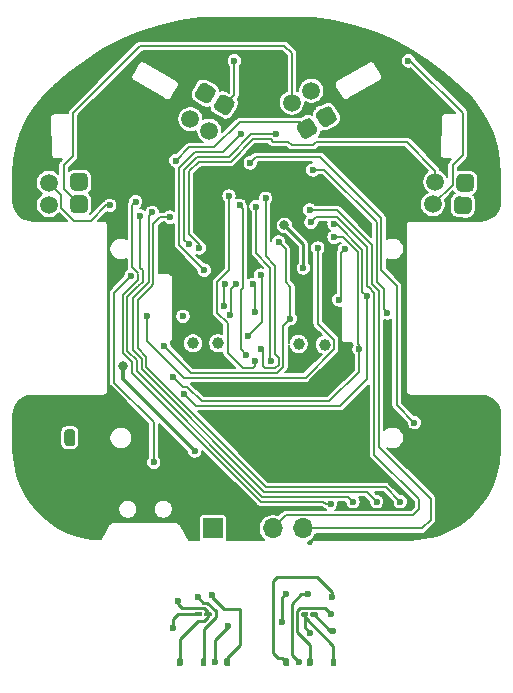
<source format=gbl>
G04 #@! TF.GenerationSoftware,KiCad,Pcbnew,(5.1.7)-1*
G04 #@! TF.CreationDate,2021-02-27T16:19:36+09:00*
G04 #@! TF.ProjectId,lapis,6c617069-732e-46b6-9963-61645f706362,rev?*
G04 #@! TF.SameCoordinates,Original*
G04 #@! TF.FileFunction,Copper,L2,Bot*
G04 #@! TF.FilePolarity,Positive*
%FSLAX46Y46*%
G04 Gerber Fmt 4.6, Leading zero omitted, Abs format (unit mm)*
G04 Created by KiCad (PCBNEW (5.1.7)-1) date 2021-02-27 16:19:36*
%MOMM*%
%LPD*%
G01*
G04 APERTURE LIST*
G04 #@! TA.AperFunction,ComponentPad*
%ADD10C,1.500000*%
G04 #@! TD*
G04 #@! TA.AperFunction,ComponentPad*
%ADD11C,1.000000*%
G04 #@! TD*
G04 #@! TA.AperFunction,ComponentPad*
%ADD12O,1.700000X1.700000*%
G04 #@! TD*
G04 #@! TA.AperFunction,ComponentPad*
%ADD13R,1.700000X1.700000*%
G04 #@! TD*
G04 #@! TA.AperFunction,ComponentPad*
%ADD14O,0.900000X1.400000*%
G04 #@! TD*
G04 #@! TA.AperFunction,ViaPad*
%ADD15C,0.600000*%
G04 #@! TD*
G04 #@! TA.AperFunction,ViaPad*
%ADD16C,0.800000*%
G04 #@! TD*
G04 #@! TA.AperFunction,Conductor*
%ADD17C,0.200000*%
G04 #@! TD*
G04 #@! TA.AperFunction,Conductor*
%ADD18C,0.300000*%
G04 #@! TD*
G04 #@! TA.AperFunction,Conductor*
%ADD19C,0.250000*%
G04 #@! TD*
G04 #@! TA.AperFunction,Conductor*
%ADD20C,0.100000*%
G04 #@! TD*
G04 APERTURE END LIST*
D10*
X160161547Y-94911355D03*
G04 #@! TA.AperFunction,ComponentPad*
G36*
G01*
X163462631Y-94651403D02*
X163436456Y-95400946D01*
G75*
G02*
X163048597Y-95762631I-374772J13087D01*
G01*
X162299054Y-95736456D01*
G75*
G02*
X161937369Y-95348597I13087J374772D01*
G01*
X161963544Y-94599054D01*
G75*
G02*
X162351403Y-94237369I374772J-13087D01*
G01*
X163100946Y-94263544D01*
G75*
G02*
X163462631Y-94651403I-13087J-374772D01*
G01*
G37*
G04 #@! TD.AperFunction*
G04 #@! TA.AperFunction,ComponentPad*
G36*
G01*
X150199760Y-88962020D02*
X149550240Y-89337020D01*
G75*
G02*
X149037980Y-89199760I-187500J324760D01*
G01*
X148662980Y-88550240D01*
G75*
G02*
X148800240Y-88037980I324760J187500D01*
G01*
X149449760Y-87662980D01*
G75*
G02*
X149962020Y-87800240I187500J-324760D01*
G01*
X150337020Y-88449760D01*
G75*
G02*
X150199760Y-88962020I-324760J-187500D01*
G01*
G37*
G04 #@! TD.AperFunction*
X148230000Y-86300295D03*
X141230000Y-88699705D03*
G04 #@! TA.AperFunction,ComponentPad*
G36*
G01*
X142550240Y-85662980D02*
X143199760Y-86037980D01*
G75*
G02*
X143337020Y-86550240I-187500J-324760D01*
G01*
X142962020Y-87199760D01*
G75*
G02*
X142449760Y-87337020I-324760J187500D01*
G01*
X141800240Y-86962020D01*
G75*
G02*
X141662980Y-86449760I187500J324760D01*
G01*
X142037980Y-85800240D01*
G75*
G02*
X142550240Y-85662980I324760J-187500D01*
G01*
G37*
G04 #@! TD.AperFunction*
X127661547Y-94988645D03*
G04 #@! TA.AperFunction,ComponentPad*
G36*
G01*
X130936456Y-94499054D02*
X130962631Y-95248597D01*
G75*
G02*
X130600946Y-95636456I-374772J-13087D01*
G01*
X129851403Y-95662631D01*
G75*
G02*
X129463544Y-95300946I-13087J374772D01*
G01*
X129437369Y-94551403D01*
G75*
G02*
X129799054Y-94163544I374772J13087D01*
G01*
X130548597Y-94137369D01*
G75*
G02*
X130936456Y-94499054I13087J-374772D01*
G01*
G37*
G04 #@! TD.AperFunction*
G04 #@! TA.AperFunction,ComponentPad*
G36*
G01*
X130936456Y-92599054D02*
X130962631Y-93348597D01*
G75*
G02*
X130600946Y-93736456I-374772J-13087D01*
G01*
X129851403Y-93762631D01*
G75*
G02*
X129463544Y-93400946I-13087J374772D01*
G01*
X129437369Y-92651403D01*
G75*
G02*
X129799054Y-92263544I374772J13087D01*
G01*
X130548597Y-92237369D01*
G75*
G02*
X130936456Y-92599054I13087J-374772D01*
G01*
G37*
G04 #@! TD.AperFunction*
X127661547Y-93088645D03*
G04 #@! TA.AperFunction,ComponentPad*
G36*
G01*
X151844760Y-87957020D02*
X151195240Y-88332020D01*
G75*
G02*
X150682980Y-88194760I-187500J324760D01*
G01*
X150307980Y-87545240D01*
G75*
G02*
X150445240Y-87032980I324760J187500D01*
G01*
X151094760Y-86657980D01*
G75*
G02*
X151607020Y-86795240I187500J-324760D01*
G01*
X151982020Y-87444760D01*
G75*
G02*
X151844760Y-87957020I-324760J-187500D01*
G01*
G37*
G04 #@! TD.AperFunction*
X149875000Y-85295295D03*
X139630000Y-87699705D03*
G04 #@! TA.AperFunction,ComponentPad*
G36*
G01*
X140950240Y-84662980D02*
X141599760Y-85037980D01*
G75*
G02*
X141737020Y-85550240I-187500J-324760D01*
G01*
X141362020Y-86199760D01*
G75*
G02*
X140849760Y-86337020I-324760J187500D01*
G01*
X140200240Y-85962020D01*
G75*
G02*
X140062980Y-85449760I187500J324760D01*
G01*
X140437980Y-84800240D01*
G75*
G02*
X140950240Y-84662980I324760J-187500D01*
G01*
G37*
G04 #@! TD.AperFunction*
X160361547Y-93011355D03*
G04 #@! TA.AperFunction,ComponentPad*
G36*
G01*
X163662631Y-92751403D02*
X163636456Y-93500946D01*
G75*
G02*
X163248597Y-93862631I-374772J13087D01*
G01*
X162499054Y-93836456D01*
G75*
G02*
X162137369Y-93448597I13087J374772D01*
G01*
X162163544Y-92699054D01*
G75*
G02*
X162551403Y-92337369I374772J-13087D01*
G01*
X163300946Y-92363544D01*
G75*
G02*
X163662631Y-92751403I-13087J-374772D01*
G01*
G37*
G04 #@! TD.AperFunction*
D11*
X148800000Y-106735000D03*
X151000000Y-106800000D03*
X141990000Y-106670000D03*
X139850000Y-106690000D03*
G04 #@! TA.AperFunction,SMDPad,CuDef*
G36*
G01*
X140810000Y-129710000D02*
X140810000Y-129510000D01*
G75*
G02*
X140910000Y-129410000I100000J0D01*
G01*
X141345000Y-129410000D01*
G75*
G02*
X141445000Y-129510000I0J-100000D01*
G01*
X141445000Y-129710000D01*
G75*
G02*
X141345000Y-129810000I-100000J0D01*
G01*
X140910000Y-129810000D01*
G75*
G02*
X140810000Y-129710000I0J100000D01*
G01*
G37*
G04 #@! TD.AperFunction*
G04 #@! TA.AperFunction,SMDPad,CuDef*
G36*
G01*
X139995000Y-129710000D02*
X139995000Y-129510000D01*
G75*
G02*
X140095000Y-129410000I100000J0D01*
G01*
X140530000Y-129410000D01*
G75*
G02*
X140630000Y-129510000I0J-100000D01*
G01*
X140630000Y-129710000D01*
G75*
G02*
X140530000Y-129810000I-100000J0D01*
G01*
X140095000Y-129810000D01*
G75*
G02*
X139995000Y-129710000I0J100000D01*
G01*
G37*
G04 #@! TD.AperFunction*
G04 #@! TA.AperFunction,SMDPad,CuDef*
G36*
G01*
X149800000Y-129730000D02*
X149800000Y-129530000D01*
G75*
G02*
X149900000Y-129430000I100000J0D01*
G01*
X150335000Y-129430000D01*
G75*
G02*
X150435000Y-129530000I0J-100000D01*
G01*
X150435000Y-129730000D01*
G75*
G02*
X150335000Y-129830000I-100000J0D01*
G01*
X149900000Y-129830000D01*
G75*
G02*
X149800000Y-129730000I0J100000D01*
G01*
G37*
G04 #@! TD.AperFunction*
G04 #@! TA.AperFunction,SMDPad,CuDef*
G36*
G01*
X148985000Y-129730000D02*
X148985000Y-129530000D01*
G75*
G02*
X149085000Y-129430000I100000J0D01*
G01*
X149520000Y-129430000D01*
G75*
G02*
X149620000Y-129530000I0J-100000D01*
G01*
X149620000Y-129730000D01*
G75*
G02*
X149520000Y-129830000I-100000J0D01*
G01*
X149085000Y-129830000D01*
G75*
G02*
X148985000Y-129730000I0J100000D01*
G01*
G37*
G04 #@! TD.AperFunction*
D12*
X149160000Y-122360000D03*
X146620000Y-122360000D03*
X144080000Y-122360000D03*
D13*
X141540000Y-122360000D03*
G04 #@! TA.AperFunction,SMDPad,CuDef*
G36*
G01*
X142995000Y-133465000D02*
X142995000Y-133915000D01*
G75*
G02*
X142870000Y-134040000I-125000J0D01*
G01*
X142620000Y-134040000D01*
G75*
G02*
X142495000Y-133915000I0J125000D01*
G01*
X142495000Y-133465000D01*
G75*
G02*
X142620000Y-133340000I125000J0D01*
G01*
X142870000Y-133340000D01*
G75*
G02*
X142995000Y-133465000I0J-125000D01*
G01*
G37*
G04 #@! TD.AperFunction*
G04 #@! TA.AperFunction,SMDPad,CuDef*
G36*
G01*
X140995000Y-133465000D02*
X140995000Y-133915000D01*
G75*
G02*
X140870000Y-134040000I-125000J0D01*
G01*
X140620000Y-134040000D01*
G75*
G02*
X140495000Y-133915000I0J125000D01*
G01*
X140495000Y-133465000D01*
G75*
G02*
X140620000Y-133340000I125000J0D01*
G01*
X140870000Y-133340000D01*
G75*
G02*
X140995000Y-133465000I0J-125000D01*
G01*
G37*
G04 #@! TD.AperFunction*
G04 #@! TA.AperFunction,SMDPad,CuDef*
G36*
G01*
X138995000Y-133465000D02*
X138995000Y-133915000D01*
G75*
G02*
X138870000Y-134040000I-125000J0D01*
G01*
X138620000Y-134040000D01*
G75*
G02*
X138495000Y-133915000I0J125000D01*
G01*
X138495000Y-133465000D01*
G75*
G02*
X138620000Y-133340000I125000J0D01*
G01*
X138870000Y-133340000D01*
G75*
G02*
X138995000Y-133465000I0J-125000D01*
G01*
G37*
G04 #@! TD.AperFunction*
D14*
X128175000Y-114675000D03*
G04 #@! TA.AperFunction,ComponentPad*
G36*
G01*
X129875000Y-114200000D02*
X129875000Y-115150000D01*
G75*
G02*
X129650000Y-115375000I-225000J0D01*
G01*
X129200000Y-115375000D01*
G75*
G02*
X128975000Y-115150000I0J225000D01*
G01*
X128975000Y-114200000D01*
G75*
G02*
X129200000Y-113975000I225000J0D01*
G01*
X129650000Y-113975000D01*
G75*
G02*
X129875000Y-114200000I0J-225000D01*
G01*
G37*
G04 #@! TD.AperFunction*
G04 #@! TA.AperFunction,SMDPad,CuDef*
G36*
G01*
X152000000Y-133465000D02*
X152000000Y-133915000D01*
G75*
G02*
X151875000Y-134040000I-125000J0D01*
G01*
X151625000Y-134040000D01*
G75*
G02*
X151500000Y-133915000I0J125000D01*
G01*
X151500000Y-133465000D01*
G75*
G02*
X151625000Y-133340000I125000J0D01*
G01*
X151875000Y-133340000D01*
G75*
G02*
X152000000Y-133465000I0J-125000D01*
G01*
G37*
G04 #@! TD.AperFunction*
G04 #@! TA.AperFunction,SMDPad,CuDef*
G36*
G01*
X150000000Y-133465000D02*
X150000000Y-133915000D01*
G75*
G02*
X149875000Y-134040000I-125000J0D01*
G01*
X149625000Y-134040000D01*
G75*
G02*
X149500000Y-133915000I0J125000D01*
G01*
X149500000Y-133465000D01*
G75*
G02*
X149625000Y-133340000I125000J0D01*
G01*
X149875000Y-133340000D01*
G75*
G02*
X150000000Y-133465000I0J-125000D01*
G01*
G37*
G04 #@! TD.AperFunction*
G04 #@! TA.AperFunction,SMDPad,CuDef*
G36*
G01*
X148000000Y-133465000D02*
X148000000Y-133915000D01*
G75*
G02*
X147875000Y-134040000I-125000J0D01*
G01*
X147625000Y-134040000D01*
G75*
G02*
X147500000Y-133915000I0J125000D01*
G01*
X147500000Y-133465000D01*
G75*
G02*
X147625000Y-133340000I125000J0D01*
G01*
X147875000Y-133340000D01*
G75*
G02*
X148000000Y-133465000I0J-125000D01*
G01*
G37*
G04 #@! TD.AperFunction*
D15*
X152700000Y-98700000D03*
X152200000Y-103000000D03*
X150419999Y-98619999D03*
X136000000Y-104400000D03*
X133700000Y-93500000D03*
X163600000Y-117700000D03*
X145700000Y-85700000D03*
X161100000Y-121400000D03*
X126400000Y-118400000D03*
X132500000Y-113100000D03*
X145400000Y-120900000D03*
X146900000Y-117500000D03*
X140100000Y-80400000D03*
X140800000Y-105000000D03*
X138900000Y-102600000D03*
X149300000Y-103900000D03*
X151200000Y-103800000D03*
X150600000Y-94400000D03*
X147000000Y-95100000D03*
X155600000Y-94000000D03*
X137900000Y-92700000D03*
X143700000Y-91700000D03*
X154300000Y-116300000D03*
X132300000Y-116600000D03*
X132800000Y-120500000D03*
X139600000Y-121500000D03*
X159100000Y-92000000D03*
X150600000Y-80700000D03*
X164900000Y-91700000D03*
X130700000Y-84000000D03*
X125400000Y-92000000D03*
X131400000Y-91800000D03*
X149300000Y-105300000D03*
X139500000Y-82900000D03*
X133800000Y-86500000D03*
X157100000Y-86500000D03*
X145100000Y-113100000D03*
X147200000Y-110300000D03*
X148600000Y-108500000D03*
X152600000Y-108100000D03*
X144700000Y-116100000D03*
X142800000Y-119000000D03*
X135100000Y-119100000D03*
X140600000Y-108200000D03*
X150400000Y-114100000D03*
X159900000Y-89800000D03*
X140600000Y-97200000D03*
X137400000Y-98300000D03*
X150600000Y-117800000D03*
X157300000Y-100400000D03*
X154400000Y-111200000D03*
X151300000Y-90500000D03*
X142800000Y-113000000D03*
X125800000Y-112500000D03*
X163600000Y-112600000D03*
X156600000Y-113200000D03*
X133100000Y-97400000D03*
X149000000Y-101500000D03*
D16*
X133900000Y-108600000D03*
X147600000Y-96700000D03*
D15*
X149200000Y-100300000D03*
X140000000Y-115800000D03*
X138390000Y-91210000D03*
X158097942Y-82768111D03*
X143352184Y-82768111D03*
X146907500Y-88992500D03*
X139500000Y-98300000D03*
X140400000Y-98600000D03*
X132807500Y-95007500D03*
X143892500Y-88992500D03*
X140799498Y-100487500D03*
X151700000Y-131000000D03*
X147400000Y-130300000D03*
X147700000Y-127900000D03*
X138600000Y-128500000D03*
X149800000Y-131200000D03*
X138200000Y-130800000D03*
X148810000Y-133690000D03*
X149600000Y-127900000D03*
X140300000Y-128200000D03*
X141500000Y-128000000D03*
X151600000Y-128200000D03*
X151500000Y-129600000D03*
X141690000Y-133690000D03*
X142800000Y-130600000D03*
X143800000Y-95000000D03*
X144350000Y-107650000D03*
X145100000Y-108200000D03*
X142900000Y-94200000D03*
X146000000Y-94400000D03*
X145600000Y-107200000D03*
X146500000Y-108200000D03*
X145200000Y-95100000D03*
X144700000Y-91400000D03*
X158600000Y-113400000D03*
X150000000Y-92000000D03*
X156300000Y-104100000D03*
X149737668Y-95400000D03*
X149850000Y-96450000D03*
X139000000Y-104400000D03*
X139100000Y-111000000D03*
X151800000Y-96600000D03*
X154600000Y-102700000D03*
X138150000Y-109550000D03*
X153900000Y-107200000D03*
X151800000Y-97700000D03*
X137400000Y-106900000D03*
X148100000Y-104600000D03*
X147100000Y-98100000D03*
X144500000Y-106100000D03*
X145600000Y-100900000D03*
X145100000Y-104000000D03*
X144900000Y-101700000D03*
X143000000Y-104300000D03*
X143500000Y-101700000D03*
X142500000Y-103500000D03*
X142600000Y-101700000D03*
X151500000Y-120256798D03*
X135000000Y-94700000D03*
X153400000Y-120100000D03*
X135400000Y-95900000D03*
X155400000Y-120100000D03*
X136400000Y-95600000D03*
X136530000Y-116770000D03*
X134600000Y-101000000D03*
X157400000Y-120100000D03*
X137900000Y-96000000D03*
D17*
X152300000Y-103000000D02*
X152400000Y-102900000D01*
X152200000Y-103000000D02*
X152300000Y-103000000D01*
X152399990Y-99000010D02*
X152700000Y-98700000D01*
X152399990Y-102899990D02*
X152399990Y-99000010D01*
X152400000Y-102900000D02*
X152399990Y-102899990D01*
X150419999Y-98619999D02*
X150419999Y-98619999D01*
X150419999Y-99480001D02*
X150419999Y-98619999D01*
X136000000Y-106511998D02*
X139088023Y-109600021D01*
X136000000Y-104400000D02*
X136000000Y-106511998D01*
X151800001Y-107184001D02*
X151800001Y-106400001D01*
X149383981Y-109600021D02*
X151800001Y-107184001D01*
X139088023Y-109600021D02*
X149383981Y-109600021D01*
X150419999Y-105019999D02*
X150419999Y-99480001D01*
X151800001Y-106400001D02*
X150419999Y-105019999D01*
D18*
X133900000Y-109400000D02*
X133900000Y-108800000D01*
D19*
X147600000Y-96700000D02*
X149200000Y-98300000D01*
X149200000Y-98300000D02*
X149200000Y-100300000D01*
D18*
X133900000Y-109700000D02*
X133900000Y-109400000D01*
X140000000Y-115800000D02*
X133900000Y-109700000D01*
D17*
X151145000Y-87495000D02*
X150595962Y-86945962D01*
X147600000Y-81500000D02*
X148230000Y-82130000D01*
X129704186Y-90808598D02*
X129704186Y-87195814D01*
X148230000Y-82130000D02*
X148230000Y-86300295D01*
X128912784Y-91600000D02*
X129704186Y-90808598D01*
X135400000Y-81500000D02*
X147600000Y-81500000D01*
X128900000Y-91600000D02*
X128912784Y-91600000D01*
X129704186Y-87195814D02*
X135400000Y-81500000D01*
X128900000Y-93600000D02*
X128900000Y-91600000D01*
X130200000Y-94900000D02*
X128900000Y-93600000D01*
X143669405Y-88100000D02*
X141669405Y-90100000D01*
X139500000Y-90100000D02*
X138390000Y-91210000D01*
X141669405Y-90100000D02*
X139500000Y-90100000D01*
X143818443Y-87950962D02*
X141669405Y-90100000D01*
X148950962Y-87950962D02*
X143818443Y-87950962D01*
X149500000Y-88500000D02*
X148950962Y-87950962D01*
D18*
X158097942Y-82768111D02*
X158097942Y-82768111D01*
D17*
X143352184Y-85647816D02*
X142500000Y-86500000D01*
X143352184Y-82768111D02*
X143352184Y-85647816D01*
X162713044Y-90738798D02*
X162713044Y-87213044D01*
X161837359Y-91614483D02*
X162713044Y-90738798D01*
X161837359Y-93235543D02*
X161837359Y-91614483D01*
X160161547Y-94911355D02*
X161837359Y-93235543D01*
X158268111Y-82768111D02*
X158097942Y-82768111D01*
X162713044Y-87213044D02*
X158268111Y-82768111D01*
X139500000Y-98300000D02*
X139500000Y-98300000D01*
X139100010Y-97900010D02*
X139500000Y-98300000D01*
X139100010Y-91965688D02*
X139100010Y-97900010D01*
X140165678Y-90900020D02*
X139100010Y-91965688D01*
X142550679Y-90900020D02*
X140165678Y-90900020D01*
X142550699Y-90900000D02*
X142550679Y-90900020D01*
X142873002Y-90900000D02*
X142550699Y-90900000D01*
X144780502Y-88992500D02*
X142873002Y-90900000D01*
X146907500Y-88992500D02*
X144780502Y-88992500D01*
X140400000Y-98600000D02*
X140400000Y-98600000D01*
X140400000Y-98600000D02*
X140400000Y-98311998D01*
X146419508Y-89392510D02*
X146663465Y-89636467D01*
X139500020Y-97412018D02*
X139500020Y-92131376D01*
X140331366Y-91300030D02*
X143038670Y-91300030D01*
X140400000Y-98311998D02*
X139500020Y-97412018D01*
X143038670Y-91300030D02*
X144946190Y-89392510D01*
X139500020Y-92131376D02*
X140331366Y-91300030D01*
X144946190Y-89392510D02*
X146419508Y-89392510D01*
X146663465Y-89636467D02*
X147936467Y-89636467D01*
X147936467Y-89636467D02*
X148200000Y-89900000D01*
X150000000Y-89900000D02*
X150263533Y-89636467D01*
X148200000Y-89900000D02*
X150000000Y-89900000D01*
X150263533Y-89636467D02*
X157947319Y-89636467D01*
X160361547Y-92050695D02*
X157947319Y-89636467D01*
X160361547Y-93011355D02*
X160361547Y-92050695D01*
X132500000Y-95000000D02*
X132500000Y-95000000D01*
X132800000Y-95000000D02*
X132807500Y-95007500D01*
X132500000Y-95000000D02*
X132800000Y-95000000D01*
X131200000Y-96300000D02*
X132500000Y-95000000D01*
X129800000Y-96300000D02*
X131200000Y-96300000D01*
X128711548Y-95211548D02*
X129800000Y-96300000D01*
X128711548Y-94138646D02*
X128711548Y-95211548D01*
X127661547Y-93088645D02*
X128711548Y-94138646D01*
X143892500Y-88992500D02*
X142384990Y-90500010D01*
X142384990Y-90500010D02*
X139999990Y-90500010D01*
X139999990Y-90500010D02*
X138700000Y-91800000D01*
X138700000Y-98388002D02*
X138700000Y-98200000D01*
X140799498Y-100487500D02*
X140799498Y-100487500D01*
X138700000Y-91800000D02*
X138700000Y-98200000D01*
X140799498Y-100487500D02*
X138700000Y-98388002D01*
D19*
X151487500Y-131000000D02*
X150117500Y-129630000D01*
X151700000Y-131000000D02*
X151487500Y-131000000D01*
X147400000Y-130300000D02*
X147400000Y-128200000D01*
X147400000Y-128200000D02*
X147700000Y-127900000D01*
X147700000Y-127900000D02*
X147700000Y-127900000D01*
X141127500Y-129713558D02*
X141127500Y-129610000D01*
X141127500Y-129610000D02*
X141127500Y-129410000D01*
X140802490Y-129084990D02*
X138915010Y-129084990D01*
X141127500Y-129410000D02*
X140802490Y-129084990D01*
X138915010Y-129084990D02*
X138600000Y-128769980D01*
X138600000Y-128769980D02*
X138600000Y-128500000D01*
X138600000Y-128500000D02*
X138600000Y-128500000D01*
X141127500Y-129872500D02*
X141127500Y-129610000D01*
X140800000Y-130200000D02*
X141127500Y-129872500D01*
X140300000Y-130200000D02*
X140800000Y-130200000D01*
X138745000Y-131755000D02*
X140300000Y-130200000D01*
X138745000Y-133690000D02*
X138745000Y-131755000D01*
X151750000Y-132277500D02*
X151750000Y-133690000D01*
X149302500Y-129830000D02*
X151750000Y-132277500D01*
X149302500Y-129630000D02*
X149302500Y-129830000D01*
X149302500Y-130702500D02*
X149800000Y-131200000D01*
X138590000Y-129610000D02*
X138200000Y-130000000D01*
X138200000Y-130000000D02*
X138200000Y-130800000D01*
X138200000Y-130800000D02*
X138200000Y-130800000D01*
X138590000Y-129610000D02*
X140312500Y-129610000D01*
X149302500Y-129630000D02*
X149302500Y-130702500D01*
X148810000Y-133690000D02*
X148736412Y-133690000D01*
X149600000Y-127900000D02*
X149600000Y-127900000D01*
X148209980Y-133089980D02*
X148810000Y-133690000D01*
X148209980Y-128724335D02*
X148209980Y-133089980D01*
X149034315Y-127900000D02*
X148209980Y-128724335D01*
X149600000Y-127900000D02*
X149034315Y-127900000D01*
X141770010Y-129886048D02*
X141770010Y-129270010D01*
X140745000Y-130911058D02*
X141770010Y-129886048D01*
X140745000Y-133690000D02*
X140745000Y-130911058D01*
X141706068Y-129270010D02*
X141071038Y-128634980D01*
X141770010Y-129270010D02*
X141706068Y-129270010D01*
X141071038Y-128634980D02*
X140734980Y-128634980D01*
X140734980Y-128634980D02*
X140300000Y-128200000D01*
X140300000Y-128200000D02*
X140300000Y-128200000D01*
X142745000Y-133340000D02*
X143874990Y-132210010D01*
X142745000Y-133690000D02*
X142745000Y-133340000D01*
X143874990Y-132210010D02*
X143874990Y-129200000D01*
X143874990Y-129200000D02*
X142500000Y-129200000D01*
X142500000Y-129200000D02*
X141500000Y-128200000D01*
X141500000Y-128200000D02*
X141500000Y-128000000D01*
X141500000Y-128000000D02*
X141500000Y-128000000D01*
X151600000Y-128200000D02*
X151600000Y-128200000D01*
X151600000Y-127700000D02*
X151600000Y-128200000D01*
X150349991Y-126449991D02*
X151600000Y-127700000D01*
X146950009Y-126449991D02*
X150349991Y-126449991D01*
X146625010Y-126774990D02*
X146950009Y-126449991D01*
X147024990Y-133324990D02*
X146625010Y-132925010D01*
X147405334Y-133324990D02*
X147024990Y-133324990D01*
X147625010Y-133544666D02*
X147405334Y-133324990D01*
X146625010Y-132925010D02*
X146625010Y-126774990D01*
X147625010Y-133625010D02*
X147625010Y-133544666D01*
X147690000Y-133690000D02*
X147625010Y-133625010D01*
X147750000Y-133690000D02*
X147690000Y-133690000D01*
X148659990Y-129353952D02*
X148908952Y-129104990D01*
X149750000Y-132223002D02*
X148659990Y-131132992D01*
X148659990Y-131132992D02*
X148659990Y-129353952D01*
X149750000Y-133690000D02*
X149750000Y-132223002D01*
X148908952Y-129104990D02*
X151004990Y-129104990D01*
X151004990Y-129104990D02*
X151500000Y-129600000D01*
X151500000Y-129600000D02*
X151500000Y-129600000D01*
X141690000Y-133690000D02*
X141690000Y-131810000D01*
X141690000Y-131810000D02*
X142800000Y-130700000D01*
X142800000Y-130700000D02*
X142800000Y-130600000D01*
X142800000Y-130600000D02*
X142800000Y-130600000D01*
D17*
X143899999Y-102188003D02*
X144100001Y-101988001D01*
X144100001Y-95200001D02*
X144000001Y-95200001D01*
X144100001Y-101988001D02*
X144100001Y-95200001D01*
X144000001Y-95200001D02*
X143800000Y-95000000D01*
X143800000Y-95000000D02*
X143800000Y-95000000D01*
X143899999Y-107199999D02*
X144350000Y-107650000D01*
X143899999Y-106900001D02*
X143899999Y-107199999D01*
X143899999Y-106900001D02*
X143899999Y-102188003D01*
X141899999Y-101511999D02*
X142900000Y-100511998D01*
X141899999Y-104088001D02*
X141899999Y-101511999D01*
X142790001Y-104978003D02*
X141899999Y-104088001D01*
X142790001Y-107478003D02*
X142790001Y-104978003D01*
X144111999Y-108800001D02*
X142790001Y-107478003D01*
X144924263Y-108800001D02*
X144111999Y-108800001D01*
X145100000Y-108624264D02*
X144924263Y-108800001D01*
X145100000Y-108200000D02*
X145100000Y-108624264D01*
X142900000Y-100511998D02*
X142900000Y-94200000D01*
X146000000Y-94400000D02*
X146000000Y-94400000D01*
X145800000Y-107400000D02*
X145600000Y-107200000D01*
X145800000Y-108624264D02*
X145800000Y-107400000D01*
X145975737Y-108800001D02*
X145800000Y-108624264D01*
X146788001Y-108800001D02*
X145975737Y-108800001D01*
X147100001Y-108488001D02*
X146788001Y-108800001D01*
X146800010Y-107600010D02*
X147100001Y-107900001D01*
X146800010Y-100100010D02*
X146800010Y-107600010D01*
X146000000Y-99300000D02*
X146800010Y-100100010D01*
X147100001Y-107900001D02*
X147100001Y-108488001D01*
X146000000Y-94400000D02*
X146000000Y-99300000D01*
X145200000Y-95100000D02*
X145200000Y-95100000D01*
X145200000Y-99065698D02*
X145200000Y-98700000D01*
X146400000Y-108100000D02*
X146400000Y-100265698D01*
X146400000Y-100265698D02*
X145200000Y-99065698D01*
X146500000Y-108200000D02*
X146400000Y-108100000D01*
X145200000Y-95100000D02*
X145200000Y-98700000D01*
X144700000Y-91400000D02*
X144700000Y-91400000D01*
X150600000Y-90900000D02*
X145200000Y-90900000D01*
X155800060Y-96100060D02*
X150600000Y-90900000D01*
X157100000Y-101800000D02*
X155800060Y-100500060D01*
X157100000Y-111900000D02*
X157100000Y-101800000D01*
X145200000Y-90900000D02*
X144700000Y-91400000D01*
X155800060Y-100500060D02*
X155800060Y-96100060D01*
X158600000Y-113400000D02*
X157100000Y-111900000D01*
X150000000Y-92000000D02*
X150000000Y-92000000D01*
X156300000Y-104100000D02*
X156300000Y-104100000D01*
X155400050Y-96412048D02*
X150988002Y-92000000D01*
X150988002Y-92000000D02*
X150000000Y-92000000D01*
X155400050Y-101468653D02*
X155400050Y-96412048D01*
X156000021Y-102068623D02*
X155400050Y-101468653D01*
X156000021Y-103800021D02*
X156000021Y-102068623D01*
X156300000Y-104100000D02*
X156000021Y-103800021D01*
X149700000Y-122900000D02*
X149160000Y-122360000D01*
X149160000Y-122360000D02*
X149398008Y-122598008D01*
X159999999Y-119899999D02*
X159999999Y-121600001D01*
X155600000Y-115500000D02*
X159999999Y-119899999D01*
X155600000Y-114824243D02*
X155600000Y-115500000D01*
X155600011Y-114824232D02*
X155600000Y-114824243D01*
X159240000Y-122360000D02*
X149160000Y-122360000D01*
X159999999Y-121600001D02*
X159240000Y-122360000D01*
X155000040Y-101634342D02*
X155600011Y-102234312D01*
X155600011Y-102234312D02*
X155600011Y-114824232D01*
X155000040Y-98346339D02*
X155000040Y-101634342D01*
X152053701Y-95400000D02*
X155000040Y-98346339D01*
X149737668Y-95400000D02*
X152053701Y-95400000D01*
X152088001Y-95999999D02*
X154600030Y-98512028D01*
X150300001Y-95999999D02*
X152088001Y-95999999D01*
X149850000Y-96450000D02*
X150300001Y-95999999D01*
X154600030Y-101800030D02*
X154750000Y-101950000D01*
X154600030Y-98512028D02*
X154600030Y-101800030D01*
X154700000Y-101900000D02*
X154750000Y-101950000D01*
X155200001Y-102400001D02*
X154750000Y-101950000D01*
X155200001Y-110099999D02*
X155200001Y-102400001D01*
X155199990Y-110100010D02*
X155200001Y-110099999D01*
X155199990Y-116099990D02*
X155199990Y-110100010D01*
X159000000Y-119900000D02*
X155199990Y-116099990D01*
X159000000Y-120700000D02*
X159000000Y-119900000D01*
X158490001Y-121209999D02*
X159000000Y-120700000D01*
X147770001Y-121209999D02*
X158490001Y-121209999D01*
X146620000Y-122360000D02*
X147770001Y-121209999D01*
X140100000Y-112000000D02*
X152300000Y-112000000D01*
X139100000Y-111000000D02*
X140100000Y-112000000D01*
X154600000Y-109700000D02*
X154250000Y-110050000D01*
X154600000Y-102700000D02*
X154600000Y-109700000D01*
X152300000Y-112000000D02*
X154250000Y-110050000D01*
X152053701Y-96600000D02*
X151800000Y-96600000D01*
X154200020Y-98746319D02*
X152053701Y-96600000D01*
X154200020Y-102300020D02*
X154200020Y-98746319D01*
X154600000Y-102700000D02*
X154200020Y-102300020D01*
X151800000Y-97700000D02*
X151800000Y-97700000D01*
X153900000Y-109100000D02*
X153900000Y-107200000D01*
X151400010Y-111599990D02*
X153900000Y-109100000D01*
X139388001Y-110399999D02*
X140587992Y-111599990D01*
X140587992Y-111599990D02*
X151400010Y-111599990D01*
X138999999Y-110399999D02*
X139388001Y-110399999D01*
X138150000Y-109550000D02*
X138999999Y-110399999D01*
X153800010Y-98912008D02*
X153800010Y-106699990D01*
X152588002Y-97700000D02*
X153800010Y-98912008D01*
X151800000Y-97700000D02*
X152588002Y-97700000D01*
X153900000Y-106799980D02*
X153900000Y-107200000D01*
X153800010Y-106699990D02*
X153900000Y-106799980D01*
X139700011Y-109200011D02*
X146953690Y-109200011D01*
X137400000Y-106900000D02*
X139700011Y-109200011D01*
X147500009Y-108653691D02*
X147500009Y-108599991D01*
X146953690Y-109200011D02*
X147500009Y-108653691D01*
X147500009Y-107600009D02*
X147500000Y-107600000D01*
X147500009Y-108653691D02*
X147500009Y-107600009D01*
X147500000Y-105200000D02*
X148100000Y-104600000D01*
X147500000Y-107600000D02*
X147500000Y-105200000D01*
X148100000Y-104600000D02*
X148100000Y-101900000D01*
X148100000Y-101900000D02*
X147700000Y-101500000D01*
X147700000Y-101500000D02*
X147700000Y-98700000D01*
X147700000Y-98700000D02*
X147100000Y-98100000D01*
X147100000Y-98100000D02*
X147100000Y-98100000D01*
X145700001Y-101000001D02*
X145600000Y-100900000D01*
X145700001Y-104899999D02*
X145700001Y-101000001D01*
X144500000Y-106100000D02*
X145700001Y-104899999D01*
X144900000Y-101700000D02*
X144900000Y-101700000D01*
X145100000Y-101900000D02*
X144900000Y-101700000D01*
X145100000Y-104000000D02*
X145100000Y-101900000D01*
X143100001Y-104199999D02*
X143100001Y-102099999D01*
X143000000Y-104300000D02*
X143100001Y-104199999D01*
X143100001Y-102099999D02*
X143500000Y-101700000D01*
X143500000Y-101700000D02*
X143500000Y-101700000D01*
X142500000Y-103500000D02*
X142500000Y-101800000D01*
X142500000Y-101800000D02*
X142600000Y-101700000D01*
X142600000Y-101700000D02*
X142600000Y-101700000D01*
X135200001Y-101288001D02*
X135200001Y-100800001D01*
X134700000Y-108300000D02*
X133900000Y-107500000D01*
X145581061Y-120081061D02*
X134700000Y-109200000D01*
X133900000Y-102588002D02*
X134744001Y-101744001D01*
X150900000Y-120081062D02*
X145581061Y-120081061D01*
X134700000Y-109200000D02*
X134700000Y-108300000D01*
X151075736Y-120256798D02*
X150900000Y-120081062D01*
X151500000Y-120256798D02*
X151075736Y-120256798D01*
X134744001Y-101744001D02*
X135200001Y-101288001D01*
X133900000Y-107500000D02*
X133900000Y-102588002D01*
X134700000Y-101788002D02*
X134744001Y-101744001D01*
X134900000Y-100411998D02*
X135200001Y-100711999D01*
X134900000Y-100400000D02*
X134900000Y-100411998D01*
X134700000Y-100200000D02*
X134900000Y-100400000D01*
X134700001Y-94999999D02*
X134700000Y-100200000D01*
X135000000Y-94700000D02*
X134700001Y-94999999D01*
X135400000Y-95900000D02*
X135400000Y-100300000D01*
X135400000Y-100300000D02*
X135600000Y-100500000D01*
X135600011Y-100546311D02*
X135600011Y-101453690D01*
X135600000Y-100546300D02*
X135600011Y-100546311D01*
X135600000Y-100500000D02*
X135600000Y-100546300D01*
X134300010Y-102753690D02*
X135226850Y-101826850D01*
X134300010Y-107334312D02*
X134300010Y-102753690D01*
X135100010Y-108134311D02*
X134300010Y-107334312D01*
X135100010Y-109034312D02*
X135100010Y-108134311D01*
X145722495Y-119656797D02*
X135100010Y-109034312D01*
X152956797Y-119656797D02*
X145722495Y-119656797D01*
X153400000Y-120100000D02*
X152956797Y-119656797D01*
X135226850Y-101826850D02*
X135600011Y-101453690D01*
X135100010Y-101953690D02*
X135226850Y-101826850D01*
X136100000Y-101519399D02*
X136100000Y-95900000D01*
X136100000Y-95900000D02*
X136300000Y-95700000D01*
X136300000Y-95700000D02*
X136400000Y-95600000D01*
X135500020Y-107968622D02*
X134800000Y-107268604D01*
X134800000Y-107268604D02*
X134800000Y-102819398D01*
X135500020Y-108868624D02*
X135500020Y-107968622D01*
X134800000Y-102819398D02*
X135559699Y-102059699D01*
X145888183Y-119256787D02*
X135500020Y-108868624D01*
X154556787Y-119256787D02*
X145888183Y-119256787D01*
X155400000Y-120100000D02*
X154556787Y-119256787D01*
X135559699Y-102059699D02*
X136100000Y-101519399D01*
X135500020Y-102119379D02*
X135559699Y-102059699D01*
X134600000Y-101000000D02*
X134600000Y-101000000D01*
X133400000Y-102200000D02*
X134600000Y-101000000D01*
X133200000Y-102400000D02*
X133400000Y-102200000D01*
X133200000Y-110000000D02*
X133200000Y-102400000D01*
X136530000Y-113330000D02*
X133200000Y-110000000D01*
X136530000Y-116770000D02*
X136530000Y-113330000D01*
X136500010Y-101685086D02*
X136292548Y-101892548D01*
X136500010Y-96599990D02*
X136500010Y-101685086D01*
X137100000Y-96000000D02*
X136500010Y-96599990D01*
X137900000Y-96000000D02*
X137100000Y-96000000D01*
X136292548Y-101892548D02*
X136500010Y-101685088D01*
X135200010Y-102985088D02*
X136042549Y-102142549D01*
X135900030Y-108702936D02*
X135900030Y-107802933D01*
X135200010Y-107102913D02*
X135200010Y-102985088D01*
X135900030Y-107802933D02*
X135200010Y-107102913D01*
X156156777Y-118856777D02*
X146053871Y-118856777D01*
X157400000Y-120100000D02*
X156156777Y-118856777D01*
X136042549Y-102142549D02*
X136292548Y-101892548D01*
X146053871Y-118856777D02*
X135900030Y-108702936D01*
X135900030Y-102285067D02*
X136042549Y-102142549D01*
X150097000Y-79177991D02*
X151825498Y-79410158D01*
X153526511Y-79795058D01*
X155186585Y-80329648D01*
X156792550Y-81009686D01*
X158331715Y-81829799D01*
X159792203Y-82783696D01*
X161112533Y-83820554D01*
X162486014Y-84997158D01*
X163359476Y-85846125D01*
X164111790Y-86788034D01*
X164740124Y-87816815D01*
X165234560Y-88916226D01*
X165587305Y-90068942D01*
X165793090Y-91258479D01*
X165850001Y-92306556D01*
X165850000Y-94680436D01*
X165817646Y-95010404D01*
X165727500Y-95308983D01*
X165581076Y-95584365D01*
X165383950Y-95826065D01*
X165143637Y-96024870D01*
X164869279Y-96173215D01*
X164571343Y-96265441D01*
X164242531Y-96300001D01*
X158269646Y-96300001D01*
X158250000Y-96298066D01*
X158230353Y-96300001D01*
X158171586Y-96305789D01*
X158096186Y-96328661D01*
X158026697Y-96365804D01*
X157965789Y-96415790D01*
X157915803Y-96476698D01*
X157878660Y-96546187D01*
X157855788Y-96621587D01*
X157848065Y-96700001D01*
X157850000Y-96719648D01*
X157850001Y-110680343D01*
X157848065Y-110700000D01*
X157855788Y-110778414D01*
X157878660Y-110853814D01*
X157915803Y-110923303D01*
X157965789Y-110984211D01*
X158026697Y-111034197D01*
X158096186Y-111071340D01*
X158171586Y-111094212D01*
X158230353Y-111100000D01*
X158230354Y-111100000D01*
X158250000Y-111101935D01*
X158269647Y-111100000D01*
X164230437Y-111100000D01*
X164560402Y-111132354D01*
X164858983Y-111222500D01*
X165134367Y-111368925D01*
X165376063Y-111566047D01*
X165574870Y-111806363D01*
X165723215Y-112080723D01*
X165815441Y-112378657D01*
X165849999Y-112707450D01*
X165849299Y-115687655D01*
X165772233Y-116772474D01*
X165546069Y-117821766D01*
X165174313Y-118828726D01*
X164664387Y-119773253D01*
X164026462Y-120636511D01*
X163273265Y-121401274D01*
X162419824Y-122052282D01*
X161483174Y-122576541D01*
X160482007Y-122963593D01*
X159436273Y-123205723D01*
X158354292Y-123299176D01*
X158247755Y-123300000D01*
X150269647Y-123300000D01*
X150250000Y-123298065D01*
X150230354Y-123300000D01*
X150230353Y-123300000D01*
X150171586Y-123305788D01*
X150096186Y-123328660D01*
X150026697Y-123365803D01*
X149965789Y-123415789D01*
X149915803Y-123476697D01*
X149878660Y-123546186D01*
X149855788Y-123621586D01*
X149852010Y-123659943D01*
X149647949Y-123659533D01*
X149644212Y-123621586D01*
X149621340Y-123546186D01*
X149587026Y-123481990D01*
X149728413Y-123423426D01*
X149924955Y-123292101D01*
X149929452Y-123287604D01*
X149951216Y-123275971D01*
X150019737Y-123219737D01*
X150075971Y-123151216D01*
X150087604Y-123129452D01*
X150092101Y-123124955D01*
X150223426Y-122928413D01*
X150272474Y-122810000D01*
X159217906Y-122810000D01*
X159240000Y-122812176D01*
X159262094Y-122810000D01*
X159262105Y-122810000D01*
X159328215Y-122803489D01*
X159413041Y-122777757D01*
X159491216Y-122735971D01*
X159559737Y-122679737D01*
X159573829Y-122662567D01*
X160302571Y-121933825D01*
X160319736Y-121919738D01*
X160333823Y-121902573D01*
X160333827Y-121902569D01*
X160375970Y-121851218D01*
X160417756Y-121773042D01*
X160438332Y-121705212D01*
X160443488Y-121688216D01*
X160449999Y-121622106D01*
X160449999Y-121622096D01*
X160452175Y-121600001D01*
X160449999Y-121577907D01*
X160449999Y-119922090D01*
X160452175Y-119899998D01*
X160449999Y-119877906D01*
X160449999Y-119877894D01*
X160443488Y-119811784D01*
X160417756Y-119726958D01*
X160406067Y-119705090D01*
X160375970Y-119648782D01*
X160333827Y-119597431D01*
X160333823Y-119597427D01*
X160319736Y-119580262D01*
X160302572Y-119566176D01*
X156290075Y-115553680D01*
X156292745Y-115555464D01*
X156468424Y-115628232D01*
X156654923Y-115665329D01*
X156845077Y-115665329D01*
X157031576Y-115628232D01*
X157207255Y-115555464D01*
X157365361Y-115449820D01*
X157499820Y-115315361D01*
X157605464Y-115157255D01*
X157678232Y-114981576D01*
X157715329Y-114795077D01*
X157715329Y-114604923D01*
X157678232Y-114418424D01*
X157605464Y-114242745D01*
X157499820Y-114084639D01*
X157365361Y-113950180D01*
X157207255Y-113844536D01*
X157031576Y-113771768D01*
X156845077Y-113734671D01*
X156654923Y-113734671D01*
X156468424Y-113771768D01*
X156292745Y-113844536D01*
X156134639Y-113950180D01*
X156050011Y-114034808D01*
X156050011Y-104700006D01*
X156110402Y-104725021D01*
X156235981Y-104750000D01*
X156364019Y-104750000D01*
X156489598Y-104725021D01*
X156607890Y-104676022D01*
X156650001Y-104647885D01*
X156650000Y-111877906D01*
X156647824Y-111900000D01*
X156650000Y-111922094D01*
X156650000Y-111922104D01*
X156656511Y-111988214D01*
X156682243Y-112073040D01*
X156724029Y-112151216D01*
X156747602Y-112179939D01*
X156780263Y-112219737D01*
X156797434Y-112233829D01*
X157950000Y-113386396D01*
X157950000Y-113464019D01*
X157974979Y-113589598D01*
X158023978Y-113707890D01*
X158095112Y-113814351D01*
X158185649Y-113904888D01*
X158292110Y-113976022D01*
X158410402Y-114025021D01*
X158535981Y-114050000D01*
X158664019Y-114050000D01*
X158789598Y-114025021D01*
X158907890Y-113976022D01*
X159014351Y-113904888D01*
X159104888Y-113814351D01*
X159176022Y-113707890D01*
X159225021Y-113589598D01*
X159250000Y-113464019D01*
X159250000Y-113335981D01*
X159225021Y-113210402D01*
X159176022Y-113092110D01*
X159104888Y-112985649D01*
X159014351Y-112895112D01*
X158907890Y-112823978D01*
X158789598Y-112774979D01*
X158664019Y-112750000D01*
X158586396Y-112750000D01*
X157550000Y-111713605D01*
X157550000Y-101822094D01*
X157552176Y-101800000D01*
X157550000Y-101777906D01*
X157550000Y-101777895D01*
X157543489Y-101711785D01*
X157517757Y-101626959D01*
X157512012Y-101616211D01*
X157475971Y-101548783D01*
X157433828Y-101497432D01*
X157433824Y-101497428D01*
X157419737Y-101480263D01*
X157402572Y-101466176D01*
X156250060Y-100313665D01*
X156250060Y-99526944D01*
X156292745Y-99555465D01*
X156468424Y-99628233D01*
X156654923Y-99665330D01*
X156845077Y-99665330D01*
X157031576Y-99628233D01*
X157207255Y-99555465D01*
X157365361Y-99449821D01*
X157499820Y-99315362D01*
X157605464Y-99157256D01*
X157678232Y-98981577D01*
X157715329Y-98795078D01*
X157715329Y-98604924D01*
X157678232Y-98418425D01*
X157605464Y-98242746D01*
X157499820Y-98084640D01*
X157365361Y-97950181D01*
X157207255Y-97844537D01*
X157031576Y-97771769D01*
X156845077Y-97734672D01*
X156654923Y-97734672D01*
X156468424Y-97771769D01*
X156292745Y-97844537D01*
X156250060Y-97873058D01*
X156250060Y-96122151D01*
X156252236Y-96100059D01*
X156250060Y-96077967D01*
X156250060Y-96077955D01*
X156243549Y-96011845D01*
X156217817Y-95927019D01*
X156195978Y-95886162D01*
X156176031Y-95848843D01*
X156133888Y-95797492D01*
X156133884Y-95797488D01*
X156119797Y-95780323D01*
X156102632Y-95766236D01*
X150933828Y-90597433D01*
X150919737Y-90580263D01*
X150851216Y-90524029D01*
X150773041Y-90482243D01*
X150688215Y-90456511D01*
X150622105Y-90450000D01*
X150622094Y-90450000D01*
X150600000Y-90447824D01*
X150577906Y-90450000D01*
X145222094Y-90450000D01*
X145200000Y-90447824D01*
X145177906Y-90450000D01*
X145177895Y-90450000D01*
X145111785Y-90456511D01*
X145026959Y-90482243D01*
X144948783Y-90524029D01*
X144897432Y-90566172D01*
X144897428Y-90566176D01*
X144880263Y-90580263D01*
X144866176Y-90597428D01*
X144713604Y-90750000D01*
X144635981Y-90750000D01*
X144510402Y-90774979D01*
X144392110Y-90823978D01*
X144285649Y-90895112D01*
X144195112Y-90985649D01*
X144123978Y-91092110D01*
X144074979Y-91210402D01*
X144050000Y-91335981D01*
X144050000Y-91464019D01*
X144074979Y-91589598D01*
X144123978Y-91707890D01*
X144195112Y-91814351D01*
X144285649Y-91904888D01*
X144392110Y-91976022D01*
X144510402Y-92025021D01*
X144635981Y-92050000D01*
X144764019Y-92050000D01*
X144889598Y-92025021D01*
X145007890Y-91976022D01*
X145114351Y-91904888D01*
X145204888Y-91814351D01*
X145276022Y-91707890D01*
X145325021Y-91589598D01*
X145350000Y-91464019D01*
X145350000Y-91386396D01*
X145386396Y-91350000D01*
X149935981Y-91350000D01*
X149810402Y-91374979D01*
X149692110Y-91423978D01*
X149585649Y-91495112D01*
X149495112Y-91585649D01*
X149423978Y-91692110D01*
X149374979Y-91810402D01*
X149350000Y-91935981D01*
X149350000Y-92064019D01*
X149374979Y-92189598D01*
X149423978Y-92307890D01*
X149495112Y-92414351D01*
X149585649Y-92504888D01*
X149692110Y-92576022D01*
X149810402Y-92625021D01*
X149935981Y-92650000D01*
X150064019Y-92650000D01*
X150189598Y-92625021D01*
X150307890Y-92576022D01*
X150414351Y-92504888D01*
X150469239Y-92450000D01*
X150801607Y-92450000D01*
X154950051Y-96598445D01*
X154950051Y-97659954D01*
X152387530Y-95097434D01*
X152373438Y-95080263D01*
X152304917Y-95024029D01*
X152226742Y-94982243D01*
X152141916Y-94956511D01*
X152075806Y-94950000D01*
X152075795Y-94950000D01*
X152053701Y-94947824D01*
X152031607Y-94950000D01*
X150206907Y-94950000D01*
X150152019Y-94895112D01*
X150045558Y-94823978D01*
X149927266Y-94774979D01*
X149801687Y-94750000D01*
X149673649Y-94750000D01*
X149548070Y-94774979D01*
X149429778Y-94823978D01*
X149323317Y-94895112D01*
X149232780Y-94985649D01*
X149161646Y-95092110D01*
X149112647Y-95210402D01*
X149087668Y-95335981D01*
X149087668Y-95464019D01*
X149112647Y-95589598D01*
X149161646Y-95707890D01*
X149232780Y-95814351D01*
X149323317Y-95904888D01*
X149414768Y-95965993D01*
X149345112Y-96035649D01*
X149273978Y-96142110D01*
X149224979Y-96260402D01*
X149200000Y-96385981D01*
X149200000Y-96514019D01*
X149224979Y-96639598D01*
X149273978Y-96757890D01*
X149345112Y-96864351D01*
X149435649Y-96954888D01*
X149542110Y-97026022D01*
X149660402Y-97075021D01*
X149785981Y-97100000D01*
X149914019Y-97100000D01*
X150039598Y-97075021D01*
X150157890Y-97026022D01*
X150264351Y-96954888D01*
X150354888Y-96864351D01*
X150426022Y-96757890D01*
X150475021Y-96639598D01*
X150500000Y-96514019D01*
X150500000Y-96449999D01*
X151167103Y-96449999D01*
X151150000Y-96535981D01*
X151150000Y-96664019D01*
X151174979Y-96789598D01*
X151223978Y-96907890D01*
X151295112Y-97014351D01*
X151385649Y-97104888D01*
X151453165Y-97150000D01*
X151385649Y-97195112D01*
X151295112Y-97285649D01*
X151223978Y-97392110D01*
X151174979Y-97510402D01*
X151150000Y-97635981D01*
X151150000Y-97764019D01*
X151174979Y-97889598D01*
X151223978Y-98007890D01*
X151295112Y-98114351D01*
X151385649Y-98204888D01*
X151492110Y-98276022D01*
X151610402Y-98325021D01*
X151735981Y-98350000D01*
X151864019Y-98350000D01*
X151989598Y-98325021D01*
X152107890Y-98276022D01*
X152214351Y-98204888D01*
X152269239Y-98150000D01*
X152353165Y-98150000D01*
X152285649Y-98195112D01*
X152195112Y-98285649D01*
X152123978Y-98392110D01*
X152074979Y-98510402D01*
X152050000Y-98635981D01*
X152050000Y-98717136D01*
X152024019Y-98748794D01*
X151982233Y-98826970D01*
X151962307Y-98892658D01*
X151956502Y-98911795D01*
X151950182Y-98975971D01*
X151947814Y-99000010D01*
X151949991Y-99022114D01*
X151949990Y-102400003D01*
X151892110Y-102423978D01*
X151785649Y-102495112D01*
X151695112Y-102585649D01*
X151623978Y-102692110D01*
X151574979Y-102810402D01*
X151550000Y-102935981D01*
X151550000Y-103064019D01*
X151574979Y-103189598D01*
X151623978Y-103307890D01*
X151695112Y-103414351D01*
X151785649Y-103504888D01*
X151892110Y-103576022D01*
X152010402Y-103625021D01*
X152135981Y-103650000D01*
X152264019Y-103650000D01*
X152350001Y-103632897D01*
X152350000Y-106230353D01*
X152348065Y-106250000D01*
X152355788Y-106328414D01*
X152378660Y-106403814D01*
X152415803Y-106473303D01*
X152452286Y-106517757D01*
X152465789Y-106534211D01*
X152526697Y-106584197D01*
X152596186Y-106621340D01*
X152671586Y-106644212D01*
X152750000Y-106651935D01*
X152769646Y-106650000D01*
X153350011Y-106650000D01*
X153350011Y-106677886D01*
X153347834Y-106699990D01*
X153356522Y-106788205D01*
X153368038Y-106826169D01*
X153323978Y-106892110D01*
X153274979Y-107010402D01*
X153250000Y-107135981D01*
X153250000Y-107264019D01*
X153274979Y-107389598D01*
X153323978Y-107507890D01*
X153395112Y-107614351D01*
X153450001Y-107669240D01*
X153450000Y-108913604D01*
X151213615Y-111149990D01*
X140774388Y-111149990D01*
X139721828Y-110097431D01*
X139707738Y-110080262D01*
X139670889Y-110050021D01*
X149361887Y-110050021D01*
X149383981Y-110052197D01*
X149406075Y-110050021D01*
X149406086Y-110050021D01*
X149472196Y-110043510D01*
X149557022Y-110017778D01*
X149635197Y-109975992D01*
X149703718Y-109919758D01*
X149717810Y-109902587D01*
X152102574Y-107517824D01*
X152119738Y-107503738D01*
X152133825Y-107486573D01*
X152133829Y-107486569D01*
X152175972Y-107435218D01*
X152217758Y-107357042D01*
X152226883Y-107326960D01*
X152243490Y-107272216D01*
X152250001Y-107206106D01*
X152250001Y-107206096D01*
X152252177Y-107184002D01*
X152250001Y-107161908D01*
X152250001Y-106422095D01*
X152252177Y-106400001D01*
X152250001Y-106377907D01*
X152250001Y-106377896D01*
X152243490Y-106311786D01*
X152217758Y-106226960D01*
X152184115Y-106164019D01*
X152175972Y-106148784D01*
X152133829Y-106097433D01*
X152133825Y-106097429D01*
X152119738Y-106080264D01*
X152102573Y-106066177D01*
X150869999Y-104833604D01*
X150869999Y-99089238D01*
X150924887Y-99034350D01*
X150996021Y-98927889D01*
X151045020Y-98809597D01*
X151069999Y-98684018D01*
X151069999Y-98555980D01*
X151045020Y-98430401D01*
X150996021Y-98312109D01*
X150924887Y-98205648D01*
X150834350Y-98115111D01*
X150727889Y-98043977D01*
X150609597Y-97994978D01*
X150484018Y-97969999D01*
X150355980Y-97969999D01*
X150230401Y-97994978D01*
X150112109Y-98043977D01*
X150005648Y-98115111D01*
X149915111Y-98205648D01*
X149843977Y-98312109D01*
X149794978Y-98430401D01*
X149769999Y-98555980D01*
X149769999Y-98684018D01*
X149794978Y-98809597D01*
X149843977Y-98927889D01*
X149915111Y-99034350D01*
X149969999Y-99089238D01*
X149969999Y-99502105D01*
X149970000Y-99502115D01*
X149969999Y-104997905D01*
X149967823Y-105019999D01*
X149969999Y-105042093D01*
X149969999Y-105042103D01*
X149976510Y-105108213D01*
X149989555Y-105151215D01*
X150002242Y-105193039D01*
X150044028Y-105271215D01*
X150057980Y-105288215D01*
X150100262Y-105339736D01*
X150117433Y-105353828D01*
X150747967Y-105984362D01*
X150597374Y-106046740D01*
X150458156Y-106139762D01*
X150339762Y-106258156D01*
X150246740Y-106397374D01*
X150182665Y-106552064D01*
X150150000Y-106716282D01*
X150150000Y-106883718D01*
X150182665Y-107047936D01*
X150246740Y-107202626D01*
X150339762Y-107341844D01*
X150458156Y-107460238D01*
X150597374Y-107553260D01*
X150736654Y-107610952D01*
X149197586Y-109150021D01*
X147640075Y-109150021D01*
X147802582Y-108987514D01*
X147819746Y-108973428D01*
X147833833Y-108956263D01*
X147833837Y-108956259D01*
X147875980Y-108904908D01*
X147917766Y-108826732D01*
X147920182Y-108818767D01*
X147943498Y-108741906D01*
X147950009Y-108675796D01*
X147950009Y-108675783D01*
X147952185Y-108653691D01*
X147950009Y-108631599D01*
X147950009Y-107622103D01*
X147952185Y-107600009D01*
X147950009Y-107577915D01*
X147950009Y-107577904D01*
X147950000Y-107577813D01*
X147950000Y-106818718D01*
X147982665Y-106982936D01*
X148046740Y-107137626D01*
X148139762Y-107276844D01*
X148258156Y-107395238D01*
X148397374Y-107488260D01*
X148552064Y-107552335D01*
X148716282Y-107585000D01*
X148883718Y-107585000D01*
X149047936Y-107552335D01*
X149202626Y-107488260D01*
X149341844Y-107395238D01*
X149460238Y-107276844D01*
X149553260Y-107137626D01*
X149617335Y-106982936D01*
X149650000Y-106818718D01*
X149650000Y-106651282D01*
X149617335Y-106487064D01*
X149553260Y-106332374D01*
X149460238Y-106193156D01*
X149341844Y-106074762D01*
X149202626Y-105981740D01*
X149047936Y-105917665D01*
X148883718Y-105885000D01*
X148716282Y-105885000D01*
X148552064Y-105917665D01*
X148397374Y-105981740D01*
X148258156Y-106074762D01*
X148139762Y-106193156D01*
X148046740Y-106332374D01*
X147982665Y-106487064D01*
X147950000Y-106651282D01*
X147950000Y-105386395D01*
X148086395Y-105250000D01*
X148164019Y-105250000D01*
X148289598Y-105225021D01*
X148407890Y-105176022D01*
X148514351Y-105104888D01*
X148604888Y-105014351D01*
X148676022Y-104907890D01*
X148725021Y-104789598D01*
X148750000Y-104664019D01*
X148750000Y-104535981D01*
X148725021Y-104410402D01*
X148676022Y-104292110D01*
X148604888Y-104185649D01*
X148550000Y-104130761D01*
X148550000Y-101922091D01*
X148552176Y-101899999D01*
X148550000Y-101877907D01*
X148550000Y-101877895D01*
X148543489Y-101811785D01*
X148517757Y-101726959D01*
X148488936Y-101673040D01*
X148475971Y-101648783D01*
X148433828Y-101597432D01*
X148433824Y-101597428D01*
X148419737Y-101580263D01*
X148402571Y-101566176D01*
X148150000Y-101313605D01*
X148150000Y-98722094D01*
X148152176Y-98699999D01*
X148150000Y-98677905D01*
X148150000Y-98677895D01*
X148143489Y-98611785D01*
X148117757Y-98526959D01*
X148108907Y-98510402D01*
X148075971Y-98448783D01*
X148033828Y-98397432D01*
X148033824Y-98397428D01*
X148019737Y-98380263D01*
X148002572Y-98366176D01*
X147750000Y-98113604D01*
X147750000Y-98035981D01*
X147725021Y-97910402D01*
X147676022Y-97792110D01*
X147604888Y-97685649D01*
X147514351Y-97595112D01*
X147407890Y-97523978D01*
X147289598Y-97474979D01*
X147164019Y-97450000D01*
X147035981Y-97450000D01*
X146910402Y-97474979D01*
X146792110Y-97523978D01*
X146685649Y-97595112D01*
X146595112Y-97685649D01*
X146523978Y-97792110D01*
X146474979Y-97910402D01*
X146450000Y-98035981D01*
X146450000Y-96626131D01*
X146850000Y-96626131D01*
X146850000Y-96773869D01*
X146878822Y-96918767D01*
X146935359Y-97055258D01*
X147017437Y-97178097D01*
X147121903Y-97282563D01*
X147244742Y-97364641D01*
X147381233Y-97421178D01*
X147526131Y-97450000D01*
X147673869Y-97450000D01*
X147677523Y-97449273D01*
X148725000Y-98496752D01*
X148725001Y-99855760D01*
X148695112Y-99885649D01*
X148623978Y-99992110D01*
X148574979Y-100110402D01*
X148550000Y-100235981D01*
X148550000Y-100364019D01*
X148574979Y-100489598D01*
X148623978Y-100607890D01*
X148695112Y-100714351D01*
X148785649Y-100804888D01*
X148892110Y-100876022D01*
X149010402Y-100925021D01*
X149135981Y-100950000D01*
X149264019Y-100950000D01*
X149389598Y-100925021D01*
X149507890Y-100876022D01*
X149614351Y-100804888D01*
X149704888Y-100714351D01*
X149776022Y-100607890D01*
X149825021Y-100489598D01*
X149850000Y-100364019D01*
X149850000Y-100235981D01*
X149825021Y-100110402D01*
X149776022Y-99992110D01*
X149704888Y-99885649D01*
X149675000Y-99855761D01*
X149675000Y-98323332D01*
X149677298Y-98300000D01*
X149668127Y-98206884D01*
X149640966Y-98117346D01*
X149629088Y-98095124D01*
X149596859Y-98034827D01*
X149537501Y-97962499D01*
X149519377Y-97947625D01*
X148349273Y-96777523D01*
X148350000Y-96773869D01*
X148350000Y-96626131D01*
X148321178Y-96481233D01*
X148264641Y-96344742D01*
X148182563Y-96221903D01*
X148078097Y-96117437D01*
X147955258Y-96035359D01*
X147818767Y-95978822D01*
X147673869Y-95950000D01*
X147526131Y-95950000D01*
X147381233Y-95978822D01*
X147244742Y-96035359D01*
X147121903Y-96117437D01*
X147017437Y-96221903D01*
X146935359Y-96344742D01*
X146878822Y-96481233D01*
X146850000Y-96626131D01*
X146450000Y-96626131D01*
X146450000Y-94869239D01*
X146504888Y-94814351D01*
X146576022Y-94707890D01*
X146625021Y-94589598D01*
X146650000Y-94464019D01*
X146650000Y-94335981D01*
X146625021Y-94210402D01*
X146576022Y-94092110D01*
X146504888Y-93985649D01*
X146414351Y-93895112D01*
X146307890Y-93823978D01*
X146189598Y-93774979D01*
X146064019Y-93750000D01*
X145935981Y-93750000D01*
X145810402Y-93774979D01*
X145692110Y-93823978D01*
X145585649Y-93895112D01*
X145495112Y-93985649D01*
X145423978Y-94092110D01*
X145374979Y-94210402D01*
X145350000Y-94335981D01*
X145350000Y-94464019D01*
X145350639Y-94467230D01*
X145264019Y-94450000D01*
X145135981Y-94450000D01*
X145010402Y-94474979D01*
X144892110Y-94523978D01*
X144785649Y-94595112D01*
X144695112Y-94685649D01*
X144623978Y-94792110D01*
X144574979Y-94910402D01*
X144550000Y-95035981D01*
X144550000Y-95164019D01*
X144574979Y-95289598D01*
X144623978Y-95407890D01*
X144695112Y-95514351D01*
X144750000Y-95569239D01*
X144750001Y-98677885D01*
X144750000Y-98677895D01*
X144750000Y-99043604D01*
X144747824Y-99065698D01*
X144750000Y-99087792D01*
X144750000Y-99087802D01*
X144756511Y-99153912D01*
X144771975Y-99204888D01*
X144782243Y-99238738D01*
X144824029Y-99316914D01*
X144855693Y-99355496D01*
X144880263Y-99385435D01*
X144897434Y-99399527D01*
X145768735Y-100270829D01*
X145664019Y-100250000D01*
X145535981Y-100250000D01*
X145410402Y-100274979D01*
X145292110Y-100323978D01*
X145185649Y-100395112D01*
X145095112Y-100485649D01*
X145023978Y-100592110D01*
X144974979Y-100710402D01*
X144950000Y-100835981D01*
X144950000Y-100964019D01*
X144967230Y-101050639D01*
X144964019Y-101050000D01*
X144835981Y-101050000D01*
X144710402Y-101074979D01*
X144592110Y-101123978D01*
X144550001Y-101152114D01*
X144550001Y-95222106D01*
X144552178Y-95200001D01*
X144546660Y-95143968D01*
X144543490Y-95111786D01*
X144517758Y-95026960D01*
X144475972Y-94948785D01*
X144445053Y-94911110D01*
X144425021Y-94810402D01*
X144376022Y-94692110D01*
X144304888Y-94585649D01*
X144214351Y-94495112D01*
X144107890Y-94423978D01*
X143989598Y-94374979D01*
X143864019Y-94350000D01*
X143735981Y-94350000D01*
X143610402Y-94374979D01*
X143514647Y-94414643D01*
X143525021Y-94389598D01*
X143550000Y-94264019D01*
X143550000Y-94135981D01*
X143525021Y-94010402D01*
X143476022Y-93892110D01*
X143404888Y-93785649D01*
X143314351Y-93695112D01*
X143207890Y-93623978D01*
X143089598Y-93574979D01*
X142964019Y-93550000D01*
X142835981Y-93550000D01*
X142710402Y-93574979D01*
X142592110Y-93623978D01*
X142485649Y-93695112D01*
X142395112Y-93785649D01*
X142323978Y-93892110D01*
X142274979Y-94010402D01*
X142250000Y-94135981D01*
X142250000Y-94264019D01*
X142274979Y-94389598D01*
X142323978Y-94507890D01*
X142395112Y-94614351D01*
X142450001Y-94669240D01*
X142450000Y-100325602D01*
X141597428Y-101178175D01*
X141580263Y-101192262D01*
X141566176Y-101209427D01*
X141566171Y-101209432D01*
X141524028Y-101260783D01*
X141482242Y-101338959D01*
X141458339Y-101417757D01*
X141456511Y-101423784D01*
X141453843Y-101450879D01*
X141447823Y-101511999D01*
X141450000Y-101534103D01*
X141449999Y-104065906D01*
X141447823Y-104088001D01*
X141449999Y-104110095D01*
X141449999Y-104110105D01*
X141456510Y-104176215D01*
X141482242Y-104261041D01*
X141524028Y-104339217D01*
X141564240Y-104388215D01*
X141580262Y-104407738D01*
X141597432Y-104421830D01*
X142340002Y-105164400D01*
X142340002Y-105894942D01*
X142237936Y-105852665D01*
X142073718Y-105820000D01*
X141906282Y-105820000D01*
X141742064Y-105852665D01*
X141587374Y-105916740D01*
X141448156Y-106009762D01*
X141329762Y-106128156D01*
X141236740Y-106267374D01*
X141172665Y-106422064D01*
X141140000Y-106586282D01*
X141140000Y-106753718D01*
X141172665Y-106917936D01*
X141236740Y-107072626D01*
X141329762Y-107211844D01*
X141448156Y-107330238D01*
X141587374Y-107423260D01*
X141742064Y-107487335D01*
X141906282Y-107520000D01*
X142073718Y-107520000D01*
X142237936Y-107487335D01*
X142340001Y-107445058D01*
X142340001Y-107455908D01*
X142337825Y-107478003D01*
X142340001Y-107500097D01*
X142340001Y-107500107D01*
X142346512Y-107566217D01*
X142370282Y-107644575D01*
X142372244Y-107651043D01*
X142414030Y-107729219D01*
X142450002Y-107773051D01*
X142470264Y-107797740D01*
X142487435Y-107811832D01*
X143425613Y-108750011D01*
X139886407Y-108750011D01*
X138050000Y-106913605D01*
X138050000Y-106835981D01*
X138025021Y-106710402D01*
X137981893Y-106606282D01*
X139000000Y-106606282D01*
X139000000Y-106773718D01*
X139032665Y-106937936D01*
X139096740Y-107092626D01*
X139189762Y-107231844D01*
X139308156Y-107350238D01*
X139447374Y-107443260D01*
X139602064Y-107507335D01*
X139766282Y-107540000D01*
X139933718Y-107540000D01*
X140097936Y-107507335D01*
X140252626Y-107443260D01*
X140391844Y-107350238D01*
X140510238Y-107231844D01*
X140603260Y-107092626D01*
X140667335Y-106937936D01*
X140700000Y-106773718D01*
X140700000Y-106606282D01*
X140667335Y-106442064D01*
X140603260Y-106287374D01*
X140510238Y-106148156D01*
X140391844Y-106029762D01*
X140252626Y-105936740D01*
X140097936Y-105872665D01*
X139933718Y-105840000D01*
X139766282Y-105840000D01*
X139602064Y-105872665D01*
X139447374Y-105936740D01*
X139308156Y-106029762D01*
X139189762Y-106148156D01*
X139096740Y-106287374D01*
X139032665Y-106442064D01*
X139000000Y-106606282D01*
X137981893Y-106606282D01*
X137976022Y-106592110D01*
X137971411Y-106585209D01*
X137973303Y-106584197D01*
X138034211Y-106534211D01*
X138084197Y-106473303D01*
X138121340Y-106403814D01*
X138144212Y-106328414D01*
X138151935Y-106250000D01*
X138150000Y-106230353D01*
X138150000Y-104335981D01*
X138350000Y-104335981D01*
X138350000Y-104464019D01*
X138374979Y-104589598D01*
X138423978Y-104707890D01*
X138495112Y-104814351D01*
X138585649Y-104904888D01*
X138692110Y-104976022D01*
X138810402Y-105025021D01*
X138935981Y-105050000D01*
X139064019Y-105050000D01*
X139189598Y-105025021D01*
X139307890Y-104976022D01*
X139414351Y-104904888D01*
X139504888Y-104814351D01*
X139576022Y-104707890D01*
X139625021Y-104589598D01*
X139650000Y-104464019D01*
X139650000Y-104335981D01*
X139625021Y-104210402D01*
X139576022Y-104092110D01*
X139504888Y-103985649D01*
X139414351Y-103895112D01*
X139307890Y-103823978D01*
X139189598Y-103774979D01*
X139064019Y-103750000D01*
X138935981Y-103750000D01*
X138810402Y-103774979D01*
X138692110Y-103823978D01*
X138585649Y-103895112D01*
X138495112Y-103985649D01*
X138423978Y-104092110D01*
X138374979Y-104210402D01*
X138350000Y-104335981D01*
X138150000Y-104335981D01*
X138150000Y-101169647D01*
X138151935Y-101150000D01*
X138144212Y-101071586D01*
X138121340Y-100996186D01*
X138084197Y-100926697D01*
X138034211Y-100865789D01*
X137973303Y-100815803D01*
X137903814Y-100778660D01*
X137828414Y-100755788D01*
X137769647Y-100750000D01*
X137750000Y-100748065D01*
X137730354Y-100750000D01*
X137069646Y-100750000D01*
X137050000Y-100748065D01*
X137030353Y-100750000D01*
X136971586Y-100755788D01*
X136950010Y-100762333D01*
X136950010Y-96786385D01*
X137286396Y-96450000D01*
X137430761Y-96450000D01*
X137485649Y-96504888D01*
X137592110Y-96576022D01*
X137710402Y-96625021D01*
X137835981Y-96650000D01*
X137964019Y-96650000D01*
X138089598Y-96625021D01*
X138207890Y-96576022D01*
X138250001Y-96547885D01*
X138250001Y-98177885D01*
X138250000Y-98177895D01*
X138250000Y-98365908D01*
X138247824Y-98388002D01*
X138250000Y-98410096D01*
X138250000Y-98410106D01*
X138256511Y-98476216D01*
X138269605Y-98519379D01*
X138282243Y-98561042D01*
X138324029Y-98639218D01*
X138361846Y-98685298D01*
X138380263Y-98707739D01*
X138397434Y-98721831D01*
X140149498Y-100473896D01*
X140149498Y-100551519D01*
X140174477Y-100677098D01*
X140223476Y-100795390D01*
X140294610Y-100901851D01*
X140385147Y-100992388D01*
X140491608Y-101063522D01*
X140609900Y-101112521D01*
X140735479Y-101137500D01*
X140863517Y-101137500D01*
X140989096Y-101112521D01*
X141107388Y-101063522D01*
X141213849Y-100992388D01*
X141304386Y-100901851D01*
X141375520Y-100795390D01*
X141424519Y-100677098D01*
X141449498Y-100551519D01*
X141449498Y-100423481D01*
X141424519Y-100297902D01*
X141375520Y-100179610D01*
X141304386Y-100073149D01*
X141213849Y-99982612D01*
X141107388Y-99911478D01*
X140989096Y-99862479D01*
X140863517Y-99837500D01*
X140785894Y-99837500D01*
X140147260Y-99198866D01*
X140210402Y-99225021D01*
X140335981Y-99250000D01*
X140464019Y-99250000D01*
X140589598Y-99225021D01*
X140707890Y-99176022D01*
X140814351Y-99104888D01*
X140904888Y-99014351D01*
X140976022Y-98907890D01*
X141025021Y-98789598D01*
X141050000Y-98664019D01*
X141050000Y-98535981D01*
X141025021Y-98410402D01*
X140976022Y-98292110D01*
X140904888Y-98185649D01*
X140814351Y-98095112D01*
X140783194Y-98074294D01*
X140775971Y-98060781D01*
X140733828Y-98009430D01*
X140733824Y-98009426D01*
X140719737Y-97992261D01*
X140702572Y-97978174D01*
X139950020Y-97225623D01*
X139950020Y-92317771D01*
X140517762Y-91750030D01*
X143016576Y-91750030D01*
X143038670Y-91752206D01*
X143060764Y-91750030D01*
X143060775Y-91750030D01*
X143126885Y-91743519D01*
X143211711Y-91717787D01*
X143289886Y-91676001D01*
X143358407Y-91619767D01*
X143372499Y-91602596D01*
X145132586Y-89842510D01*
X146233113Y-89842510D01*
X146329636Y-89939033D01*
X146343728Y-89956204D01*
X146412249Y-90012438D01*
X146490424Y-90054224D01*
X146575250Y-90079956D01*
X146641360Y-90086467D01*
X146641372Y-90086467D01*
X146663464Y-90088643D01*
X146685556Y-90086467D01*
X147750072Y-90086467D01*
X147866171Y-90202566D01*
X147880263Y-90219737D01*
X147897433Y-90233828D01*
X147948783Y-90275971D01*
X148010138Y-90308766D01*
X148026959Y-90317757D01*
X148111785Y-90343489D01*
X148177895Y-90350000D01*
X148177905Y-90350000D01*
X148200000Y-90352176D01*
X148222094Y-90350000D01*
X149977906Y-90350000D01*
X150000000Y-90352176D01*
X150022094Y-90350000D01*
X150022105Y-90350000D01*
X150088215Y-90343489D01*
X150173041Y-90317757D01*
X150251216Y-90275971D01*
X150319737Y-90219737D01*
X150333829Y-90202566D01*
X150449928Y-90086467D01*
X157760924Y-90086467D01*
X159762874Y-92088418D01*
X159660338Y-92156930D01*
X159507122Y-92310146D01*
X159386740Y-92490310D01*
X159303820Y-92690497D01*
X159261547Y-92903014D01*
X159261547Y-93119696D01*
X159303820Y-93332213D01*
X159386740Y-93532400D01*
X159507122Y-93712564D01*
X159660338Y-93865780D01*
X159718128Y-93904394D01*
X159640502Y-93936548D01*
X159460338Y-94056930D01*
X159307122Y-94210146D01*
X159186740Y-94390310D01*
X159103820Y-94590497D01*
X159061547Y-94803014D01*
X159061547Y-95019696D01*
X159103820Y-95232213D01*
X159186740Y-95432400D01*
X159307122Y-95612564D01*
X159460338Y-95765780D01*
X159640502Y-95886162D01*
X159840689Y-95969082D01*
X160053206Y-96011355D01*
X160269888Y-96011355D01*
X160482405Y-95969082D01*
X160682592Y-95886162D01*
X160862756Y-95765780D01*
X161015972Y-95612564D01*
X161136354Y-95432400D01*
X161219274Y-95232213D01*
X161261547Y-95019696D01*
X161261547Y-94803014D01*
X161219274Y-94590497D01*
X161189846Y-94519451D01*
X161884661Y-93824637D01*
X161894196Y-93844080D01*
X161980671Y-93957287D01*
X161998735Y-93973198D01*
X161955920Y-93994196D01*
X161842713Y-94080671D01*
X161748551Y-94187571D01*
X161677054Y-94310786D01*
X161630968Y-94445582D01*
X161612066Y-94586779D01*
X161585891Y-95336322D01*
X161594898Y-95478494D01*
X161631468Y-95616177D01*
X161694196Y-95744080D01*
X161780671Y-95857287D01*
X161887571Y-95951449D01*
X162010786Y-96022946D01*
X162145582Y-96069032D01*
X162286779Y-96087934D01*
X163036322Y-96114109D01*
X163178494Y-96105102D01*
X163316177Y-96068532D01*
X163444080Y-96005804D01*
X163557287Y-95919329D01*
X163651449Y-95812429D01*
X163722946Y-95689214D01*
X163769032Y-95554418D01*
X163787934Y-95413221D01*
X163814109Y-94663678D01*
X163805102Y-94521506D01*
X163768532Y-94383823D01*
X163705804Y-94255920D01*
X163619329Y-94142713D01*
X163601265Y-94126802D01*
X163644080Y-94105804D01*
X163757287Y-94019329D01*
X163851449Y-93912429D01*
X163922946Y-93789214D01*
X163969032Y-93654418D01*
X163987934Y-93513221D01*
X164014109Y-92763678D01*
X164005102Y-92621506D01*
X163968532Y-92483823D01*
X163905804Y-92355920D01*
X163819329Y-92242713D01*
X163712429Y-92148551D01*
X163589214Y-92077054D01*
X163454418Y-92030968D01*
X163313221Y-92012066D01*
X162563678Y-91985891D01*
X162421506Y-91994898D01*
X162287359Y-92030529D01*
X162287359Y-91800878D01*
X163015617Y-91072621D01*
X163032781Y-91058535D01*
X163046868Y-91041370D01*
X163046872Y-91041366D01*
X163089015Y-90990015D01*
X163130801Y-90911839D01*
X163139770Y-90882273D01*
X163156533Y-90827013D01*
X163163044Y-90760903D01*
X163163044Y-90760892D01*
X163165220Y-90738798D01*
X163163044Y-90716704D01*
X163163044Y-87235138D01*
X163165220Y-87213044D01*
X163163044Y-87190950D01*
X163163044Y-87190939D01*
X163156533Y-87124829D01*
X163130801Y-87040003D01*
X163108615Y-86998496D01*
X163089015Y-86961827D01*
X163046872Y-86910476D01*
X163046868Y-86910472D01*
X163032781Y-86893307D01*
X163015616Y-86879220D01*
X158724963Y-82588568D01*
X158722963Y-82578513D01*
X158673964Y-82460221D01*
X158602830Y-82353760D01*
X158512293Y-82263223D01*
X158405832Y-82192089D01*
X158287540Y-82143090D01*
X158161961Y-82118111D01*
X158033923Y-82118111D01*
X157908344Y-82143090D01*
X157790052Y-82192089D01*
X157683591Y-82263223D01*
X157593054Y-82353760D01*
X157521920Y-82460221D01*
X157472921Y-82578513D01*
X157447942Y-82704092D01*
X157447942Y-82832130D01*
X157472921Y-82957709D01*
X157521920Y-83076001D01*
X157593054Y-83182462D01*
X157683591Y-83272999D01*
X157790052Y-83344133D01*
X157908344Y-83393132D01*
X158033923Y-83418111D01*
X158161961Y-83418111D01*
X158261847Y-83398243D01*
X162054651Y-87191047D01*
X161292442Y-87164429D01*
X161272886Y-87161811D01*
X161253194Y-87163058D01*
X161253184Y-87163058D01*
X161197851Y-87166564D01*
X161194250Y-87166792D01*
X161118099Y-87187019D01*
X161047356Y-87221714D01*
X160984740Y-87269544D01*
X160967267Y-87289381D01*
X160932659Y-87328670D01*
X160893114Y-87396820D01*
X160867624Y-87471376D01*
X160857169Y-87549473D01*
X160858418Y-87569179D01*
X160751599Y-90628020D01*
X160748980Y-90647585D01*
X160750228Y-90667285D01*
X160750228Y-90667287D01*
X160751783Y-90691829D01*
X160753962Y-90726220D01*
X160774189Y-90802372D01*
X160808884Y-90873115D01*
X160856714Y-90935731D01*
X160891307Y-90966202D01*
X160915840Y-90987812D01*
X160983991Y-91027357D01*
X161058546Y-91052847D01*
X161136643Y-91063302D01*
X161156350Y-91062053D01*
X161733248Y-91082199D01*
X161534788Y-91280659D01*
X161517623Y-91294746D01*
X161503536Y-91311911D01*
X161503531Y-91311916D01*
X161461388Y-91363267D01*
X161419602Y-91441443D01*
X161393871Y-91526268D01*
X161385183Y-91614483D01*
X161387360Y-91636587D01*
X161387359Y-92613448D01*
X161336354Y-92490310D01*
X161215972Y-92310146D01*
X161062756Y-92156930D01*
X160882592Y-92036548D01*
X160809343Y-92006207D01*
X160805036Y-91962480D01*
X160779304Y-91877654D01*
X160765686Y-91852176D01*
X160737518Y-91799478D01*
X160695375Y-91748127D01*
X160695371Y-91748123D01*
X160681284Y-91730958D01*
X160664119Y-91716871D01*
X158281147Y-89333900D01*
X158267056Y-89316730D01*
X158198535Y-89260496D01*
X158120360Y-89218710D01*
X158035534Y-89192978D01*
X157969424Y-89186467D01*
X157969413Y-89186467D01*
X157947319Y-89184291D01*
X157925225Y-89186467D01*
X150487425Y-89186467D01*
X150491402Y-89183617D01*
X150588784Y-89079643D01*
X150664011Y-88958669D01*
X150714191Y-88825342D01*
X150737397Y-88684788D01*
X150737180Y-88678149D01*
X150819658Y-88709191D01*
X150960212Y-88732397D01*
X151102592Y-88727736D01*
X151241327Y-88695388D01*
X151371086Y-88636595D01*
X152020606Y-88261595D01*
X152136402Y-88178617D01*
X152233784Y-88074643D01*
X152309011Y-87953669D01*
X152359191Y-87820342D01*
X152382397Y-87679788D01*
X152377736Y-87537408D01*
X152345388Y-87398673D01*
X152286595Y-87268914D01*
X151911595Y-86619394D01*
X151828617Y-86503598D01*
X151724643Y-86406216D01*
X151603669Y-86330989D01*
X151470342Y-86280809D01*
X151329788Y-86257603D01*
X151187408Y-86262264D01*
X151048673Y-86294612D01*
X150918914Y-86353405D01*
X150664137Y-86500500D01*
X150595962Y-86493786D01*
X150507747Y-86502474D01*
X150422922Y-86528205D01*
X150344746Y-86569991D01*
X150276225Y-86626225D01*
X150219991Y-86694746D01*
X150178205Y-86772922D01*
X150170132Y-86799535D01*
X150153598Y-86811383D01*
X150056216Y-86915357D01*
X149980989Y-87036331D01*
X149930809Y-87169658D01*
X149907603Y-87310212D01*
X149907820Y-87316851D01*
X149825342Y-87285809D01*
X149684788Y-87262603D01*
X149542408Y-87267264D01*
X149403673Y-87299612D01*
X149273914Y-87358405D01*
X149019139Y-87505499D01*
X148973067Y-87500962D01*
X148973056Y-87500962D01*
X148950962Y-87498786D01*
X148928868Y-87500962D01*
X143840537Y-87500962D01*
X143818443Y-87498786D01*
X143796349Y-87500962D01*
X143796338Y-87500962D01*
X143730228Y-87507473D01*
X143646800Y-87532781D01*
X143645402Y-87533205D01*
X143567226Y-87574991D01*
X143515875Y-87617134D01*
X143515871Y-87617138D01*
X143498706Y-87631225D01*
X143484619Y-87648390D01*
X143366837Y-87766172D01*
X142330000Y-88803010D01*
X142330000Y-88591364D01*
X142287727Y-88378847D01*
X142204807Y-88178660D01*
X142084425Y-87998496D01*
X141931209Y-87845280D01*
X141751045Y-87724898D01*
X141550858Y-87641978D01*
X141338341Y-87599705D01*
X141121659Y-87599705D01*
X140909142Y-87641978D01*
X140730000Y-87716181D01*
X140730000Y-87591364D01*
X140687727Y-87378847D01*
X140604807Y-87178660D01*
X140484425Y-86998496D01*
X140331209Y-86845280D01*
X140151045Y-86724898D01*
X139950858Y-86641978D01*
X139738341Y-86599705D01*
X139521659Y-86599705D01*
X139309142Y-86641978D01*
X139108955Y-86724898D01*
X138928791Y-86845280D01*
X138775575Y-86998496D01*
X138655193Y-87178660D01*
X138572273Y-87378847D01*
X138530000Y-87591364D01*
X138530000Y-87808046D01*
X138572273Y-88020563D01*
X138655193Y-88220750D01*
X138775575Y-88400914D01*
X138928791Y-88554130D01*
X139108955Y-88674512D01*
X139309142Y-88757432D01*
X139521659Y-88799705D01*
X139738341Y-88799705D01*
X139950858Y-88757432D01*
X140130000Y-88683229D01*
X140130000Y-88808046D01*
X140172273Y-89020563D01*
X140255193Y-89220750D01*
X140375575Y-89400914D01*
X140528791Y-89554130D01*
X140672270Y-89650000D01*
X139522094Y-89650000D01*
X139499999Y-89647824D01*
X139477905Y-89650000D01*
X139477895Y-89650000D01*
X139411785Y-89656511D01*
X139335322Y-89679706D01*
X139326959Y-89682243D01*
X139248783Y-89724029D01*
X139197432Y-89766172D01*
X139197428Y-89766176D01*
X139180263Y-89780263D01*
X139166176Y-89797428D01*
X138403605Y-90560000D01*
X138325981Y-90560000D01*
X138200402Y-90584979D01*
X138082110Y-90633978D01*
X137975649Y-90705112D01*
X137885112Y-90795649D01*
X137813978Y-90902110D01*
X137764979Y-91020402D01*
X137740000Y-91145981D01*
X137740000Y-91274019D01*
X137764979Y-91399598D01*
X137813978Y-91517890D01*
X137885112Y-91624351D01*
X137975649Y-91714888D01*
X138082110Y-91786022D01*
X138200402Y-91835021D01*
X138250000Y-91844887D01*
X138250001Y-95452115D01*
X138207890Y-95423978D01*
X138089598Y-95374979D01*
X137964019Y-95350000D01*
X137835981Y-95350000D01*
X137710402Y-95374979D01*
X137592110Y-95423978D01*
X137485649Y-95495112D01*
X137430761Y-95550000D01*
X137122094Y-95550000D01*
X137100000Y-95547824D01*
X137077905Y-95550000D01*
X137077895Y-95550000D01*
X137050000Y-95552747D01*
X137050000Y-95535981D01*
X137025021Y-95410402D01*
X136976022Y-95292110D01*
X136904888Y-95185649D01*
X136814351Y-95095112D01*
X136707890Y-95023978D01*
X136589598Y-94974979D01*
X136464019Y-94950000D01*
X136335981Y-94950000D01*
X136210402Y-94974979D01*
X136092110Y-95023978D01*
X135985649Y-95095112D01*
X135895112Y-95185649D01*
X135823978Y-95292110D01*
X135788474Y-95377822D01*
X135707890Y-95323978D01*
X135589598Y-95274979D01*
X135464019Y-95250000D01*
X135346835Y-95250000D01*
X135414351Y-95204888D01*
X135504888Y-95114351D01*
X135576022Y-95007890D01*
X135625021Y-94889598D01*
X135650000Y-94764019D01*
X135650000Y-94635981D01*
X135625021Y-94510402D01*
X135576022Y-94392110D01*
X135504888Y-94285649D01*
X135414351Y-94195112D01*
X135307890Y-94123978D01*
X135189598Y-94074979D01*
X135064019Y-94050000D01*
X134935981Y-94050000D01*
X134810402Y-94074979D01*
X134692110Y-94123978D01*
X134585649Y-94195112D01*
X134495112Y-94285649D01*
X134423978Y-94392110D01*
X134374979Y-94510402D01*
X134350000Y-94635981D01*
X134350000Y-94717139D01*
X134324030Y-94748783D01*
X134282244Y-94826959D01*
X134256513Y-94911784D01*
X134247825Y-94999999D01*
X134250002Y-95022103D01*
X134250001Y-97873099D01*
X134207255Y-97844537D01*
X134031576Y-97771769D01*
X133845077Y-97734672D01*
X133654923Y-97734672D01*
X133468424Y-97771769D01*
X133292745Y-97844537D01*
X133134639Y-97950181D01*
X133000180Y-98084640D01*
X132894536Y-98242746D01*
X132821768Y-98418425D01*
X132784671Y-98604924D01*
X132784671Y-98795078D01*
X132821768Y-98981577D01*
X132894536Y-99157256D01*
X133000180Y-99315362D01*
X133134639Y-99449821D01*
X133292745Y-99555465D01*
X133468424Y-99628233D01*
X133654923Y-99665330D01*
X133845077Y-99665330D01*
X134031576Y-99628233D01*
X134207255Y-99555465D01*
X134250000Y-99526903D01*
X134250000Y-100177905D01*
X134247824Y-100200000D01*
X134250000Y-100222094D01*
X134250000Y-100222104D01*
X134256511Y-100288214D01*
X134282243Y-100373040D01*
X134306323Y-100418091D01*
X134292110Y-100423978D01*
X134185649Y-100495112D01*
X134095112Y-100585649D01*
X134023978Y-100692110D01*
X133974979Y-100810402D01*
X133950000Y-100935981D01*
X133950000Y-101013604D01*
X133097433Y-101866172D01*
X132897429Y-102066176D01*
X132880264Y-102080263D01*
X132866177Y-102097428D01*
X132866172Y-102097433D01*
X132824029Y-102148784D01*
X132782243Y-102226960D01*
X132756961Y-102310304D01*
X132756512Y-102311785D01*
X132751000Y-102367757D01*
X132747824Y-102400000D01*
X132750001Y-102422104D01*
X132750000Y-109977906D01*
X132747824Y-110000000D01*
X132750000Y-110022094D01*
X132750000Y-110022104D01*
X132756511Y-110088214D01*
X132774885Y-110148783D01*
X132782243Y-110173040D01*
X132824029Y-110251216D01*
X132865063Y-110301216D01*
X132880263Y-110319737D01*
X132897434Y-110333829D01*
X136080001Y-113516397D01*
X136080000Y-116300761D01*
X136025112Y-116355649D01*
X135953978Y-116462110D01*
X135904979Y-116580402D01*
X135880000Y-116705981D01*
X135880000Y-116834019D01*
X135904979Y-116959598D01*
X135953978Y-117077890D01*
X136025112Y-117184351D01*
X136115649Y-117274888D01*
X136222110Y-117346022D01*
X136340402Y-117395021D01*
X136465981Y-117420000D01*
X136594019Y-117420000D01*
X136719598Y-117395021D01*
X136837890Y-117346022D01*
X136944351Y-117274888D01*
X137034888Y-117184351D01*
X137106022Y-117077890D01*
X137155021Y-116959598D01*
X137180000Y-116834019D01*
X137180000Y-116705981D01*
X137155021Y-116580402D01*
X137106022Y-116462110D01*
X137034888Y-116355649D01*
X136980000Y-116300761D01*
X136980000Y-113487106D01*
X139350000Y-115857107D01*
X139350000Y-115864019D01*
X139374979Y-115989598D01*
X139423978Y-116107890D01*
X139495112Y-116214351D01*
X139585649Y-116304888D01*
X139692110Y-116376022D01*
X139810402Y-116425021D01*
X139935981Y-116450000D01*
X140064019Y-116450000D01*
X140189598Y-116425021D01*
X140307890Y-116376022D01*
X140414351Y-116304888D01*
X140504888Y-116214351D01*
X140576022Y-116107890D01*
X140625021Y-115989598D01*
X140650000Y-115864019D01*
X140650000Y-115786396D01*
X145247241Y-120383637D01*
X145261324Y-120400797D01*
X145278484Y-120414880D01*
X145278493Y-120414889D01*
X145329844Y-120457032D01*
X145408020Y-120498818D01*
X145492845Y-120524549D01*
X145581060Y-120533237D01*
X145603165Y-120531060D01*
X150713605Y-120531062D01*
X150741907Y-120559364D01*
X150755999Y-120576535D01*
X150824520Y-120632769D01*
X150902695Y-120674555D01*
X150987521Y-120700287D01*
X151028263Y-120704300D01*
X151083962Y-120759999D01*
X147792095Y-120759999D01*
X147770000Y-120757823D01*
X147747906Y-120759999D01*
X147747896Y-120759999D01*
X147681786Y-120766510D01*
X147610235Y-120788215D01*
X147596960Y-120792242D01*
X147518784Y-120834028D01*
X147467433Y-120876171D01*
X147467429Y-120876175D01*
X147450264Y-120890262D01*
X147436177Y-120907427D01*
X147088440Y-121255164D01*
X146970027Y-121206116D01*
X146738190Y-121160000D01*
X146501810Y-121160000D01*
X146269973Y-121206116D01*
X146051587Y-121296574D01*
X145855045Y-121427899D01*
X145687899Y-121595045D01*
X145556574Y-121791587D01*
X145466116Y-122009973D01*
X145420000Y-122241810D01*
X145420000Y-122478190D01*
X145466116Y-122710027D01*
X145556574Y-122928413D01*
X145687899Y-123124955D01*
X145855045Y-123292101D01*
X145866867Y-123300000D01*
X142728447Y-123300000D01*
X142734935Y-123278612D01*
X142741693Y-123210000D01*
X142741693Y-121510000D01*
X142734935Y-121441388D01*
X142714922Y-121375413D01*
X142682422Y-121314610D01*
X142638685Y-121261315D01*
X142585390Y-121217578D01*
X142524587Y-121185078D01*
X142458612Y-121165065D01*
X142390000Y-121158307D01*
X140690000Y-121158307D01*
X140621388Y-121165065D01*
X140555413Y-121185078D01*
X140494610Y-121217578D01*
X140441315Y-121261315D01*
X140397578Y-121314610D01*
X140365078Y-121375413D01*
X140345065Y-121441388D01*
X140338307Y-121510000D01*
X140338307Y-123210000D01*
X140345065Y-123278612D01*
X140355831Y-123314105D01*
X140328414Y-123305788D01*
X140269647Y-123300000D01*
X140250000Y-123298065D01*
X140230354Y-123300000D01*
X139480939Y-123300000D01*
X138733670Y-122005692D01*
X138718172Y-121976697D01*
X138701477Y-121956355D01*
X138686165Y-121934986D01*
X138676550Y-121925981D01*
X138668186Y-121915789D01*
X138647845Y-121899096D01*
X138628657Y-121881124D01*
X138617470Y-121874168D01*
X138607278Y-121865803D01*
X138584070Y-121853398D01*
X138561746Y-121839516D01*
X138549419Y-121834876D01*
X138537789Y-121828660D01*
X138512606Y-121821021D01*
X138488003Y-121811761D01*
X138475006Y-121809615D01*
X138462389Y-121805788D01*
X138436204Y-121803209D01*
X138410262Y-121798926D01*
X138377455Y-121800000D01*
X133122559Y-121800000D01*
X133089738Y-121798926D01*
X133063794Y-121803209D01*
X133037612Y-121805788D01*
X133024997Y-121809615D01*
X133011997Y-121811761D01*
X132987390Y-121821022D01*
X132962212Y-121828660D01*
X132950584Y-121834875D01*
X132938254Y-121839516D01*
X132915920Y-121853404D01*
X132892723Y-121865803D01*
X132882538Y-121874162D01*
X132871343Y-121881123D01*
X132852142Y-121899107D01*
X132831815Y-121915789D01*
X132823455Y-121925976D01*
X132813835Y-121934986D01*
X132798513Y-121956367D01*
X132781829Y-121976697D01*
X132766350Y-122005655D01*
X132028687Y-123283329D01*
X131179294Y-123223188D01*
X130129944Y-122997269D01*
X129122897Y-122625749D01*
X128178257Y-122116048D01*
X127314849Y-121478326D01*
X126549909Y-120725309D01*
X126493357Y-120651207D01*
X133540000Y-120651207D01*
X133540000Y-120808793D01*
X133570743Y-120963351D01*
X133631049Y-121108942D01*
X133718599Y-121239970D01*
X133830030Y-121351401D01*
X133961058Y-121438951D01*
X134106649Y-121499257D01*
X134261207Y-121530000D01*
X134418793Y-121530000D01*
X134573351Y-121499257D01*
X134718942Y-121438951D01*
X134849970Y-121351401D01*
X134961401Y-121239970D01*
X135048951Y-121108942D01*
X135109257Y-120963351D01*
X135140000Y-120808793D01*
X135140000Y-120651207D01*
X136540000Y-120651207D01*
X136540000Y-120808793D01*
X136570743Y-120963351D01*
X136631049Y-121108942D01*
X136718599Y-121239970D01*
X136830030Y-121351401D01*
X136961058Y-121438951D01*
X137106649Y-121499257D01*
X137261207Y-121530000D01*
X137418793Y-121530000D01*
X137573351Y-121499257D01*
X137718942Y-121438951D01*
X137849970Y-121351401D01*
X137961401Y-121239970D01*
X138048951Y-121108942D01*
X138109257Y-120963351D01*
X138140000Y-120808793D01*
X138140000Y-120651207D01*
X138109257Y-120496649D01*
X138048951Y-120351058D01*
X137961401Y-120220030D01*
X137849970Y-120108599D01*
X137718942Y-120021049D01*
X137573351Y-119960743D01*
X137418793Y-119930000D01*
X137261207Y-119930000D01*
X137106649Y-119960743D01*
X136961058Y-120021049D01*
X136830030Y-120108599D01*
X136718599Y-120220030D01*
X136631049Y-120351058D01*
X136570743Y-120496649D01*
X136540000Y-120651207D01*
X135140000Y-120651207D01*
X135109257Y-120496649D01*
X135048951Y-120351058D01*
X134961401Y-120220030D01*
X134849970Y-120108599D01*
X134718942Y-120021049D01*
X134573351Y-119960743D01*
X134418793Y-119930000D01*
X134261207Y-119930000D01*
X134106649Y-119960743D01*
X133961058Y-120021049D01*
X133830030Y-120108599D01*
X133718599Y-120220030D01*
X133631049Y-120351058D01*
X133570743Y-120496649D01*
X133540000Y-120651207D01*
X126493357Y-120651207D01*
X125898699Y-119872019D01*
X125374220Y-118935492D01*
X124986930Y-117934407D01*
X124744558Y-116888746D01*
X124650853Y-115806809D01*
X124650001Y-115698386D01*
X124650001Y-114200000D01*
X128623307Y-114200000D01*
X128623307Y-115150000D01*
X128634388Y-115262507D01*
X128667205Y-115370691D01*
X128720497Y-115470393D01*
X128792216Y-115557784D01*
X128879607Y-115629503D01*
X128979309Y-115682795D01*
X129087493Y-115715612D01*
X129200000Y-115726693D01*
X129650000Y-115726693D01*
X129762507Y-115715612D01*
X129870691Y-115682795D01*
X129970393Y-115629503D01*
X130057784Y-115557784D01*
X130129503Y-115470393D01*
X130182795Y-115370691D01*
X130215612Y-115262507D01*
X130226693Y-115150000D01*
X130226693Y-114604923D01*
X132784671Y-114604923D01*
X132784671Y-114795077D01*
X132821768Y-114981576D01*
X132894536Y-115157255D01*
X133000180Y-115315361D01*
X133134639Y-115449820D01*
X133292745Y-115555464D01*
X133468424Y-115628232D01*
X133654923Y-115665329D01*
X133845077Y-115665329D01*
X134031576Y-115628232D01*
X134207255Y-115555464D01*
X134365361Y-115449820D01*
X134499820Y-115315361D01*
X134605464Y-115157255D01*
X134678232Y-114981576D01*
X134715329Y-114795077D01*
X134715329Y-114604923D01*
X134678232Y-114418424D01*
X134605464Y-114242745D01*
X134499820Y-114084639D01*
X134365361Y-113950180D01*
X134207255Y-113844536D01*
X134031576Y-113771768D01*
X133845077Y-113734671D01*
X133654923Y-113734671D01*
X133468424Y-113771768D01*
X133292745Y-113844536D01*
X133134639Y-113950180D01*
X133000180Y-114084639D01*
X132894536Y-114242745D01*
X132821768Y-114418424D01*
X132784671Y-114604923D01*
X130226693Y-114604923D01*
X130226693Y-114200000D01*
X130215612Y-114087493D01*
X130182795Y-113979309D01*
X130129503Y-113879607D01*
X130057784Y-113792216D01*
X129970393Y-113720497D01*
X129870691Y-113667205D01*
X129762507Y-113634388D01*
X129650000Y-113623307D01*
X129200000Y-113623307D01*
X129087493Y-113634388D01*
X128979309Y-113667205D01*
X128879607Y-113720497D01*
X128792216Y-113792216D01*
X128720497Y-113879607D01*
X128667205Y-113979309D01*
X128634388Y-114087493D01*
X128623307Y-114200000D01*
X124650001Y-114200000D01*
X124650001Y-112721232D01*
X124682066Y-112391053D01*
X124771936Y-112092388D01*
X124918105Y-111816870D01*
X125115003Y-111574990D01*
X125355136Y-111375960D01*
X125629353Y-111227362D01*
X125927210Y-111134857D01*
X126255926Y-111100000D01*
X132230355Y-111100000D01*
X132250001Y-111101935D01*
X132289031Y-111098091D01*
X132328415Y-111094212D01*
X132403815Y-111071340D01*
X132473304Y-111034197D01*
X132534212Y-110984211D01*
X132584198Y-110923303D01*
X132621341Y-110853814D01*
X132644213Y-110778414D01*
X132651936Y-110700000D01*
X132650001Y-110680353D01*
X132650001Y-96719648D01*
X132651936Y-96700001D01*
X132644213Y-96621587D01*
X132621341Y-96546187D01*
X132584198Y-96476698D01*
X132534212Y-96415790D01*
X132473304Y-96365804D01*
X132403815Y-96328661D01*
X132328415Y-96305789D01*
X132269648Y-96300001D01*
X132269647Y-96300001D01*
X132250001Y-96298066D01*
X132230354Y-96300001D01*
X131836394Y-96300001D01*
X132537273Y-95599123D01*
X132617902Y-95632521D01*
X132743481Y-95657500D01*
X132871519Y-95657500D01*
X132997098Y-95632521D01*
X133115390Y-95583522D01*
X133221851Y-95512388D01*
X133312388Y-95421851D01*
X133383522Y-95315390D01*
X133432521Y-95197098D01*
X133457500Y-95071519D01*
X133457500Y-94943481D01*
X133432521Y-94817902D01*
X133383522Y-94699610D01*
X133312388Y-94593149D01*
X133221851Y-94502612D01*
X133115390Y-94431478D01*
X132997098Y-94382479D01*
X132871519Y-94357500D01*
X132743481Y-94357500D01*
X132617902Y-94382479D01*
X132499610Y-94431478D01*
X132393149Y-94502612D01*
X132302612Y-94593149D01*
X132300421Y-94596428D01*
X132248783Y-94624029D01*
X132197432Y-94666172D01*
X132197428Y-94666176D01*
X132180263Y-94680263D01*
X132166176Y-94697428D01*
X131161419Y-95702186D01*
X131205804Y-95644080D01*
X131268532Y-95516177D01*
X131305102Y-95378494D01*
X131314109Y-95236322D01*
X131287934Y-94486779D01*
X131269032Y-94345582D01*
X131222946Y-94210786D01*
X131151449Y-94087571D01*
X131057287Y-93980671D01*
X131015496Y-93948748D01*
X131119329Y-93857287D01*
X131205804Y-93744080D01*
X131268532Y-93616177D01*
X131305102Y-93478494D01*
X131314109Y-93336322D01*
X131287934Y-92586779D01*
X131269032Y-92445582D01*
X131222946Y-92310786D01*
X131151449Y-92187571D01*
X131057287Y-92080671D01*
X130944080Y-91994196D01*
X130816177Y-91931468D01*
X130678494Y-91894898D01*
X130536322Y-91885891D01*
X129786779Y-91912066D01*
X129645582Y-91930968D01*
X129510786Y-91977054D01*
X129387571Y-92048551D01*
X129350000Y-92081645D01*
X129350000Y-91799179D01*
X130006759Y-91142421D01*
X130023923Y-91128335D01*
X130038010Y-91111170D01*
X130038014Y-91111166D01*
X130080157Y-91059815D01*
X130101223Y-91020402D01*
X130121943Y-90981639D01*
X130147675Y-90896813D01*
X130154186Y-90830703D01*
X130154186Y-90830691D01*
X130156362Y-90808599D01*
X130154186Y-90786507D01*
X130154186Y-87382209D01*
X133360107Y-84176288D01*
X134614248Y-84176288D01*
X134627083Y-84254029D01*
X134654838Y-84327772D01*
X134696446Y-84394683D01*
X134750308Y-84452191D01*
X134773594Y-84468877D01*
X134814355Y-84498086D01*
X134832337Y-84506234D01*
X137482993Y-86036592D01*
X137499033Y-86048086D01*
X137517008Y-86056230D01*
X137517014Y-86056234D01*
X137570802Y-86080605D01*
X137647536Y-86098497D01*
X137726287Y-86101075D01*
X137804028Y-86088240D01*
X137877771Y-86060485D01*
X137944682Y-86018877D01*
X138002190Y-85965015D01*
X138036586Y-85917015D01*
X138048085Y-85900968D01*
X138056233Y-85882986D01*
X138170662Y-85684788D01*
X139662603Y-85684788D01*
X139685809Y-85825342D01*
X139735989Y-85958669D01*
X139811216Y-86079643D01*
X139908598Y-86183617D01*
X140024394Y-86266595D01*
X140673914Y-86641595D01*
X140803673Y-86700388D01*
X140942408Y-86732736D01*
X141084788Y-86737397D01*
X141225342Y-86714191D01*
X141264994Y-86699267D01*
X141285809Y-86825342D01*
X141335989Y-86958669D01*
X141411216Y-87079643D01*
X141508598Y-87183617D01*
X141624394Y-87266595D01*
X142273914Y-87641595D01*
X142403673Y-87700388D01*
X142542408Y-87732736D01*
X142684788Y-87737397D01*
X142825342Y-87714191D01*
X142958669Y-87664011D01*
X143079643Y-87588784D01*
X143183617Y-87491402D01*
X143266595Y-87375606D01*
X143641595Y-86726086D01*
X143700388Y-86596327D01*
X143732736Y-86457592D01*
X143737397Y-86315212D01*
X143714191Y-86174658D01*
X143664011Y-86041331D01*
X143637576Y-85998820D01*
X143654756Y-85981640D01*
X143671921Y-85967553D01*
X143686008Y-85950388D01*
X143686012Y-85950384D01*
X143728155Y-85899033D01*
X143769941Y-85820857D01*
X143782562Y-85779250D01*
X143795673Y-85736031D01*
X143802184Y-85669921D01*
X143802184Y-85669911D01*
X143804360Y-85647817D01*
X143802184Y-85625723D01*
X143802184Y-83237350D01*
X143857072Y-83182462D01*
X143928206Y-83076001D01*
X143977205Y-82957709D01*
X144002184Y-82832130D01*
X144002184Y-82704092D01*
X143977205Y-82578513D01*
X143928206Y-82460221D01*
X143857072Y-82353760D01*
X143766535Y-82263223D01*
X143660074Y-82192089D01*
X143541782Y-82143090D01*
X143416203Y-82118111D01*
X143288165Y-82118111D01*
X143162586Y-82143090D01*
X143044294Y-82192089D01*
X142937833Y-82263223D01*
X142847296Y-82353760D01*
X142776162Y-82460221D01*
X142727163Y-82578513D01*
X142702184Y-82704092D01*
X142702184Y-82832130D01*
X142727163Y-82957709D01*
X142776162Y-83076001D01*
X142847296Y-83182462D01*
X142902184Y-83237350D01*
X142902185Y-85460076D01*
X142726086Y-85358405D01*
X142596327Y-85299612D01*
X142457592Y-85267264D01*
X142315212Y-85262603D01*
X142174658Y-85285809D01*
X142135006Y-85300733D01*
X142114191Y-85174658D01*
X142064011Y-85041331D01*
X141988784Y-84920357D01*
X141891402Y-84816383D01*
X141775606Y-84733405D01*
X141126086Y-84358405D01*
X140996327Y-84299612D01*
X140857592Y-84267264D01*
X140715212Y-84262603D01*
X140574658Y-84285809D01*
X140441331Y-84335989D01*
X140320357Y-84411216D01*
X140216383Y-84508598D01*
X140133405Y-84624394D01*
X139758405Y-85273914D01*
X139699612Y-85403673D01*
X139667264Y-85542408D01*
X139662603Y-85684788D01*
X138170662Y-85684788D01*
X138586591Y-84964381D01*
X138598085Y-84948340D01*
X138606229Y-84930365D01*
X138606233Y-84930359D01*
X138630604Y-84876571D01*
X138648496Y-84799837D01*
X138651074Y-84721086D01*
X138638239Y-84643345D01*
X138638239Y-84643344D01*
X138610484Y-84569601D01*
X138568876Y-84502689D01*
X138515014Y-84445182D01*
X138467014Y-84410786D01*
X138467007Y-84410782D01*
X138450967Y-84399288D01*
X138432993Y-84391144D01*
X135782333Y-82860785D01*
X135766289Y-82849288D01*
X135748310Y-82841142D01*
X135748307Y-82841140D01*
X135694519Y-82816769D01*
X135617785Y-82798877D01*
X135539035Y-82796299D01*
X135539034Y-82796299D01*
X135461293Y-82809134D01*
X135387550Y-82836889D01*
X135320639Y-82878497D01*
X135263131Y-82932359D01*
X135228735Y-82980359D01*
X135228731Y-82980366D01*
X135217237Y-82996406D01*
X135209093Y-83014380D01*
X134678734Y-83932990D01*
X134667237Y-83949034D01*
X134634718Y-84020804D01*
X134616826Y-84097538D01*
X134614248Y-84176288D01*
X133360107Y-84176288D01*
X135586396Y-81950000D01*
X147413605Y-81950000D01*
X147780000Y-82316396D01*
X147780001Y-85296060D01*
X147708955Y-85325488D01*
X147528791Y-85445870D01*
X147375575Y-85599086D01*
X147255193Y-85779250D01*
X147172273Y-85979437D01*
X147130000Y-86191954D01*
X147130000Y-86408636D01*
X147172273Y-86621153D01*
X147255193Y-86821340D01*
X147375575Y-87001504D01*
X147528791Y-87154720D01*
X147708955Y-87275102D01*
X147909142Y-87358022D01*
X148121659Y-87400295D01*
X148338341Y-87400295D01*
X148550858Y-87358022D01*
X148751045Y-87275102D01*
X148931209Y-87154720D01*
X149084425Y-87001504D01*
X149204807Y-86821340D01*
X149287727Y-86621153D01*
X149330000Y-86408636D01*
X149330000Y-86254096D01*
X149353955Y-86270102D01*
X149554142Y-86353022D01*
X149766659Y-86395295D01*
X149983341Y-86395295D01*
X150195858Y-86353022D01*
X150396045Y-86270102D01*
X150576209Y-86149720D01*
X150729425Y-85996504D01*
X150849807Y-85816340D01*
X150932727Y-85616153D01*
X150975000Y-85403636D01*
X150975000Y-85186954D01*
X150932727Y-84974437D01*
X150849807Y-84774250D01*
X150814284Y-84721086D01*
X151848926Y-84721086D01*
X151851504Y-84799836D01*
X151869396Y-84876570D01*
X151901915Y-84948340D01*
X151913412Y-84964384D01*
X152443771Y-85882994D01*
X152451915Y-85900968D01*
X152463409Y-85917008D01*
X152463413Y-85917015D01*
X152497809Y-85965015D01*
X152555317Y-86018877D01*
X152622228Y-86060485D01*
X152695971Y-86088240D01*
X152773712Y-86101075D01*
X152773713Y-86101075D01*
X152852463Y-86098497D01*
X152929197Y-86080605D01*
X152982985Y-86056234D01*
X152982988Y-86056232D01*
X153000967Y-86048086D01*
X153017011Y-86036589D01*
X155667672Y-84506230D01*
X155685646Y-84498086D01*
X155701686Y-84486592D01*
X155701693Y-84486588D01*
X155749693Y-84452192D01*
X155803555Y-84394684D01*
X155845163Y-84327773D01*
X155872918Y-84254030D01*
X155885753Y-84176289D01*
X155883175Y-84097538D01*
X155865283Y-84020804D01*
X155840912Y-83967016D01*
X155840912Y-83967015D01*
X155840908Y-83967009D01*
X155832764Y-83949034D01*
X155821270Y-83932993D01*
X155290912Y-83014388D01*
X155282764Y-82996406D01*
X155236869Y-82932359D01*
X155179361Y-82878497D01*
X155112450Y-82836889D01*
X155038707Y-82809134D01*
X154960966Y-82796299D01*
X154882215Y-82798877D01*
X154805481Y-82816769D01*
X154751693Y-82841140D01*
X154751687Y-82841144D01*
X154733712Y-82849288D01*
X154717672Y-82860782D01*
X152067015Y-84391140D01*
X152049033Y-84399288D01*
X152032986Y-84410787D01*
X151984986Y-84445183D01*
X151931124Y-84502691D01*
X151889516Y-84569602D01*
X151861761Y-84643345D01*
X151848926Y-84721086D01*
X150814284Y-84721086D01*
X150729425Y-84594086D01*
X150576209Y-84440870D01*
X150396045Y-84320488D01*
X150195858Y-84237568D01*
X149983341Y-84195295D01*
X149766659Y-84195295D01*
X149554142Y-84237568D01*
X149353955Y-84320488D01*
X149173791Y-84440870D01*
X149020575Y-84594086D01*
X148900193Y-84774250D01*
X148817273Y-84974437D01*
X148775000Y-85186954D01*
X148775000Y-85341494D01*
X148751045Y-85325488D01*
X148680000Y-85296060D01*
X148680000Y-82152094D01*
X148682176Y-82130000D01*
X148680000Y-82107906D01*
X148680000Y-82107895D01*
X148673489Y-82041785D01*
X148647757Y-81956959D01*
X148607477Y-81881601D01*
X148605971Y-81878783D01*
X148563828Y-81827432D01*
X148563824Y-81827428D01*
X148549737Y-81810263D01*
X148532573Y-81796177D01*
X147933828Y-81197433D01*
X147919737Y-81180263D01*
X147851216Y-81124029D01*
X147773041Y-81082243D01*
X147688215Y-81056511D01*
X147622105Y-81050000D01*
X147622094Y-81050000D01*
X147600000Y-81047824D01*
X147577906Y-81050000D01*
X135422091Y-81050000D01*
X135399999Y-81047824D01*
X135377907Y-81050000D01*
X135377895Y-81050000D01*
X135311785Y-81056511D01*
X135226959Y-81082243D01*
X135185477Y-81104416D01*
X135148783Y-81124029D01*
X135097432Y-81166172D01*
X135097428Y-81166176D01*
X135080263Y-81180263D01*
X135066176Y-81197428D01*
X129401615Y-86861990D01*
X129384450Y-86876077D01*
X129370363Y-86893242D01*
X129370358Y-86893247D01*
X129328215Y-86944598D01*
X129286429Y-87022774D01*
X129260698Y-87107599D01*
X129255184Y-87163588D01*
X129246817Y-87163058D01*
X129246815Y-87163058D01*
X129227116Y-87161810D01*
X129207551Y-87164429D01*
X128147492Y-87201448D01*
X128127786Y-87200200D01*
X128065569Y-87208529D01*
X128049689Y-87210655D01*
X127975133Y-87236145D01*
X127917575Y-87269544D01*
X127906983Y-87275690D01*
X127847857Y-87327771D01*
X127800027Y-87390387D01*
X127765332Y-87461130D01*
X127745105Y-87537282D01*
X127741679Y-87591364D01*
X127740123Y-87615917D01*
X127742742Y-87635482D01*
X127849560Y-90694321D01*
X127848311Y-90714028D01*
X127858766Y-90792124D01*
X127884256Y-90866680D01*
X127923801Y-90934831D01*
X127952494Y-90967405D01*
X127975882Y-90993957D01*
X128038498Y-91041787D01*
X128109241Y-91076482D01*
X128185392Y-91096709D01*
X128264028Y-91101690D01*
X128283593Y-91099071D01*
X128795183Y-91081206D01*
X128656466Y-91219923D01*
X128648784Y-91224029D01*
X128580263Y-91280263D01*
X128524029Y-91348784D01*
X128482243Y-91426959D01*
X128456511Y-91511785D01*
X128447823Y-91600000D01*
X128450001Y-91622114D01*
X128450001Y-92321465D01*
X128362756Y-92234220D01*
X128182592Y-92113838D01*
X127982405Y-92030918D01*
X127769888Y-91988645D01*
X127553206Y-91988645D01*
X127340689Y-92030918D01*
X127140502Y-92113838D01*
X126960338Y-92234220D01*
X126807122Y-92387436D01*
X126686740Y-92567600D01*
X126603820Y-92767787D01*
X126561547Y-92980304D01*
X126561547Y-93196986D01*
X126603820Y-93409503D01*
X126686740Y-93609690D01*
X126807122Y-93789854D01*
X126960338Y-93943070D01*
X127103376Y-94038645D01*
X126960338Y-94134220D01*
X126807122Y-94287436D01*
X126686740Y-94467600D01*
X126603820Y-94667787D01*
X126561547Y-94880304D01*
X126561547Y-95096986D01*
X126603820Y-95309503D01*
X126686740Y-95509690D01*
X126807122Y-95689854D01*
X126960338Y-95843070D01*
X127140502Y-95963452D01*
X127340689Y-96046372D01*
X127553206Y-96088645D01*
X127769888Y-96088645D01*
X127982405Y-96046372D01*
X128182592Y-95963452D01*
X128362756Y-95843070D01*
X128515972Y-95689854D01*
X128530987Y-95667382D01*
X129163605Y-96300001D01*
X126269566Y-96300001D01*
X125939598Y-96267647D01*
X125641019Y-96177501D01*
X125365637Y-96031077D01*
X125123937Y-95833951D01*
X124925132Y-95593638D01*
X124776787Y-95319280D01*
X124684561Y-95021344D01*
X124650001Y-94692532D01*
X124650001Y-92308253D01*
X124726516Y-91092591D01*
X124952433Y-89908467D01*
X125324975Y-88762004D01*
X125838273Y-87671267D01*
X126484225Y-86653468D01*
X127253759Y-85723312D01*
X128012696Y-84998262D01*
X129387200Y-83820785D01*
X130767863Y-82740725D01*
X132231585Y-81792523D01*
X133773823Y-80978181D01*
X135382328Y-80304166D01*
X137044389Y-79775804D01*
X138746831Y-79397284D01*
X140476560Y-79171550D01*
X142153833Y-79100001D01*
X148345801Y-79100001D01*
X150097000Y-79177991D01*
G04 #@! TA.AperFunction,Conductor*
D20*
G36*
X150097000Y-79177991D02*
G01*
X151825498Y-79410158D01*
X153526511Y-79795058D01*
X155186585Y-80329648D01*
X156792550Y-81009686D01*
X158331715Y-81829799D01*
X159792203Y-82783696D01*
X161112533Y-83820554D01*
X162486014Y-84997158D01*
X163359476Y-85846125D01*
X164111790Y-86788034D01*
X164740124Y-87816815D01*
X165234560Y-88916226D01*
X165587305Y-90068942D01*
X165793090Y-91258479D01*
X165850001Y-92306556D01*
X165850000Y-94680436D01*
X165817646Y-95010404D01*
X165727500Y-95308983D01*
X165581076Y-95584365D01*
X165383950Y-95826065D01*
X165143637Y-96024870D01*
X164869279Y-96173215D01*
X164571343Y-96265441D01*
X164242531Y-96300001D01*
X158269646Y-96300001D01*
X158250000Y-96298066D01*
X158230353Y-96300001D01*
X158171586Y-96305789D01*
X158096186Y-96328661D01*
X158026697Y-96365804D01*
X157965789Y-96415790D01*
X157915803Y-96476698D01*
X157878660Y-96546187D01*
X157855788Y-96621587D01*
X157848065Y-96700001D01*
X157850000Y-96719648D01*
X157850001Y-110680343D01*
X157848065Y-110700000D01*
X157855788Y-110778414D01*
X157878660Y-110853814D01*
X157915803Y-110923303D01*
X157965789Y-110984211D01*
X158026697Y-111034197D01*
X158096186Y-111071340D01*
X158171586Y-111094212D01*
X158230353Y-111100000D01*
X158230354Y-111100000D01*
X158250000Y-111101935D01*
X158269647Y-111100000D01*
X164230437Y-111100000D01*
X164560402Y-111132354D01*
X164858983Y-111222500D01*
X165134367Y-111368925D01*
X165376063Y-111566047D01*
X165574870Y-111806363D01*
X165723215Y-112080723D01*
X165815441Y-112378657D01*
X165849999Y-112707450D01*
X165849299Y-115687655D01*
X165772233Y-116772474D01*
X165546069Y-117821766D01*
X165174313Y-118828726D01*
X164664387Y-119773253D01*
X164026462Y-120636511D01*
X163273265Y-121401274D01*
X162419824Y-122052282D01*
X161483174Y-122576541D01*
X160482007Y-122963593D01*
X159436273Y-123205723D01*
X158354292Y-123299176D01*
X158247755Y-123300000D01*
X150269647Y-123300000D01*
X150250000Y-123298065D01*
X150230354Y-123300000D01*
X150230353Y-123300000D01*
X150171586Y-123305788D01*
X150096186Y-123328660D01*
X150026697Y-123365803D01*
X149965789Y-123415789D01*
X149915803Y-123476697D01*
X149878660Y-123546186D01*
X149855788Y-123621586D01*
X149852010Y-123659943D01*
X149647949Y-123659533D01*
X149644212Y-123621586D01*
X149621340Y-123546186D01*
X149587026Y-123481990D01*
X149728413Y-123423426D01*
X149924955Y-123292101D01*
X149929452Y-123287604D01*
X149951216Y-123275971D01*
X150019737Y-123219737D01*
X150075971Y-123151216D01*
X150087604Y-123129452D01*
X150092101Y-123124955D01*
X150223426Y-122928413D01*
X150272474Y-122810000D01*
X159217906Y-122810000D01*
X159240000Y-122812176D01*
X159262094Y-122810000D01*
X159262105Y-122810000D01*
X159328215Y-122803489D01*
X159413041Y-122777757D01*
X159491216Y-122735971D01*
X159559737Y-122679737D01*
X159573829Y-122662567D01*
X160302571Y-121933825D01*
X160319736Y-121919738D01*
X160333823Y-121902573D01*
X160333827Y-121902569D01*
X160375970Y-121851218D01*
X160417756Y-121773042D01*
X160438332Y-121705212D01*
X160443488Y-121688216D01*
X160449999Y-121622106D01*
X160449999Y-121622096D01*
X160452175Y-121600001D01*
X160449999Y-121577907D01*
X160449999Y-119922090D01*
X160452175Y-119899998D01*
X160449999Y-119877906D01*
X160449999Y-119877894D01*
X160443488Y-119811784D01*
X160417756Y-119726958D01*
X160406067Y-119705090D01*
X160375970Y-119648782D01*
X160333827Y-119597431D01*
X160333823Y-119597427D01*
X160319736Y-119580262D01*
X160302572Y-119566176D01*
X156290075Y-115553680D01*
X156292745Y-115555464D01*
X156468424Y-115628232D01*
X156654923Y-115665329D01*
X156845077Y-115665329D01*
X157031576Y-115628232D01*
X157207255Y-115555464D01*
X157365361Y-115449820D01*
X157499820Y-115315361D01*
X157605464Y-115157255D01*
X157678232Y-114981576D01*
X157715329Y-114795077D01*
X157715329Y-114604923D01*
X157678232Y-114418424D01*
X157605464Y-114242745D01*
X157499820Y-114084639D01*
X157365361Y-113950180D01*
X157207255Y-113844536D01*
X157031576Y-113771768D01*
X156845077Y-113734671D01*
X156654923Y-113734671D01*
X156468424Y-113771768D01*
X156292745Y-113844536D01*
X156134639Y-113950180D01*
X156050011Y-114034808D01*
X156050011Y-104700006D01*
X156110402Y-104725021D01*
X156235981Y-104750000D01*
X156364019Y-104750000D01*
X156489598Y-104725021D01*
X156607890Y-104676022D01*
X156650001Y-104647885D01*
X156650000Y-111877906D01*
X156647824Y-111900000D01*
X156650000Y-111922094D01*
X156650000Y-111922104D01*
X156656511Y-111988214D01*
X156682243Y-112073040D01*
X156724029Y-112151216D01*
X156747602Y-112179939D01*
X156780263Y-112219737D01*
X156797434Y-112233829D01*
X157950000Y-113386396D01*
X157950000Y-113464019D01*
X157974979Y-113589598D01*
X158023978Y-113707890D01*
X158095112Y-113814351D01*
X158185649Y-113904888D01*
X158292110Y-113976022D01*
X158410402Y-114025021D01*
X158535981Y-114050000D01*
X158664019Y-114050000D01*
X158789598Y-114025021D01*
X158907890Y-113976022D01*
X159014351Y-113904888D01*
X159104888Y-113814351D01*
X159176022Y-113707890D01*
X159225021Y-113589598D01*
X159250000Y-113464019D01*
X159250000Y-113335981D01*
X159225021Y-113210402D01*
X159176022Y-113092110D01*
X159104888Y-112985649D01*
X159014351Y-112895112D01*
X158907890Y-112823978D01*
X158789598Y-112774979D01*
X158664019Y-112750000D01*
X158586396Y-112750000D01*
X157550000Y-111713605D01*
X157550000Y-101822094D01*
X157552176Y-101800000D01*
X157550000Y-101777906D01*
X157550000Y-101777895D01*
X157543489Y-101711785D01*
X157517757Y-101626959D01*
X157512012Y-101616211D01*
X157475971Y-101548783D01*
X157433828Y-101497432D01*
X157433824Y-101497428D01*
X157419737Y-101480263D01*
X157402572Y-101466176D01*
X156250060Y-100313665D01*
X156250060Y-99526944D01*
X156292745Y-99555465D01*
X156468424Y-99628233D01*
X156654923Y-99665330D01*
X156845077Y-99665330D01*
X157031576Y-99628233D01*
X157207255Y-99555465D01*
X157365361Y-99449821D01*
X157499820Y-99315362D01*
X157605464Y-99157256D01*
X157678232Y-98981577D01*
X157715329Y-98795078D01*
X157715329Y-98604924D01*
X157678232Y-98418425D01*
X157605464Y-98242746D01*
X157499820Y-98084640D01*
X157365361Y-97950181D01*
X157207255Y-97844537D01*
X157031576Y-97771769D01*
X156845077Y-97734672D01*
X156654923Y-97734672D01*
X156468424Y-97771769D01*
X156292745Y-97844537D01*
X156250060Y-97873058D01*
X156250060Y-96122151D01*
X156252236Y-96100059D01*
X156250060Y-96077967D01*
X156250060Y-96077955D01*
X156243549Y-96011845D01*
X156217817Y-95927019D01*
X156195978Y-95886162D01*
X156176031Y-95848843D01*
X156133888Y-95797492D01*
X156133884Y-95797488D01*
X156119797Y-95780323D01*
X156102632Y-95766236D01*
X150933828Y-90597433D01*
X150919737Y-90580263D01*
X150851216Y-90524029D01*
X150773041Y-90482243D01*
X150688215Y-90456511D01*
X150622105Y-90450000D01*
X150622094Y-90450000D01*
X150600000Y-90447824D01*
X150577906Y-90450000D01*
X145222094Y-90450000D01*
X145200000Y-90447824D01*
X145177906Y-90450000D01*
X145177895Y-90450000D01*
X145111785Y-90456511D01*
X145026959Y-90482243D01*
X144948783Y-90524029D01*
X144897432Y-90566172D01*
X144897428Y-90566176D01*
X144880263Y-90580263D01*
X144866176Y-90597428D01*
X144713604Y-90750000D01*
X144635981Y-90750000D01*
X144510402Y-90774979D01*
X144392110Y-90823978D01*
X144285649Y-90895112D01*
X144195112Y-90985649D01*
X144123978Y-91092110D01*
X144074979Y-91210402D01*
X144050000Y-91335981D01*
X144050000Y-91464019D01*
X144074979Y-91589598D01*
X144123978Y-91707890D01*
X144195112Y-91814351D01*
X144285649Y-91904888D01*
X144392110Y-91976022D01*
X144510402Y-92025021D01*
X144635981Y-92050000D01*
X144764019Y-92050000D01*
X144889598Y-92025021D01*
X145007890Y-91976022D01*
X145114351Y-91904888D01*
X145204888Y-91814351D01*
X145276022Y-91707890D01*
X145325021Y-91589598D01*
X145350000Y-91464019D01*
X145350000Y-91386396D01*
X145386396Y-91350000D01*
X149935981Y-91350000D01*
X149810402Y-91374979D01*
X149692110Y-91423978D01*
X149585649Y-91495112D01*
X149495112Y-91585649D01*
X149423978Y-91692110D01*
X149374979Y-91810402D01*
X149350000Y-91935981D01*
X149350000Y-92064019D01*
X149374979Y-92189598D01*
X149423978Y-92307890D01*
X149495112Y-92414351D01*
X149585649Y-92504888D01*
X149692110Y-92576022D01*
X149810402Y-92625021D01*
X149935981Y-92650000D01*
X150064019Y-92650000D01*
X150189598Y-92625021D01*
X150307890Y-92576022D01*
X150414351Y-92504888D01*
X150469239Y-92450000D01*
X150801607Y-92450000D01*
X154950051Y-96598445D01*
X154950051Y-97659954D01*
X152387530Y-95097434D01*
X152373438Y-95080263D01*
X152304917Y-95024029D01*
X152226742Y-94982243D01*
X152141916Y-94956511D01*
X152075806Y-94950000D01*
X152075795Y-94950000D01*
X152053701Y-94947824D01*
X152031607Y-94950000D01*
X150206907Y-94950000D01*
X150152019Y-94895112D01*
X150045558Y-94823978D01*
X149927266Y-94774979D01*
X149801687Y-94750000D01*
X149673649Y-94750000D01*
X149548070Y-94774979D01*
X149429778Y-94823978D01*
X149323317Y-94895112D01*
X149232780Y-94985649D01*
X149161646Y-95092110D01*
X149112647Y-95210402D01*
X149087668Y-95335981D01*
X149087668Y-95464019D01*
X149112647Y-95589598D01*
X149161646Y-95707890D01*
X149232780Y-95814351D01*
X149323317Y-95904888D01*
X149414768Y-95965993D01*
X149345112Y-96035649D01*
X149273978Y-96142110D01*
X149224979Y-96260402D01*
X149200000Y-96385981D01*
X149200000Y-96514019D01*
X149224979Y-96639598D01*
X149273978Y-96757890D01*
X149345112Y-96864351D01*
X149435649Y-96954888D01*
X149542110Y-97026022D01*
X149660402Y-97075021D01*
X149785981Y-97100000D01*
X149914019Y-97100000D01*
X150039598Y-97075021D01*
X150157890Y-97026022D01*
X150264351Y-96954888D01*
X150354888Y-96864351D01*
X150426022Y-96757890D01*
X150475021Y-96639598D01*
X150500000Y-96514019D01*
X150500000Y-96449999D01*
X151167103Y-96449999D01*
X151150000Y-96535981D01*
X151150000Y-96664019D01*
X151174979Y-96789598D01*
X151223978Y-96907890D01*
X151295112Y-97014351D01*
X151385649Y-97104888D01*
X151453165Y-97150000D01*
X151385649Y-97195112D01*
X151295112Y-97285649D01*
X151223978Y-97392110D01*
X151174979Y-97510402D01*
X151150000Y-97635981D01*
X151150000Y-97764019D01*
X151174979Y-97889598D01*
X151223978Y-98007890D01*
X151295112Y-98114351D01*
X151385649Y-98204888D01*
X151492110Y-98276022D01*
X151610402Y-98325021D01*
X151735981Y-98350000D01*
X151864019Y-98350000D01*
X151989598Y-98325021D01*
X152107890Y-98276022D01*
X152214351Y-98204888D01*
X152269239Y-98150000D01*
X152353165Y-98150000D01*
X152285649Y-98195112D01*
X152195112Y-98285649D01*
X152123978Y-98392110D01*
X152074979Y-98510402D01*
X152050000Y-98635981D01*
X152050000Y-98717136D01*
X152024019Y-98748794D01*
X151982233Y-98826970D01*
X151962307Y-98892658D01*
X151956502Y-98911795D01*
X151950182Y-98975971D01*
X151947814Y-99000010D01*
X151949991Y-99022114D01*
X151949990Y-102400003D01*
X151892110Y-102423978D01*
X151785649Y-102495112D01*
X151695112Y-102585649D01*
X151623978Y-102692110D01*
X151574979Y-102810402D01*
X151550000Y-102935981D01*
X151550000Y-103064019D01*
X151574979Y-103189598D01*
X151623978Y-103307890D01*
X151695112Y-103414351D01*
X151785649Y-103504888D01*
X151892110Y-103576022D01*
X152010402Y-103625021D01*
X152135981Y-103650000D01*
X152264019Y-103650000D01*
X152350001Y-103632897D01*
X152350000Y-106230353D01*
X152348065Y-106250000D01*
X152355788Y-106328414D01*
X152378660Y-106403814D01*
X152415803Y-106473303D01*
X152452286Y-106517757D01*
X152465789Y-106534211D01*
X152526697Y-106584197D01*
X152596186Y-106621340D01*
X152671586Y-106644212D01*
X152750000Y-106651935D01*
X152769646Y-106650000D01*
X153350011Y-106650000D01*
X153350011Y-106677886D01*
X153347834Y-106699990D01*
X153356522Y-106788205D01*
X153368038Y-106826169D01*
X153323978Y-106892110D01*
X153274979Y-107010402D01*
X153250000Y-107135981D01*
X153250000Y-107264019D01*
X153274979Y-107389598D01*
X153323978Y-107507890D01*
X153395112Y-107614351D01*
X153450001Y-107669240D01*
X153450000Y-108913604D01*
X151213615Y-111149990D01*
X140774388Y-111149990D01*
X139721828Y-110097431D01*
X139707738Y-110080262D01*
X139670889Y-110050021D01*
X149361887Y-110050021D01*
X149383981Y-110052197D01*
X149406075Y-110050021D01*
X149406086Y-110050021D01*
X149472196Y-110043510D01*
X149557022Y-110017778D01*
X149635197Y-109975992D01*
X149703718Y-109919758D01*
X149717810Y-109902587D01*
X152102574Y-107517824D01*
X152119738Y-107503738D01*
X152133825Y-107486573D01*
X152133829Y-107486569D01*
X152175972Y-107435218D01*
X152217758Y-107357042D01*
X152226883Y-107326960D01*
X152243490Y-107272216D01*
X152250001Y-107206106D01*
X152250001Y-107206096D01*
X152252177Y-107184002D01*
X152250001Y-107161908D01*
X152250001Y-106422095D01*
X152252177Y-106400001D01*
X152250001Y-106377907D01*
X152250001Y-106377896D01*
X152243490Y-106311786D01*
X152217758Y-106226960D01*
X152184115Y-106164019D01*
X152175972Y-106148784D01*
X152133829Y-106097433D01*
X152133825Y-106097429D01*
X152119738Y-106080264D01*
X152102573Y-106066177D01*
X150869999Y-104833604D01*
X150869999Y-99089238D01*
X150924887Y-99034350D01*
X150996021Y-98927889D01*
X151045020Y-98809597D01*
X151069999Y-98684018D01*
X151069999Y-98555980D01*
X151045020Y-98430401D01*
X150996021Y-98312109D01*
X150924887Y-98205648D01*
X150834350Y-98115111D01*
X150727889Y-98043977D01*
X150609597Y-97994978D01*
X150484018Y-97969999D01*
X150355980Y-97969999D01*
X150230401Y-97994978D01*
X150112109Y-98043977D01*
X150005648Y-98115111D01*
X149915111Y-98205648D01*
X149843977Y-98312109D01*
X149794978Y-98430401D01*
X149769999Y-98555980D01*
X149769999Y-98684018D01*
X149794978Y-98809597D01*
X149843977Y-98927889D01*
X149915111Y-99034350D01*
X149969999Y-99089238D01*
X149969999Y-99502105D01*
X149970000Y-99502115D01*
X149969999Y-104997905D01*
X149967823Y-105019999D01*
X149969999Y-105042093D01*
X149969999Y-105042103D01*
X149976510Y-105108213D01*
X149989555Y-105151215D01*
X150002242Y-105193039D01*
X150044028Y-105271215D01*
X150057980Y-105288215D01*
X150100262Y-105339736D01*
X150117433Y-105353828D01*
X150747967Y-105984362D01*
X150597374Y-106046740D01*
X150458156Y-106139762D01*
X150339762Y-106258156D01*
X150246740Y-106397374D01*
X150182665Y-106552064D01*
X150150000Y-106716282D01*
X150150000Y-106883718D01*
X150182665Y-107047936D01*
X150246740Y-107202626D01*
X150339762Y-107341844D01*
X150458156Y-107460238D01*
X150597374Y-107553260D01*
X150736654Y-107610952D01*
X149197586Y-109150021D01*
X147640075Y-109150021D01*
X147802582Y-108987514D01*
X147819746Y-108973428D01*
X147833833Y-108956263D01*
X147833837Y-108956259D01*
X147875980Y-108904908D01*
X147917766Y-108826732D01*
X147920182Y-108818767D01*
X147943498Y-108741906D01*
X147950009Y-108675796D01*
X147950009Y-108675783D01*
X147952185Y-108653691D01*
X147950009Y-108631599D01*
X147950009Y-107622103D01*
X147952185Y-107600009D01*
X147950009Y-107577915D01*
X147950009Y-107577904D01*
X147950000Y-107577813D01*
X147950000Y-106818718D01*
X147982665Y-106982936D01*
X148046740Y-107137626D01*
X148139762Y-107276844D01*
X148258156Y-107395238D01*
X148397374Y-107488260D01*
X148552064Y-107552335D01*
X148716282Y-107585000D01*
X148883718Y-107585000D01*
X149047936Y-107552335D01*
X149202626Y-107488260D01*
X149341844Y-107395238D01*
X149460238Y-107276844D01*
X149553260Y-107137626D01*
X149617335Y-106982936D01*
X149650000Y-106818718D01*
X149650000Y-106651282D01*
X149617335Y-106487064D01*
X149553260Y-106332374D01*
X149460238Y-106193156D01*
X149341844Y-106074762D01*
X149202626Y-105981740D01*
X149047936Y-105917665D01*
X148883718Y-105885000D01*
X148716282Y-105885000D01*
X148552064Y-105917665D01*
X148397374Y-105981740D01*
X148258156Y-106074762D01*
X148139762Y-106193156D01*
X148046740Y-106332374D01*
X147982665Y-106487064D01*
X147950000Y-106651282D01*
X147950000Y-105386395D01*
X148086395Y-105250000D01*
X148164019Y-105250000D01*
X148289598Y-105225021D01*
X148407890Y-105176022D01*
X148514351Y-105104888D01*
X148604888Y-105014351D01*
X148676022Y-104907890D01*
X148725021Y-104789598D01*
X148750000Y-104664019D01*
X148750000Y-104535981D01*
X148725021Y-104410402D01*
X148676022Y-104292110D01*
X148604888Y-104185649D01*
X148550000Y-104130761D01*
X148550000Y-101922091D01*
X148552176Y-101899999D01*
X148550000Y-101877907D01*
X148550000Y-101877895D01*
X148543489Y-101811785D01*
X148517757Y-101726959D01*
X148488936Y-101673040D01*
X148475971Y-101648783D01*
X148433828Y-101597432D01*
X148433824Y-101597428D01*
X148419737Y-101580263D01*
X148402571Y-101566176D01*
X148150000Y-101313605D01*
X148150000Y-98722094D01*
X148152176Y-98699999D01*
X148150000Y-98677905D01*
X148150000Y-98677895D01*
X148143489Y-98611785D01*
X148117757Y-98526959D01*
X148108907Y-98510402D01*
X148075971Y-98448783D01*
X148033828Y-98397432D01*
X148033824Y-98397428D01*
X148019737Y-98380263D01*
X148002572Y-98366176D01*
X147750000Y-98113604D01*
X147750000Y-98035981D01*
X147725021Y-97910402D01*
X147676022Y-97792110D01*
X147604888Y-97685649D01*
X147514351Y-97595112D01*
X147407890Y-97523978D01*
X147289598Y-97474979D01*
X147164019Y-97450000D01*
X147035981Y-97450000D01*
X146910402Y-97474979D01*
X146792110Y-97523978D01*
X146685649Y-97595112D01*
X146595112Y-97685649D01*
X146523978Y-97792110D01*
X146474979Y-97910402D01*
X146450000Y-98035981D01*
X146450000Y-96626131D01*
X146850000Y-96626131D01*
X146850000Y-96773869D01*
X146878822Y-96918767D01*
X146935359Y-97055258D01*
X147017437Y-97178097D01*
X147121903Y-97282563D01*
X147244742Y-97364641D01*
X147381233Y-97421178D01*
X147526131Y-97450000D01*
X147673869Y-97450000D01*
X147677523Y-97449273D01*
X148725000Y-98496752D01*
X148725001Y-99855760D01*
X148695112Y-99885649D01*
X148623978Y-99992110D01*
X148574979Y-100110402D01*
X148550000Y-100235981D01*
X148550000Y-100364019D01*
X148574979Y-100489598D01*
X148623978Y-100607890D01*
X148695112Y-100714351D01*
X148785649Y-100804888D01*
X148892110Y-100876022D01*
X149010402Y-100925021D01*
X149135981Y-100950000D01*
X149264019Y-100950000D01*
X149389598Y-100925021D01*
X149507890Y-100876022D01*
X149614351Y-100804888D01*
X149704888Y-100714351D01*
X149776022Y-100607890D01*
X149825021Y-100489598D01*
X149850000Y-100364019D01*
X149850000Y-100235981D01*
X149825021Y-100110402D01*
X149776022Y-99992110D01*
X149704888Y-99885649D01*
X149675000Y-99855761D01*
X149675000Y-98323332D01*
X149677298Y-98300000D01*
X149668127Y-98206884D01*
X149640966Y-98117346D01*
X149629088Y-98095124D01*
X149596859Y-98034827D01*
X149537501Y-97962499D01*
X149519377Y-97947625D01*
X148349273Y-96777523D01*
X148350000Y-96773869D01*
X148350000Y-96626131D01*
X148321178Y-96481233D01*
X148264641Y-96344742D01*
X148182563Y-96221903D01*
X148078097Y-96117437D01*
X147955258Y-96035359D01*
X147818767Y-95978822D01*
X147673869Y-95950000D01*
X147526131Y-95950000D01*
X147381233Y-95978822D01*
X147244742Y-96035359D01*
X147121903Y-96117437D01*
X147017437Y-96221903D01*
X146935359Y-96344742D01*
X146878822Y-96481233D01*
X146850000Y-96626131D01*
X146450000Y-96626131D01*
X146450000Y-94869239D01*
X146504888Y-94814351D01*
X146576022Y-94707890D01*
X146625021Y-94589598D01*
X146650000Y-94464019D01*
X146650000Y-94335981D01*
X146625021Y-94210402D01*
X146576022Y-94092110D01*
X146504888Y-93985649D01*
X146414351Y-93895112D01*
X146307890Y-93823978D01*
X146189598Y-93774979D01*
X146064019Y-93750000D01*
X145935981Y-93750000D01*
X145810402Y-93774979D01*
X145692110Y-93823978D01*
X145585649Y-93895112D01*
X145495112Y-93985649D01*
X145423978Y-94092110D01*
X145374979Y-94210402D01*
X145350000Y-94335981D01*
X145350000Y-94464019D01*
X145350639Y-94467230D01*
X145264019Y-94450000D01*
X145135981Y-94450000D01*
X145010402Y-94474979D01*
X144892110Y-94523978D01*
X144785649Y-94595112D01*
X144695112Y-94685649D01*
X144623978Y-94792110D01*
X144574979Y-94910402D01*
X144550000Y-95035981D01*
X144550000Y-95164019D01*
X144574979Y-95289598D01*
X144623978Y-95407890D01*
X144695112Y-95514351D01*
X144750000Y-95569239D01*
X144750001Y-98677885D01*
X144750000Y-98677895D01*
X144750000Y-99043604D01*
X144747824Y-99065698D01*
X144750000Y-99087792D01*
X144750000Y-99087802D01*
X144756511Y-99153912D01*
X144771975Y-99204888D01*
X144782243Y-99238738D01*
X144824029Y-99316914D01*
X144855693Y-99355496D01*
X144880263Y-99385435D01*
X144897434Y-99399527D01*
X145768735Y-100270829D01*
X145664019Y-100250000D01*
X145535981Y-100250000D01*
X145410402Y-100274979D01*
X145292110Y-100323978D01*
X145185649Y-100395112D01*
X145095112Y-100485649D01*
X145023978Y-100592110D01*
X144974979Y-100710402D01*
X144950000Y-100835981D01*
X144950000Y-100964019D01*
X144967230Y-101050639D01*
X144964019Y-101050000D01*
X144835981Y-101050000D01*
X144710402Y-101074979D01*
X144592110Y-101123978D01*
X144550001Y-101152114D01*
X144550001Y-95222106D01*
X144552178Y-95200001D01*
X144546660Y-95143968D01*
X144543490Y-95111786D01*
X144517758Y-95026960D01*
X144475972Y-94948785D01*
X144445053Y-94911110D01*
X144425021Y-94810402D01*
X144376022Y-94692110D01*
X144304888Y-94585649D01*
X144214351Y-94495112D01*
X144107890Y-94423978D01*
X143989598Y-94374979D01*
X143864019Y-94350000D01*
X143735981Y-94350000D01*
X143610402Y-94374979D01*
X143514647Y-94414643D01*
X143525021Y-94389598D01*
X143550000Y-94264019D01*
X143550000Y-94135981D01*
X143525021Y-94010402D01*
X143476022Y-93892110D01*
X143404888Y-93785649D01*
X143314351Y-93695112D01*
X143207890Y-93623978D01*
X143089598Y-93574979D01*
X142964019Y-93550000D01*
X142835981Y-93550000D01*
X142710402Y-93574979D01*
X142592110Y-93623978D01*
X142485649Y-93695112D01*
X142395112Y-93785649D01*
X142323978Y-93892110D01*
X142274979Y-94010402D01*
X142250000Y-94135981D01*
X142250000Y-94264019D01*
X142274979Y-94389598D01*
X142323978Y-94507890D01*
X142395112Y-94614351D01*
X142450001Y-94669240D01*
X142450000Y-100325602D01*
X141597428Y-101178175D01*
X141580263Y-101192262D01*
X141566176Y-101209427D01*
X141566171Y-101209432D01*
X141524028Y-101260783D01*
X141482242Y-101338959D01*
X141458339Y-101417757D01*
X141456511Y-101423784D01*
X141453843Y-101450879D01*
X141447823Y-101511999D01*
X141450000Y-101534103D01*
X141449999Y-104065906D01*
X141447823Y-104088001D01*
X141449999Y-104110095D01*
X141449999Y-104110105D01*
X141456510Y-104176215D01*
X141482242Y-104261041D01*
X141524028Y-104339217D01*
X141564240Y-104388215D01*
X141580262Y-104407738D01*
X141597432Y-104421830D01*
X142340002Y-105164400D01*
X142340002Y-105894942D01*
X142237936Y-105852665D01*
X142073718Y-105820000D01*
X141906282Y-105820000D01*
X141742064Y-105852665D01*
X141587374Y-105916740D01*
X141448156Y-106009762D01*
X141329762Y-106128156D01*
X141236740Y-106267374D01*
X141172665Y-106422064D01*
X141140000Y-106586282D01*
X141140000Y-106753718D01*
X141172665Y-106917936D01*
X141236740Y-107072626D01*
X141329762Y-107211844D01*
X141448156Y-107330238D01*
X141587374Y-107423260D01*
X141742064Y-107487335D01*
X141906282Y-107520000D01*
X142073718Y-107520000D01*
X142237936Y-107487335D01*
X142340001Y-107445058D01*
X142340001Y-107455908D01*
X142337825Y-107478003D01*
X142340001Y-107500097D01*
X142340001Y-107500107D01*
X142346512Y-107566217D01*
X142370282Y-107644575D01*
X142372244Y-107651043D01*
X142414030Y-107729219D01*
X142450002Y-107773051D01*
X142470264Y-107797740D01*
X142487435Y-107811832D01*
X143425613Y-108750011D01*
X139886407Y-108750011D01*
X138050000Y-106913605D01*
X138050000Y-106835981D01*
X138025021Y-106710402D01*
X137981893Y-106606282D01*
X139000000Y-106606282D01*
X139000000Y-106773718D01*
X139032665Y-106937936D01*
X139096740Y-107092626D01*
X139189762Y-107231844D01*
X139308156Y-107350238D01*
X139447374Y-107443260D01*
X139602064Y-107507335D01*
X139766282Y-107540000D01*
X139933718Y-107540000D01*
X140097936Y-107507335D01*
X140252626Y-107443260D01*
X140391844Y-107350238D01*
X140510238Y-107231844D01*
X140603260Y-107092626D01*
X140667335Y-106937936D01*
X140700000Y-106773718D01*
X140700000Y-106606282D01*
X140667335Y-106442064D01*
X140603260Y-106287374D01*
X140510238Y-106148156D01*
X140391844Y-106029762D01*
X140252626Y-105936740D01*
X140097936Y-105872665D01*
X139933718Y-105840000D01*
X139766282Y-105840000D01*
X139602064Y-105872665D01*
X139447374Y-105936740D01*
X139308156Y-106029762D01*
X139189762Y-106148156D01*
X139096740Y-106287374D01*
X139032665Y-106442064D01*
X139000000Y-106606282D01*
X137981893Y-106606282D01*
X137976022Y-106592110D01*
X137971411Y-106585209D01*
X137973303Y-106584197D01*
X138034211Y-106534211D01*
X138084197Y-106473303D01*
X138121340Y-106403814D01*
X138144212Y-106328414D01*
X138151935Y-106250000D01*
X138150000Y-106230353D01*
X138150000Y-104335981D01*
X138350000Y-104335981D01*
X138350000Y-104464019D01*
X138374979Y-104589598D01*
X138423978Y-104707890D01*
X138495112Y-104814351D01*
X138585649Y-104904888D01*
X138692110Y-104976022D01*
X138810402Y-105025021D01*
X138935981Y-105050000D01*
X139064019Y-105050000D01*
X139189598Y-105025021D01*
X139307890Y-104976022D01*
X139414351Y-104904888D01*
X139504888Y-104814351D01*
X139576022Y-104707890D01*
X139625021Y-104589598D01*
X139650000Y-104464019D01*
X139650000Y-104335981D01*
X139625021Y-104210402D01*
X139576022Y-104092110D01*
X139504888Y-103985649D01*
X139414351Y-103895112D01*
X139307890Y-103823978D01*
X139189598Y-103774979D01*
X139064019Y-103750000D01*
X138935981Y-103750000D01*
X138810402Y-103774979D01*
X138692110Y-103823978D01*
X138585649Y-103895112D01*
X138495112Y-103985649D01*
X138423978Y-104092110D01*
X138374979Y-104210402D01*
X138350000Y-104335981D01*
X138150000Y-104335981D01*
X138150000Y-101169647D01*
X138151935Y-101150000D01*
X138144212Y-101071586D01*
X138121340Y-100996186D01*
X138084197Y-100926697D01*
X138034211Y-100865789D01*
X137973303Y-100815803D01*
X137903814Y-100778660D01*
X137828414Y-100755788D01*
X137769647Y-100750000D01*
X137750000Y-100748065D01*
X137730354Y-100750000D01*
X137069646Y-100750000D01*
X137050000Y-100748065D01*
X137030353Y-100750000D01*
X136971586Y-100755788D01*
X136950010Y-100762333D01*
X136950010Y-96786385D01*
X137286396Y-96450000D01*
X137430761Y-96450000D01*
X137485649Y-96504888D01*
X137592110Y-96576022D01*
X137710402Y-96625021D01*
X137835981Y-96650000D01*
X137964019Y-96650000D01*
X138089598Y-96625021D01*
X138207890Y-96576022D01*
X138250001Y-96547885D01*
X138250001Y-98177885D01*
X138250000Y-98177895D01*
X138250000Y-98365908D01*
X138247824Y-98388002D01*
X138250000Y-98410096D01*
X138250000Y-98410106D01*
X138256511Y-98476216D01*
X138269605Y-98519379D01*
X138282243Y-98561042D01*
X138324029Y-98639218D01*
X138361846Y-98685298D01*
X138380263Y-98707739D01*
X138397434Y-98721831D01*
X140149498Y-100473896D01*
X140149498Y-100551519D01*
X140174477Y-100677098D01*
X140223476Y-100795390D01*
X140294610Y-100901851D01*
X140385147Y-100992388D01*
X140491608Y-101063522D01*
X140609900Y-101112521D01*
X140735479Y-101137500D01*
X140863517Y-101137500D01*
X140989096Y-101112521D01*
X141107388Y-101063522D01*
X141213849Y-100992388D01*
X141304386Y-100901851D01*
X141375520Y-100795390D01*
X141424519Y-100677098D01*
X141449498Y-100551519D01*
X141449498Y-100423481D01*
X141424519Y-100297902D01*
X141375520Y-100179610D01*
X141304386Y-100073149D01*
X141213849Y-99982612D01*
X141107388Y-99911478D01*
X140989096Y-99862479D01*
X140863517Y-99837500D01*
X140785894Y-99837500D01*
X140147260Y-99198866D01*
X140210402Y-99225021D01*
X140335981Y-99250000D01*
X140464019Y-99250000D01*
X140589598Y-99225021D01*
X140707890Y-99176022D01*
X140814351Y-99104888D01*
X140904888Y-99014351D01*
X140976022Y-98907890D01*
X141025021Y-98789598D01*
X141050000Y-98664019D01*
X141050000Y-98535981D01*
X141025021Y-98410402D01*
X140976022Y-98292110D01*
X140904888Y-98185649D01*
X140814351Y-98095112D01*
X140783194Y-98074294D01*
X140775971Y-98060781D01*
X140733828Y-98009430D01*
X140733824Y-98009426D01*
X140719737Y-97992261D01*
X140702572Y-97978174D01*
X139950020Y-97225623D01*
X139950020Y-92317771D01*
X140517762Y-91750030D01*
X143016576Y-91750030D01*
X143038670Y-91752206D01*
X143060764Y-91750030D01*
X143060775Y-91750030D01*
X143126885Y-91743519D01*
X143211711Y-91717787D01*
X143289886Y-91676001D01*
X143358407Y-91619767D01*
X143372499Y-91602596D01*
X145132586Y-89842510D01*
X146233113Y-89842510D01*
X146329636Y-89939033D01*
X146343728Y-89956204D01*
X146412249Y-90012438D01*
X146490424Y-90054224D01*
X146575250Y-90079956D01*
X146641360Y-90086467D01*
X146641372Y-90086467D01*
X146663464Y-90088643D01*
X146685556Y-90086467D01*
X147750072Y-90086467D01*
X147866171Y-90202566D01*
X147880263Y-90219737D01*
X147897433Y-90233828D01*
X147948783Y-90275971D01*
X148010138Y-90308766D01*
X148026959Y-90317757D01*
X148111785Y-90343489D01*
X148177895Y-90350000D01*
X148177905Y-90350000D01*
X148200000Y-90352176D01*
X148222094Y-90350000D01*
X149977906Y-90350000D01*
X150000000Y-90352176D01*
X150022094Y-90350000D01*
X150022105Y-90350000D01*
X150088215Y-90343489D01*
X150173041Y-90317757D01*
X150251216Y-90275971D01*
X150319737Y-90219737D01*
X150333829Y-90202566D01*
X150449928Y-90086467D01*
X157760924Y-90086467D01*
X159762874Y-92088418D01*
X159660338Y-92156930D01*
X159507122Y-92310146D01*
X159386740Y-92490310D01*
X159303820Y-92690497D01*
X159261547Y-92903014D01*
X159261547Y-93119696D01*
X159303820Y-93332213D01*
X159386740Y-93532400D01*
X159507122Y-93712564D01*
X159660338Y-93865780D01*
X159718128Y-93904394D01*
X159640502Y-93936548D01*
X159460338Y-94056930D01*
X159307122Y-94210146D01*
X159186740Y-94390310D01*
X159103820Y-94590497D01*
X159061547Y-94803014D01*
X159061547Y-95019696D01*
X159103820Y-95232213D01*
X159186740Y-95432400D01*
X159307122Y-95612564D01*
X159460338Y-95765780D01*
X159640502Y-95886162D01*
X159840689Y-95969082D01*
X160053206Y-96011355D01*
X160269888Y-96011355D01*
X160482405Y-95969082D01*
X160682592Y-95886162D01*
X160862756Y-95765780D01*
X161015972Y-95612564D01*
X161136354Y-95432400D01*
X161219274Y-95232213D01*
X161261547Y-95019696D01*
X161261547Y-94803014D01*
X161219274Y-94590497D01*
X161189846Y-94519451D01*
X161884661Y-93824637D01*
X161894196Y-93844080D01*
X161980671Y-93957287D01*
X161998735Y-93973198D01*
X161955920Y-93994196D01*
X161842713Y-94080671D01*
X161748551Y-94187571D01*
X161677054Y-94310786D01*
X161630968Y-94445582D01*
X161612066Y-94586779D01*
X161585891Y-95336322D01*
X161594898Y-95478494D01*
X161631468Y-95616177D01*
X161694196Y-95744080D01*
X161780671Y-95857287D01*
X161887571Y-95951449D01*
X162010786Y-96022946D01*
X162145582Y-96069032D01*
X162286779Y-96087934D01*
X163036322Y-96114109D01*
X163178494Y-96105102D01*
X163316177Y-96068532D01*
X163444080Y-96005804D01*
X163557287Y-95919329D01*
X163651449Y-95812429D01*
X163722946Y-95689214D01*
X163769032Y-95554418D01*
X163787934Y-95413221D01*
X163814109Y-94663678D01*
X163805102Y-94521506D01*
X163768532Y-94383823D01*
X163705804Y-94255920D01*
X163619329Y-94142713D01*
X163601265Y-94126802D01*
X163644080Y-94105804D01*
X163757287Y-94019329D01*
X163851449Y-93912429D01*
X163922946Y-93789214D01*
X163969032Y-93654418D01*
X163987934Y-93513221D01*
X164014109Y-92763678D01*
X164005102Y-92621506D01*
X163968532Y-92483823D01*
X163905804Y-92355920D01*
X163819329Y-92242713D01*
X163712429Y-92148551D01*
X163589214Y-92077054D01*
X163454418Y-92030968D01*
X163313221Y-92012066D01*
X162563678Y-91985891D01*
X162421506Y-91994898D01*
X162287359Y-92030529D01*
X162287359Y-91800878D01*
X163015617Y-91072621D01*
X163032781Y-91058535D01*
X163046868Y-91041370D01*
X163046872Y-91041366D01*
X163089015Y-90990015D01*
X163130801Y-90911839D01*
X163139770Y-90882273D01*
X163156533Y-90827013D01*
X163163044Y-90760903D01*
X163163044Y-90760892D01*
X163165220Y-90738798D01*
X163163044Y-90716704D01*
X163163044Y-87235138D01*
X163165220Y-87213044D01*
X163163044Y-87190950D01*
X163163044Y-87190939D01*
X163156533Y-87124829D01*
X163130801Y-87040003D01*
X163108615Y-86998496D01*
X163089015Y-86961827D01*
X163046872Y-86910476D01*
X163046868Y-86910472D01*
X163032781Y-86893307D01*
X163015616Y-86879220D01*
X158724963Y-82588568D01*
X158722963Y-82578513D01*
X158673964Y-82460221D01*
X158602830Y-82353760D01*
X158512293Y-82263223D01*
X158405832Y-82192089D01*
X158287540Y-82143090D01*
X158161961Y-82118111D01*
X158033923Y-82118111D01*
X157908344Y-82143090D01*
X157790052Y-82192089D01*
X157683591Y-82263223D01*
X157593054Y-82353760D01*
X157521920Y-82460221D01*
X157472921Y-82578513D01*
X157447942Y-82704092D01*
X157447942Y-82832130D01*
X157472921Y-82957709D01*
X157521920Y-83076001D01*
X157593054Y-83182462D01*
X157683591Y-83272999D01*
X157790052Y-83344133D01*
X157908344Y-83393132D01*
X158033923Y-83418111D01*
X158161961Y-83418111D01*
X158261847Y-83398243D01*
X162054651Y-87191047D01*
X161292442Y-87164429D01*
X161272886Y-87161811D01*
X161253194Y-87163058D01*
X161253184Y-87163058D01*
X161197851Y-87166564D01*
X161194250Y-87166792D01*
X161118099Y-87187019D01*
X161047356Y-87221714D01*
X160984740Y-87269544D01*
X160967267Y-87289381D01*
X160932659Y-87328670D01*
X160893114Y-87396820D01*
X160867624Y-87471376D01*
X160857169Y-87549473D01*
X160858418Y-87569179D01*
X160751599Y-90628020D01*
X160748980Y-90647585D01*
X160750228Y-90667285D01*
X160750228Y-90667287D01*
X160751783Y-90691829D01*
X160753962Y-90726220D01*
X160774189Y-90802372D01*
X160808884Y-90873115D01*
X160856714Y-90935731D01*
X160891307Y-90966202D01*
X160915840Y-90987812D01*
X160983991Y-91027357D01*
X161058546Y-91052847D01*
X161136643Y-91063302D01*
X161156350Y-91062053D01*
X161733248Y-91082199D01*
X161534788Y-91280659D01*
X161517623Y-91294746D01*
X161503536Y-91311911D01*
X161503531Y-91311916D01*
X161461388Y-91363267D01*
X161419602Y-91441443D01*
X161393871Y-91526268D01*
X161385183Y-91614483D01*
X161387360Y-91636587D01*
X161387359Y-92613448D01*
X161336354Y-92490310D01*
X161215972Y-92310146D01*
X161062756Y-92156930D01*
X160882592Y-92036548D01*
X160809343Y-92006207D01*
X160805036Y-91962480D01*
X160779304Y-91877654D01*
X160765686Y-91852176D01*
X160737518Y-91799478D01*
X160695375Y-91748127D01*
X160695371Y-91748123D01*
X160681284Y-91730958D01*
X160664119Y-91716871D01*
X158281147Y-89333900D01*
X158267056Y-89316730D01*
X158198535Y-89260496D01*
X158120360Y-89218710D01*
X158035534Y-89192978D01*
X157969424Y-89186467D01*
X157969413Y-89186467D01*
X157947319Y-89184291D01*
X157925225Y-89186467D01*
X150487425Y-89186467D01*
X150491402Y-89183617D01*
X150588784Y-89079643D01*
X150664011Y-88958669D01*
X150714191Y-88825342D01*
X150737397Y-88684788D01*
X150737180Y-88678149D01*
X150819658Y-88709191D01*
X150960212Y-88732397D01*
X151102592Y-88727736D01*
X151241327Y-88695388D01*
X151371086Y-88636595D01*
X152020606Y-88261595D01*
X152136402Y-88178617D01*
X152233784Y-88074643D01*
X152309011Y-87953669D01*
X152359191Y-87820342D01*
X152382397Y-87679788D01*
X152377736Y-87537408D01*
X152345388Y-87398673D01*
X152286595Y-87268914D01*
X151911595Y-86619394D01*
X151828617Y-86503598D01*
X151724643Y-86406216D01*
X151603669Y-86330989D01*
X151470342Y-86280809D01*
X151329788Y-86257603D01*
X151187408Y-86262264D01*
X151048673Y-86294612D01*
X150918914Y-86353405D01*
X150664137Y-86500500D01*
X150595962Y-86493786D01*
X150507747Y-86502474D01*
X150422922Y-86528205D01*
X150344746Y-86569991D01*
X150276225Y-86626225D01*
X150219991Y-86694746D01*
X150178205Y-86772922D01*
X150170132Y-86799535D01*
X150153598Y-86811383D01*
X150056216Y-86915357D01*
X149980989Y-87036331D01*
X149930809Y-87169658D01*
X149907603Y-87310212D01*
X149907820Y-87316851D01*
X149825342Y-87285809D01*
X149684788Y-87262603D01*
X149542408Y-87267264D01*
X149403673Y-87299612D01*
X149273914Y-87358405D01*
X149019139Y-87505499D01*
X148973067Y-87500962D01*
X148973056Y-87500962D01*
X148950962Y-87498786D01*
X148928868Y-87500962D01*
X143840537Y-87500962D01*
X143818443Y-87498786D01*
X143796349Y-87500962D01*
X143796338Y-87500962D01*
X143730228Y-87507473D01*
X143646800Y-87532781D01*
X143645402Y-87533205D01*
X143567226Y-87574991D01*
X143515875Y-87617134D01*
X143515871Y-87617138D01*
X143498706Y-87631225D01*
X143484619Y-87648390D01*
X143366837Y-87766172D01*
X142330000Y-88803010D01*
X142330000Y-88591364D01*
X142287727Y-88378847D01*
X142204807Y-88178660D01*
X142084425Y-87998496D01*
X141931209Y-87845280D01*
X141751045Y-87724898D01*
X141550858Y-87641978D01*
X141338341Y-87599705D01*
X141121659Y-87599705D01*
X140909142Y-87641978D01*
X140730000Y-87716181D01*
X140730000Y-87591364D01*
X140687727Y-87378847D01*
X140604807Y-87178660D01*
X140484425Y-86998496D01*
X140331209Y-86845280D01*
X140151045Y-86724898D01*
X139950858Y-86641978D01*
X139738341Y-86599705D01*
X139521659Y-86599705D01*
X139309142Y-86641978D01*
X139108955Y-86724898D01*
X138928791Y-86845280D01*
X138775575Y-86998496D01*
X138655193Y-87178660D01*
X138572273Y-87378847D01*
X138530000Y-87591364D01*
X138530000Y-87808046D01*
X138572273Y-88020563D01*
X138655193Y-88220750D01*
X138775575Y-88400914D01*
X138928791Y-88554130D01*
X139108955Y-88674512D01*
X139309142Y-88757432D01*
X139521659Y-88799705D01*
X139738341Y-88799705D01*
X139950858Y-88757432D01*
X140130000Y-88683229D01*
X140130000Y-88808046D01*
X140172273Y-89020563D01*
X140255193Y-89220750D01*
X140375575Y-89400914D01*
X140528791Y-89554130D01*
X140672270Y-89650000D01*
X139522094Y-89650000D01*
X139499999Y-89647824D01*
X139477905Y-89650000D01*
X139477895Y-89650000D01*
X139411785Y-89656511D01*
X139335322Y-89679706D01*
X139326959Y-89682243D01*
X139248783Y-89724029D01*
X139197432Y-89766172D01*
X139197428Y-89766176D01*
X139180263Y-89780263D01*
X139166176Y-89797428D01*
X138403605Y-90560000D01*
X138325981Y-90560000D01*
X138200402Y-90584979D01*
X138082110Y-90633978D01*
X137975649Y-90705112D01*
X137885112Y-90795649D01*
X137813978Y-90902110D01*
X137764979Y-91020402D01*
X137740000Y-91145981D01*
X137740000Y-91274019D01*
X137764979Y-91399598D01*
X137813978Y-91517890D01*
X137885112Y-91624351D01*
X137975649Y-91714888D01*
X138082110Y-91786022D01*
X138200402Y-91835021D01*
X138250000Y-91844887D01*
X138250001Y-95452115D01*
X138207890Y-95423978D01*
X138089598Y-95374979D01*
X137964019Y-95350000D01*
X137835981Y-95350000D01*
X137710402Y-95374979D01*
X137592110Y-95423978D01*
X137485649Y-95495112D01*
X137430761Y-95550000D01*
X137122094Y-95550000D01*
X137100000Y-95547824D01*
X137077905Y-95550000D01*
X137077895Y-95550000D01*
X137050000Y-95552747D01*
X137050000Y-95535981D01*
X137025021Y-95410402D01*
X136976022Y-95292110D01*
X136904888Y-95185649D01*
X136814351Y-95095112D01*
X136707890Y-95023978D01*
X136589598Y-94974979D01*
X136464019Y-94950000D01*
X136335981Y-94950000D01*
X136210402Y-94974979D01*
X136092110Y-95023978D01*
X135985649Y-95095112D01*
X135895112Y-95185649D01*
X135823978Y-95292110D01*
X135788474Y-95377822D01*
X135707890Y-95323978D01*
X135589598Y-95274979D01*
X135464019Y-95250000D01*
X135346835Y-95250000D01*
X135414351Y-95204888D01*
X135504888Y-95114351D01*
X135576022Y-95007890D01*
X135625021Y-94889598D01*
X135650000Y-94764019D01*
X135650000Y-94635981D01*
X135625021Y-94510402D01*
X135576022Y-94392110D01*
X135504888Y-94285649D01*
X135414351Y-94195112D01*
X135307890Y-94123978D01*
X135189598Y-94074979D01*
X135064019Y-94050000D01*
X134935981Y-94050000D01*
X134810402Y-94074979D01*
X134692110Y-94123978D01*
X134585649Y-94195112D01*
X134495112Y-94285649D01*
X134423978Y-94392110D01*
X134374979Y-94510402D01*
X134350000Y-94635981D01*
X134350000Y-94717139D01*
X134324030Y-94748783D01*
X134282244Y-94826959D01*
X134256513Y-94911784D01*
X134247825Y-94999999D01*
X134250002Y-95022103D01*
X134250001Y-97873099D01*
X134207255Y-97844537D01*
X134031576Y-97771769D01*
X133845077Y-97734672D01*
X133654923Y-97734672D01*
X133468424Y-97771769D01*
X133292745Y-97844537D01*
X133134639Y-97950181D01*
X133000180Y-98084640D01*
X132894536Y-98242746D01*
X132821768Y-98418425D01*
X132784671Y-98604924D01*
X132784671Y-98795078D01*
X132821768Y-98981577D01*
X132894536Y-99157256D01*
X133000180Y-99315362D01*
X133134639Y-99449821D01*
X133292745Y-99555465D01*
X133468424Y-99628233D01*
X133654923Y-99665330D01*
X133845077Y-99665330D01*
X134031576Y-99628233D01*
X134207255Y-99555465D01*
X134250000Y-99526903D01*
X134250000Y-100177905D01*
X134247824Y-100200000D01*
X134250000Y-100222094D01*
X134250000Y-100222104D01*
X134256511Y-100288214D01*
X134282243Y-100373040D01*
X134306323Y-100418091D01*
X134292110Y-100423978D01*
X134185649Y-100495112D01*
X134095112Y-100585649D01*
X134023978Y-100692110D01*
X133974979Y-100810402D01*
X133950000Y-100935981D01*
X133950000Y-101013604D01*
X133097433Y-101866172D01*
X132897429Y-102066176D01*
X132880264Y-102080263D01*
X132866177Y-102097428D01*
X132866172Y-102097433D01*
X132824029Y-102148784D01*
X132782243Y-102226960D01*
X132756961Y-102310304D01*
X132756512Y-102311785D01*
X132751000Y-102367757D01*
X132747824Y-102400000D01*
X132750001Y-102422104D01*
X132750000Y-109977906D01*
X132747824Y-110000000D01*
X132750000Y-110022094D01*
X132750000Y-110022104D01*
X132756511Y-110088214D01*
X132774885Y-110148783D01*
X132782243Y-110173040D01*
X132824029Y-110251216D01*
X132865063Y-110301216D01*
X132880263Y-110319737D01*
X132897434Y-110333829D01*
X136080001Y-113516397D01*
X136080000Y-116300761D01*
X136025112Y-116355649D01*
X135953978Y-116462110D01*
X135904979Y-116580402D01*
X135880000Y-116705981D01*
X135880000Y-116834019D01*
X135904979Y-116959598D01*
X135953978Y-117077890D01*
X136025112Y-117184351D01*
X136115649Y-117274888D01*
X136222110Y-117346022D01*
X136340402Y-117395021D01*
X136465981Y-117420000D01*
X136594019Y-117420000D01*
X136719598Y-117395021D01*
X136837890Y-117346022D01*
X136944351Y-117274888D01*
X137034888Y-117184351D01*
X137106022Y-117077890D01*
X137155021Y-116959598D01*
X137180000Y-116834019D01*
X137180000Y-116705981D01*
X137155021Y-116580402D01*
X137106022Y-116462110D01*
X137034888Y-116355649D01*
X136980000Y-116300761D01*
X136980000Y-113487106D01*
X139350000Y-115857107D01*
X139350000Y-115864019D01*
X139374979Y-115989598D01*
X139423978Y-116107890D01*
X139495112Y-116214351D01*
X139585649Y-116304888D01*
X139692110Y-116376022D01*
X139810402Y-116425021D01*
X139935981Y-116450000D01*
X140064019Y-116450000D01*
X140189598Y-116425021D01*
X140307890Y-116376022D01*
X140414351Y-116304888D01*
X140504888Y-116214351D01*
X140576022Y-116107890D01*
X140625021Y-115989598D01*
X140650000Y-115864019D01*
X140650000Y-115786396D01*
X145247241Y-120383637D01*
X145261324Y-120400797D01*
X145278484Y-120414880D01*
X145278493Y-120414889D01*
X145329844Y-120457032D01*
X145408020Y-120498818D01*
X145492845Y-120524549D01*
X145581060Y-120533237D01*
X145603165Y-120531060D01*
X150713605Y-120531062D01*
X150741907Y-120559364D01*
X150755999Y-120576535D01*
X150824520Y-120632769D01*
X150902695Y-120674555D01*
X150987521Y-120700287D01*
X151028263Y-120704300D01*
X151083962Y-120759999D01*
X147792095Y-120759999D01*
X147770000Y-120757823D01*
X147747906Y-120759999D01*
X147747896Y-120759999D01*
X147681786Y-120766510D01*
X147610235Y-120788215D01*
X147596960Y-120792242D01*
X147518784Y-120834028D01*
X147467433Y-120876171D01*
X147467429Y-120876175D01*
X147450264Y-120890262D01*
X147436177Y-120907427D01*
X147088440Y-121255164D01*
X146970027Y-121206116D01*
X146738190Y-121160000D01*
X146501810Y-121160000D01*
X146269973Y-121206116D01*
X146051587Y-121296574D01*
X145855045Y-121427899D01*
X145687899Y-121595045D01*
X145556574Y-121791587D01*
X145466116Y-122009973D01*
X145420000Y-122241810D01*
X145420000Y-122478190D01*
X145466116Y-122710027D01*
X145556574Y-122928413D01*
X145687899Y-123124955D01*
X145855045Y-123292101D01*
X145866867Y-123300000D01*
X142728447Y-123300000D01*
X142734935Y-123278612D01*
X142741693Y-123210000D01*
X142741693Y-121510000D01*
X142734935Y-121441388D01*
X142714922Y-121375413D01*
X142682422Y-121314610D01*
X142638685Y-121261315D01*
X142585390Y-121217578D01*
X142524587Y-121185078D01*
X142458612Y-121165065D01*
X142390000Y-121158307D01*
X140690000Y-121158307D01*
X140621388Y-121165065D01*
X140555413Y-121185078D01*
X140494610Y-121217578D01*
X140441315Y-121261315D01*
X140397578Y-121314610D01*
X140365078Y-121375413D01*
X140345065Y-121441388D01*
X140338307Y-121510000D01*
X140338307Y-123210000D01*
X140345065Y-123278612D01*
X140355831Y-123314105D01*
X140328414Y-123305788D01*
X140269647Y-123300000D01*
X140250000Y-123298065D01*
X140230354Y-123300000D01*
X139480939Y-123300000D01*
X138733670Y-122005692D01*
X138718172Y-121976697D01*
X138701477Y-121956355D01*
X138686165Y-121934986D01*
X138676550Y-121925981D01*
X138668186Y-121915789D01*
X138647845Y-121899096D01*
X138628657Y-121881124D01*
X138617470Y-121874168D01*
X138607278Y-121865803D01*
X138584070Y-121853398D01*
X138561746Y-121839516D01*
X138549419Y-121834876D01*
X138537789Y-121828660D01*
X138512606Y-121821021D01*
X138488003Y-121811761D01*
X138475006Y-121809615D01*
X138462389Y-121805788D01*
X138436204Y-121803209D01*
X138410262Y-121798926D01*
X138377455Y-121800000D01*
X133122559Y-121800000D01*
X133089738Y-121798926D01*
X133063794Y-121803209D01*
X133037612Y-121805788D01*
X133024997Y-121809615D01*
X133011997Y-121811761D01*
X132987390Y-121821022D01*
X132962212Y-121828660D01*
X132950584Y-121834875D01*
X132938254Y-121839516D01*
X132915920Y-121853404D01*
X132892723Y-121865803D01*
X132882538Y-121874162D01*
X132871343Y-121881123D01*
X132852142Y-121899107D01*
X132831815Y-121915789D01*
X132823455Y-121925976D01*
X132813835Y-121934986D01*
X132798513Y-121956367D01*
X132781829Y-121976697D01*
X132766350Y-122005655D01*
X132028687Y-123283329D01*
X131179294Y-123223188D01*
X130129944Y-122997269D01*
X129122897Y-122625749D01*
X128178257Y-122116048D01*
X127314849Y-121478326D01*
X126549909Y-120725309D01*
X126493357Y-120651207D01*
X133540000Y-120651207D01*
X133540000Y-120808793D01*
X133570743Y-120963351D01*
X133631049Y-121108942D01*
X133718599Y-121239970D01*
X133830030Y-121351401D01*
X133961058Y-121438951D01*
X134106649Y-121499257D01*
X134261207Y-121530000D01*
X134418793Y-121530000D01*
X134573351Y-121499257D01*
X134718942Y-121438951D01*
X134849970Y-121351401D01*
X134961401Y-121239970D01*
X135048951Y-121108942D01*
X135109257Y-120963351D01*
X135140000Y-120808793D01*
X135140000Y-120651207D01*
X136540000Y-120651207D01*
X136540000Y-120808793D01*
X136570743Y-120963351D01*
X136631049Y-121108942D01*
X136718599Y-121239970D01*
X136830030Y-121351401D01*
X136961058Y-121438951D01*
X137106649Y-121499257D01*
X137261207Y-121530000D01*
X137418793Y-121530000D01*
X137573351Y-121499257D01*
X137718942Y-121438951D01*
X137849970Y-121351401D01*
X137961401Y-121239970D01*
X138048951Y-121108942D01*
X138109257Y-120963351D01*
X138140000Y-120808793D01*
X138140000Y-120651207D01*
X138109257Y-120496649D01*
X138048951Y-120351058D01*
X137961401Y-120220030D01*
X137849970Y-120108599D01*
X137718942Y-120021049D01*
X137573351Y-119960743D01*
X137418793Y-119930000D01*
X137261207Y-119930000D01*
X137106649Y-119960743D01*
X136961058Y-120021049D01*
X136830030Y-120108599D01*
X136718599Y-120220030D01*
X136631049Y-120351058D01*
X136570743Y-120496649D01*
X136540000Y-120651207D01*
X135140000Y-120651207D01*
X135109257Y-120496649D01*
X135048951Y-120351058D01*
X134961401Y-120220030D01*
X134849970Y-120108599D01*
X134718942Y-120021049D01*
X134573351Y-119960743D01*
X134418793Y-119930000D01*
X134261207Y-119930000D01*
X134106649Y-119960743D01*
X133961058Y-120021049D01*
X133830030Y-120108599D01*
X133718599Y-120220030D01*
X133631049Y-120351058D01*
X133570743Y-120496649D01*
X133540000Y-120651207D01*
X126493357Y-120651207D01*
X125898699Y-119872019D01*
X125374220Y-118935492D01*
X124986930Y-117934407D01*
X124744558Y-116888746D01*
X124650853Y-115806809D01*
X124650001Y-115698386D01*
X124650001Y-114200000D01*
X128623307Y-114200000D01*
X128623307Y-115150000D01*
X128634388Y-115262507D01*
X128667205Y-115370691D01*
X128720497Y-115470393D01*
X128792216Y-115557784D01*
X128879607Y-115629503D01*
X128979309Y-115682795D01*
X129087493Y-115715612D01*
X129200000Y-115726693D01*
X129650000Y-115726693D01*
X129762507Y-115715612D01*
X129870691Y-115682795D01*
X129970393Y-115629503D01*
X130057784Y-115557784D01*
X130129503Y-115470393D01*
X130182795Y-115370691D01*
X130215612Y-115262507D01*
X130226693Y-115150000D01*
X130226693Y-114604923D01*
X132784671Y-114604923D01*
X132784671Y-114795077D01*
X132821768Y-114981576D01*
X132894536Y-115157255D01*
X133000180Y-115315361D01*
X133134639Y-115449820D01*
X133292745Y-115555464D01*
X133468424Y-115628232D01*
X133654923Y-115665329D01*
X133845077Y-115665329D01*
X134031576Y-115628232D01*
X134207255Y-115555464D01*
X134365361Y-115449820D01*
X134499820Y-115315361D01*
X134605464Y-115157255D01*
X134678232Y-114981576D01*
X134715329Y-114795077D01*
X134715329Y-114604923D01*
X134678232Y-114418424D01*
X134605464Y-114242745D01*
X134499820Y-114084639D01*
X134365361Y-113950180D01*
X134207255Y-113844536D01*
X134031576Y-113771768D01*
X133845077Y-113734671D01*
X133654923Y-113734671D01*
X133468424Y-113771768D01*
X133292745Y-113844536D01*
X133134639Y-113950180D01*
X133000180Y-114084639D01*
X132894536Y-114242745D01*
X132821768Y-114418424D01*
X132784671Y-114604923D01*
X130226693Y-114604923D01*
X130226693Y-114200000D01*
X130215612Y-114087493D01*
X130182795Y-113979309D01*
X130129503Y-113879607D01*
X130057784Y-113792216D01*
X129970393Y-113720497D01*
X129870691Y-113667205D01*
X129762507Y-113634388D01*
X129650000Y-113623307D01*
X129200000Y-113623307D01*
X129087493Y-113634388D01*
X128979309Y-113667205D01*
X128879607Y-113720497D01*
X128792216Y-113792216D01*
X128720497Y-113879607D01*
X128667205Y-113979309D01*
X128634388Y-114087493D01*
X128623307Y-114200000D01*
X124650001Y-114200000D01*
X124650001Y-112721232D01*
X124682066Y-112391053D01*
X124771936Y-112092388D01*
X124918105Y-111816870D01*
X125115003Y-111574990D01*
X125355136Y-111375960D01*
X125629353Y-111227362D01*
X125927210Y-111134857D01*
X126255926Y-111100000D01*
X132230355Y-111100000D01*
X132250001Y-111101935D01*
X132289031Y-111098091D01*
X132328415Y-111094212D01*
X132403815Y-111071340D01*
X132473304Y-111034197D01*
X132534212Y-110984211D01*
X132584198Y-110923303D01*
X132621341Y-110853814D01*
X132644213Y-110778414D01*
X132651936Y-110700000D01*
X132650001Y-110680353D01*
X132650001Y-96719648D01*
X132651936Y-96700001D01*
X132644213Y-96621587D01*
X132621341Y-96546187D01*
X132584198Y-96476698D01*
X132534212Y-96415790D01*
X132473304Y-96365804D01*
X132403815Y-96328661D01*
X132328415Y-96305789D01*
X132269648Y-96300001D01*
X132269647Y-96300001D01*
X132250001Y-96298066D01*
X132230354Y-96300001D01*
X131836394Y-96300001D01*
X132537273Y-95599123D01*
X132617902Y-95632521D01*
X132743481Y-95657500D01*
X132871519Y-95657500D01*
X132997098Y-95632521D01*
X133115390Y-95583522D01*
X133221851Y-95512388D01*
X133312388Y-95421851D01*
X133383522Y-95315390D01*
X133432521Y-95197098D01*
X133457500Y-95071519D01*
X133457500Y-94943481D01*
X133432521Y-94817902D01*
X133383522Y-94699610D01*
X133312388Y-94593149D01*
X133221851Y-94502612D01*
X133115390Y-94431478D01*
X132997098Y-94382479D01*
X132871519Y-94357500D01*
X132743481Y-94357500D01*
X132617902Y-94382479D01*
X132499610Y-94431478D01*
X132393149Y-94502612D01*
X132302612Y-94593149D01*
X132300421Y-94596428D01*
X132248783Y-94624029D01*
X132197432Y-94666172D01*
X132197428Y-94666176D01*
X132180263Y-94680263D01*
X132166176Y-94697428D01*
X131161419Y-95702186D01*
X131205804Y-95644080D01*
X131268532Y-95516177D01*
X131305102Y-95378494D01*
X131314109Y-95236322D01*
X131287934Y-94486779D01*
X131269032Y-94345582D01*
X131222946Y-94210786D01*
X131151449Y-94087571D01*
X131057287Y-93980671D01*
X131015496Y-93948748D01*
X131119329Y-93857287D01*
X131205804Y-93744080D01*
X131268532Y-93616177D01*
X131305102Y-93478494D01*
X131314109Y-93336322D01*
X131287934Y-92586779D01*
X131269032Y-92445582D01*
X131222946Y-92310786D01*
X131151449Y-92187571D01*
X131057287Y-92080671D01*
X130944080Y-91994196D01*
X130816177Y-91931468D01*
X130678494Y-91894898D01*
X130536322Y-91885891D01*
X129786779Y-91912066D01*
X129645582Y-91930968D01*
X129510786Y-91977054D01*
X129387571Y-92048551D01*
X129350000Y-92081645D01*
X129350000Y-91799179D01*
X130006759Y-91142421D01*
X130023923Y-91128335D01*
X130038010Y-91111170D01*
X130038014Y-91111166D01*
X130080157Y-91059815D01*
X130101223Y-91020402D01*
X130121943Y-90981639D01*
X130147675Y-90896813D01*
X130154186Y-90830703D01*
X130154186Y-90830691D01*
X130156362Y-90808599D01*
X130154186Y-90786507D01*
X130154186Y-87382209D01*
X133360107Y-84176288D01*
X134614248Y-84176288D01*
X134627083Y-84254029D01*
X134654838Y-84327772D01*
X134696446Y-84394683D01*
X134750308Y-84452191D01*
X134773594Y-84468877D01*
X134814355Y-84498086D01*
X134832337Y-84506234D01*
X137482993Y-86036592D01*
X137499033Y-86048086D01*
X137517008Y-86056230D01*
X137517014Y-86056234D01*
X137570802Y-86080605D01*
X137647536Y-86098497D01*
X137726287Y-86101075D01*
X137804028Y-86088240D01*
X137877771Y-86060485D01*
X137944682Y-86018877D01*
X138002190Y-85965015D01*
X138036586Y-85917015D01*
X138048085Y-85900968D01*
X138056233Y-85882986D01*
X138170662Y-85684788D01*
X139662603Y-85684788D01*
X139685809Y-85825342D01*
X139735989Y-85958669D01*
X139811216Y-86079643D01*
X139908598Y-86183617D01*
X140024394Y-86266595D01*
X140673914Y-86641595D01*
X140803673Y-86700388D01*
X140942408Y-86732736D01*
X141084788Y-86737397D01*
X141225342Y-86714191D01*
X141264994Y-86699267D01*
X141285809Y-86825342D01*
X141335989Y-86958669D01*
X141411216Y-87079643D01*
X141508598Y-87183617D01*
X141624394Y-87266595D01*
X142273914Y-87641595D01*
X142403673Y-87700388D01*
X142542408Y-87732736D01*
X142684788Y-87737397D01*
X142825342Y-87714191D01*
X142958669Y-87664011D01*
X143079643Y-87588784D01*
X143183617Y-87491402D01*
X143266595Y-87375606D01*
X143641595Y-86726086D01*
X143700388Y-86596327D01*
X143732736Y-86457592D01*
X143737397Y-86315212D01*
X143714191Y-86174658D01*
X143664011Y-86041331D01*
X143637576Y-85998820D01*
X143654756Y-85981640D01*
X143671921Y-85967553D01*
X143686008Y-85950388D01*
X143686012Y-85950384D01*
X143728155Y-85899033D01*
X143769941Y-85820857D01*
X143782562Y-85779250D01*
X143795673Y-85736031D01*
X143802184Y-85669921D01*
X143802184Y-85669911D01*
X143804360Y-85647817D01*
X143802184Y-85625723D01*
X143802184Y-83237350D01*
X143857072Y-83182462D01*
X143928206Y-83076001D01*
X143977205Y-82957709D01*
X144002184Y-82832130D01*
X144002184Y-82704092D01*
X143977205Y-82578513D01*
X143928206Y-82460221D01*
X143857072Y-82353760D01*
X143766535Y-82263223D01*
X143660074Y-82192089D01*
X143541782Y-82143090D01*
X143416203Y-82118111D01*
X143288165Y-82118111D01*
X143162586Y-82143090D01*
X143044294Y-82192089D01*
X142937833Y-82263223D01*
X142847296Y-82353760D01*
X142776162Y-82460221D01*
X142727163Y-82578513D01*
X142702184Y-82704092D01*
X142702184Y-82832130D01*
X142727163Y-82957709D01*
X142776162Y-83076001D01*
X142847296Y-83182462D01*
X142902184Y-83237350D01*
X142902185Y-85460076D01*
X142726086Y-85358405D01*
X142596327Y-85299612D01*
X142457592Y-85267264D01*
X142315212Y-85262603D01*
X142174658Y-85285809D01*
X142135006Y-85300733D01*
X142114191Y-85174658D01*
X142064011Y-85041331D01*
X141988784Y-84920357D01*
X141891402Y-84816383D01*
X141775606Y-84733405D01*
X141126086Y-84358405D01*
X140996327Y-84299612D01*
X140857592Y-84267264D01*
X140715212Y-84262603D01*
X140574658Y-84285809D01*
X140441331Y-84335989D01*
X140320357Y-84411216D01*
X140216383Y-84508598D01*
X140133405Y-84624394D01*
X139758405Y-85273914D01*
X139699612Y-85403673D01*
X139667264Y-85542408D01*
X139662603Y-85684788D01*
X138170662Y-85684788D01*
X138586591Y-84964381D01*
X138598085Y-84948340D01*
X138606229Y-84930365D01*
X138606233Y-84930359D01*
X138630604Y-84876571D01*
X138648496Y-84799837D01*
X138651074Y-84721086D01*
X138638239Y-84643345D01*
X138638239Y-84643344D01*
X138610484Y-84569601D01*
X138568876Y-84502689D01*
X138515014Y-84445182D01*
X138467014Y-84410786D01*
X138467007Y-84410782D01*
X138450967Y-84399288D01*
X138432993Y-84391144D01*
X135782333Y-82860785D01*
X135766289Y-82849288D01*
X135748310Y-82841142D01*
X135748307Y-82841140D01*
X135694519Y-82816769D01*
X135617785Y-82798877D01*
X135539035Y-82796299D01*
X135539034Y-82796299D01*
X135461293Y-82809134D01*
X135387550Y-82836889D01*
X135320639Y-82878497D01*
X135263131Y-82932359D01*
X135228735Y-82980359D01*
X135228731Y-82980366D01*
X135217237Y-82996406D01*
X135209093Y-83014380D01*
X134678734Y-83932990D01*
X134667237Y-83949034D01*
X134634718Y-84020804D01*
X134616826Y-84097538D01*
X134614248Y-84176288D01*
X133360107Y-84176288D01*
X135586396Y-81950000D01*
X147413605Y-81950000D01*
X147780000Y-82316396D01*
X147780001Y-85296060D01*
X147708955Y-85325488D01*
X147528791Y-85445870D01*
X147375575Y-85599086D01*
X147255193Y-85779250D01*
X147172273Y-85979437D01*
X147130000Y-86191954D01*
X147130000Y-86408636D01*
X147172273Y-86621153D01*
X147255193Y-86821340D01*
X147375575Y-87001504D01*
X147528791Y-87154720D01*
X147708955Y-87275102D01*
X147909142Y-87358022D01*
X148121659Y-87400295D01*
X148338341Y-87400295D01*
X148550858Y-87358022D01*
X148751045Y-87275102D01*
X148931209Y-87154720D01*
X149084425Y-87001504D01*
X149204807Y-86821340D01*
X149287727Y-86621153D01*
X149330000Y-86408636D01*
X149330000Y-86254096D01*
X149353955Y-86270102D01*
X149554142Y-86353022D01*
X149766659Y-86395295D01*
X149983341Y-86395295D01*
X150195858Y-86353022D01*
X150396045Y-86270102D01*
X150576209Y-86149720D01*
X150729425Y-85996504D01*
X150849807Y-85816340D01*
X150932727Y-85616153D01*
X150975000Y-85403636D01*
X150975000Y-85186954D01*
X150932727Y-84974437D01*
X150849807Y-84774250D01*
X150814284Y-84721086D01*
X151848926Y-84721086D01*
X151851504Y-84799836D01*
X151869396Y-84876570D01*
X151901915Y-84948340D01*
X151913412Y-84964384D01*
X152443771Y-85882994D01*
X152451915Y-85900968D01*
X152463409Y-85917008D01*
X152463413Y-85917015D01*
X152497809Y-85965015D01*
X152555317Y-86018877D01*
X152622228Y-86060485D01*
X152695971Y-86088240D01*
X152773712Y-86101075D01*
X152773713Y-86101075D01*
X152852463Y-86098497D01*
X152929197Y-86080605D01*
X152982985Y-86056234D01*
X152982988Y-86056232D01*
X153000967Y-86048086D01*
X153017011Y-86036589D01*
X155667672Y-84506230D01*
X155685646Y-84498086D01*
X155701686Y-84486592D01*
X155701693Y-84486588D01*
X155749693Y-84452192D01*
X155803555Y-84394684D01*
X155845163Y-84327773D01*
X155872918Y-84254030D01*
X155885753Y-84176289D01*
X155883175Y-84097538D01*
X155865283Y-84020804D01*
X155840912Y-83967016D01*
X155840912Y-83967015D01*
X155840908Y-83967009D01*
X155832764Y-83949034D01*
X155821270Y-83932993D01*
X155290912Y-83014388D01*
X155282764Y-82996406D01*
X155236869Y-82932359D01*
X155179361Y-82878497D01*
X155112450Y-82836889D01*
X155038707Y-82809134D01*
X154960966Y-82796299D01*
X154882215Y-82798877D01*
X154805481Y-82816769D01*
X154751693Y-82841140D01*
X154751687Y-82841144D01*
X154733712Y-82849288D01*
X154717672Y-82860782D01*
X152067015Y-84391140D01*
X152049033Y-84399288D01*
X152032986Y-84410787D01*
X151984986Y-84445183D01*
X151931124Y-84502691D01*
X151889516Y-84569602D01*
X151861761Y-84643345D01*
X151848926Y-84721086D01*
X150814284Y-84721086D01*
X150729425Y-84594086D01*
X150576209Y-84440870D01*
X150396045Y-84320488D01*
X150195858Y-84237568D01*
X149983341Y-84195295D01*
X149766659Y-84195295D01*
X149554142Y-84237568D01*
X149353955Y-84320488D01*
X149173791Y-84440870D01*
X149020575Y-84594086D01*
X148900193Y-84774250D01*
X148817273Y-84974437D01*
X148775000Y-85186954D01*
X148775000Y-85341494D01*
X148751045Y-85325488D01*
X148680000Y-85296060D01*
X148680000Y-82152094D01*
X148682176Y-82130000D01*
X148680000Y-82107906D01*
X148680000Y-82107895D01*
X148673489Y-82041785D01*
X148647757Y-81956959D01*
X148607477Y-81881601D01*
X148605971Y-81878783D01*
X148563828Y-81827432D01*
X148563824Y-81827428D01*
X148549737Y-81810263D01*
X148532573Y-81796177D01*
X147933828Y-81197433D01*
X147919737Y-81180263D01*
X147851216Y-81124029D01*
X147773041Y-81082243D01*
X147688215Y-81056511D01*
X147622105Y-81050000D01*
X147622094Y-81050000D01*
X147600000Y-81047824D01*
X147577906Y-81050000D01*
X135422091Y-81050000D01*
X135399999Y-81047824D01*
X135377907Y-81050000D01*
X135377895Y-81050000D01*
X135311785Y-81056511D01*
X135226959Y-81082243D01*
X135185477Y-81104416D01*
X135148783Y-81124029D01*
X135097432Y-81166172D01*
X135097428Y-81166176D01*
X135080263Y-81180263D01*
X135066176Y-81197428D01*
X129401615Y-86861990D01*
X129384450Y-86876077D01*
X129370363Y-86893242D01*
X129370358Y-86893247D01*
X129328215Y-86944598D01*
X129286429Y-87022774D01*
X129260698Y-87107599D01*
X129255184Y-87163588D01*
X129246817Y-87163058D01*
X129246815Y-87163058D01*
X129227116Y-87161810D01*
X129207551Y-87164429D01*
X128147492Y-87201448D01*
X128127786Y-87200200D01*
X128065569Y-87208529D01*
X128049689Y-87210655D01*
X127975133Y-87236145D01*
X127917575Y-87269544D01*
X127906983Y-87275690D01*
X127847857Y-87327771D01*
X127800027Y-87390387D01*
X127765332Y-87461130D01*
X127745105Y-87537282D01*
X127741679Y-87591364D01*
X127740123Y-87615917D01*
X127742742Y-87635482D01*
X127849560Y-90694321D01*
X127848311Y-90714028D01*
X127858766Y-90792124D01*
X127884256Y-90866680D01*
X127923801Y-90934831D01*
X127952494Y-90967405D01*
X127975882Y-90993957D01*
X128038498Y-91041787D01*
X128109241Y-91076482D01*
X128185392Y-91096709D01*
X128264028Y-91101690D01*
X128283593Y-91099071D01*
X128795183Y-91081206D01*
X128656466Y-91219923D01*
X128648784Y-91224029D01*
X128580263Y-91280263D01*
X128524029Y-91348784D01*
X128482243Y-91426959D01*
X128456511Y-91511785D01*
X128447823Y-91600000D01*
X128450001Y-91622114D01*
X128450001Y-92321465D01*
X128362756Y-92234220D01*
X128182592Y-92113838D01*
X127982405Y-92030918D01*
X127769888Y-91988645D01*
X127553206Y-91988645D01*
X127340689Y-92030918D01*
X127140502Y-92113838D01*
X126960338Y-92234220D01*
X126807122Y-92387436D01*
X126686740Y-92567600D01*
X126603820Y-92767787D01*
X126561547Y-92980304D01*
X126561547Y-93196986D01*
X126603820Y-93409503D01*
X126686740Y-93609690D01*
X126807122Y-93789854D01*
X126960338Y-93943070D01*
X127103376Y-94038645D01*
X126960338Y-94134220D01*
X126807122Y-94287436D01*
X126686740Y-94467600D01*
X126603820Y-94667787D01*
X126561547Y-94880304D01*
X126561547Y-95096986D01*
X126603820Y-95309503D01*
X126686740Y-95509690D01*
X126807122Y-95689854D01*
X126960338Y-95843070D01*
X127140502Y-95963452D01*
X127340689Y-96046372D01*
X127553206Y-96088645D01*
X127769888Y-96088645D01*
X127982405Y-96046372D01*
X128182592Y-95963452D01*
X128362756Y-95843070D01*
X128515972Y-95689854D01*
X128530987Y-95667382D01*
X129163605Y-96300001D01*
X126269566Y-96300001D01*
X125939598Y-96267647D01*
X125641019Y-96177501D01*
X125365637Y-96031077D01*
X125123937Y-95833951D01*
X124925132Y-95593638D01*
X124776787Y-95319280D01*
X124684561Y-95021344D01*
X124650001Y-94692532D01*
X124650001Y-92308253D01*
X124726516Y-91092591D01*
X124952433Y-89908467D01*
X125324975Y-88762004D01*
X125838273Y-87671267D01*
X126484225Y-86653468D01*
X127253759Y-85723312D01*
X128012696Y-84998262D01*
X129387200Y-83820785D01*
X130767863Y-82740725D01*
X132231585Y-81792523D01*
X133773823Y-80978181D01*
X135382328Y-80304166D01*
X137044389Y-79775804D01*
X138746831Y-79397284D01*
X140476560Y-79171550D01*
X142153833Y-79100001D01*
X148345801Y-79100001D01*
X150097000Y-79177991D01*
G37*
G04 #@! TD.AperFunction*
D17*
X154749990Y-116077896D02*
X154747814Y-116099990D01*
X154749990Y-116122084D01*
X154749990Y-116122094D01*
X154756501Y-116188204D01*
X154779547Y-116264174D01*
X154782233Y-116273030D01*
X154824019Y-116351206D01*
X154866162Y-116402557D01*
X154880253Y-116419727D01*
X154897424Y-116433819D01*
X158550001Y-120086397D01*
X158550000Y-120513604D01*
X158303606Y-120759999D01*
X151916038Y-120759999D01*
X152004888Y-120671149D01*
X152076022Y-120564688D01*
X152125021Y-120446396D01*
X152150000Y-120320817D01*
X152150000Y-120192779D01*
X152132897Y-120106797D01*
X152750000Y-120106797D01*
X152750000Y-120164019D01*
X152774979Y-120289598D01*
X152823978Y-120407890D01*
X152895112Y-120514351D01*
X152985649Y-120604888D01*
X153092110Y-120676022D01*
X153210402Y-120725021D01*
X153335981Y-120750000D01*
X153464019Y-120750000D01*
X153589598Y-120725021D01*
X153707890Y-120676022D01*
X153814351Y-120604888D01*
X153904888Y-120514351D01*
X153976022Y-120407890D01*
X154025021Y-120289598D01*
X154050000Y-120164019D01*
X154050000Y-120035981D01*
X154025021Y-119910402D01*
X153976022Y-119792110D01*
X153919012Y-119706787D01*
X154370392Y-119706787D01*
X154750000Y-120086396D01*
X154750000Y-120164019D01*
X154774979Y-120289598D01*
X154823978Y-120407890D01*
X154895112Y-120514351D01*
X154985649Y-120604888D01*
X155092110Y-120676022D01*
X155210402Y-120725021D01*
X155335981Y-120750000D01*
X155464019Y-120750000D01*
X155589598Y-120725021D01*
X155707890Y-120676022D01*
X155814351Y-120604888D01*
X155904888Y-120514351D01*
X155976022Y-120407890D01*
X156025021Y-120289598D01*
X156050000Y-120164019D01*
X156050000Y-120035981D01*
X156025021Y-119910402D01*
X155976022Y-119792110D01*
X155904888Y-119685649D01*
X155814351Y-119595112D01*
X155707890Y-119523978D01*
X155589598Y-119474979D01*
X155464019Y-119450000D01*
X155386396Y-119450000D01*
X155243172Y-119306777D01*
X155970382Y-119306777D01*
X156750000Y-120086396D01*
X156750000Y-120164019D01*
X156774979Y-120289598D01*
X156823978Y-120407890D01*
X156895112Y-120514351D01*
X156985649Y-120604888D01*
X157092110Y-120676022D01*
X157210402Y-120725021D01*
X157335981Y-120750000D01*
X157464019Y-120750000D01*
X157589598Y-120725021D01*
X157707890Y-120676022D01*
X157814351Y-120604888D01*
X157904888Y-120514351D01*
X157976022Y-120407890D01*
X158025021Y-120289598D01*
X158050000Y-120164019D01*
X158050000Y-120035981D01*
X158025021Y-119910402D01*
X157976022Y-119792110D01*
X157904888Y-119685649D01*
X157814351Y-119595112D01*
X157707890Y-119523978D01*
X157589598Y-119474979D01*
X157464019Y-119450000D01*
X157386396Y-119450000D01*
X156490604Y-118554209D01*
X156476514Y-118537040D01*
X156407993Y-118480806D01*
X156329818Y-118439020D01*
X156244992Y-118413288D01*
X156178882Y-118406777D01*
X156178871Y-118406777D01*
X156156777Y-118404601D01*
X156134683Y-118406777D01*
X146240267Y-118406777D01*
X140283489Y-112450000D01*
X152277906Y-112450000D01*
X152300000Y-112452176D01*
X152322094Y-112450000D01*
X152322105Y-112450000D01*
X152388215Y-112443489D01*
X152473041Y-112417757D01*
X152551216Y-112375971D01*
X152619737Y-112319737D01*
X152633829Y-112302566D01*
X154583828Y-110352568D01*
X154583832Y-110352563D01*
X154749991Y-110186405D01*
X154749990Y-116077896D01*
G04 #@! TA.AperFunction,Conductor*
D20*
G36*
X154749990Y-116077896D02*
G01*
X154747814Y-116099990D01*
X154749990Y-116122084D01*
X154749990Y-116122094D01*
X154756501Y-116188204D01*
X154779547Y-116264174D01*
X154782233Y-116273030D01*
X154824019Y-116351206D01*
X154866162Y-116402557D01*
X154880253Y-116419727D01*
X154897424Y-116433819D01*
X158550001Y-120086397D01*
X158550000Y-120513604D01*
X158303606Y-120759999D01*
X151916038Y-120759999D01*
X152004888Y-120671149D01*
X152076022Y-120564688D01*
X152125021Y-120446396D01*
X152150000Y-120320817D01*
X152150000Y-120192779D01*
X152132897Y-120106797D01*
X152750000Y-120106797D01*
X152750000Y-120164019D01*
X152774979Y-120289598D01*
X152823978Y-120407890D01*
X152895112Y-120514351D01*
X152985649Y-120604888D01*
X153092110Y-120676022D01*
X153210402Y-120725021D01*
X153335981Y-120750000D01*
X153464019Y-120750000D01*
X153589598Y-120725021D01*
X153707890Y-120676022D01*
X153814351Y-120604888D01*
X153904888Y-120514351D01*
X153976022Y-120407890D01*
X154025021Y-120289598D01*
X154050000Y-120164019D01*
X154050000Y-120035981D01*
X154025021Y-119910402D01*
X153976022Y-119792110D01*
X153919012Y-119706787D01*
X154370392Y-119706787D01*
X154750000Y-120086396D01*
X154750000Y-120164019D01*
X154774979Y-120289598D01*
X154823978Y-120407890D01*
X154895112Y-120514351D01*
X154985649Y-120604888D01*
X155092110Y-120676022D01*
X155210402Y-120725021D01*
X155335981Y-120750000D01*
X155464019Y-120750000D01*
X155589598Y-120725021D01*
X155707890Y-120676022D01*
X155814351Y-120604888D01*
X155904888Y-120514351D01*
X155976022Y-120407890D01*
X156025021Y-120289598D01*
X156050000Y-120164019D01*
X156050000Y-120035981D01*
X156025021Y-119910402D01*
X155976022Y-119792110D01*
X155904888Y-119685649D01*
X155814351Y-119595112D01*
X155707890Y-119523978D01*
X155589598Y-119474979D01*
X155464019Y-119450000D01*
X155386396Y-119450000D01*
X155243172Y-119306777D01*
X155970382Y-119306777D01*
X156750000Y-120086396D01*
X156750000Y-120164019D01*
X156774979Y-120289598D01*
X156823978Y-120407890D01*
X156895112Y-120514351D01*
X156985649Y-120604888D01*
X157092110Y-120676022D01*
X157210402Y-120725021D01*
X157335981Y-120750000D01*
X157464019Y-120750000D01*
X157589598Y-120725021D01*
X157707890Y-120676022D01*
X157814351Y-120604888D01*
X157904888Y-120514351D01*
X157976022Y-120407890D01*
X158025021Y-120289598D01*
X158050000Y-120164019D01*
X158050000Y-120035981D01*
X158025021Y-119910402D01*
X157976022Y-119792110D01*
X157904888Y-119685649D01*
X157814351Y-119595112D01*
X157707890Y-119523978D01*
X157589598Y-119474979D01*
X157464019Y-119450000D01*
X157386396Y-119450000D01*
X156490604Y-118554209D01*
X156476514Y-118537040D01*
X156407993Y-118480806D01*
X156329818Y-118439020D01*
X156244992Y-118413288D01*
X156178882Y-118406777D01*
X156178871Y-118406777D01*
X156156777Y-118404601D01*
X156134683Y-118406777D01*
X146240267Y-118406777D01*
X140283489Y-112450000D01*
X152277906Y-112450000D01*
X152300000Y-112452176D01*
X152322094Y-112450000D01*
X152322105Y-112450000D01*
X152388215Y-112443489D01*
X152473041Y-112417757D01*
X152551216Y-112375971D01*
X152619737Y-112319737D01*
X152633829Y-112302566D01*
X154583828Y-110352568D01*
X154583832Y-110352563D01*
X154749991Y-110186405D01*
X154749990Y-116077896D01*
G37*
G04 #@! TD.AperFunction*
M02*

</source>
